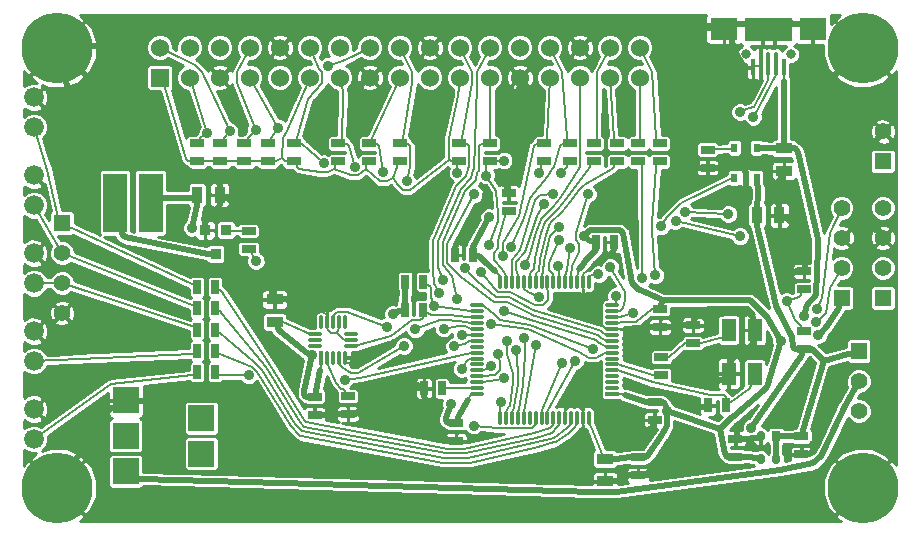
<source format=gtl>
G04 (created by PCBNEW-RS274X (2012-01-19 BZR 3256)-stable) date 16/02/2013 19:01:43*
G01*
G70*
G90*
%MOIN*%
G04 Gerber Fmt 3.4, Leading zero omitted, Abs format*
%FSLAX34Y34*%
G04 APERTURE LIST*
%ADD10C,0.006000*%
%ADD11R,0.090600X0.074800*%
%ADD12O,0.015700X0.055100*%
%ADD13O,0.015700X0.078700*%
%ADD14C,0.031500*%
%ADD15R,0.039400X0.039400*%
%ADD16R,0.020000X0.030000*%
%ADD17R,0.036000X0.036000*%
%ADD18R,0.055100X0.055100*%
%ADD19C,0.055100*%
%ADD20R,0.055000X0.055000*%
%ADD21C,0.055000*%
%ADD22R,0.027600X0.035400*%
%ADD23O,0.027600X0.035400*%
%ADD24R,0.025000X0.045000*%
%ADD25R,0.045000X0.025000*%
%ADD26R,0.011800X0.047200*%
%ADD27O,0.011800X0.047200*%
%ADD28O,0.047200X0.011800*%
%ADD29R,0.078700X0.196900*%
%ADD30R,0.047200X0.011800*%
%ADD31C,0.236200*%
%ADD32R,0.047200X0.074800*%
%ADD33R,0.086600X0.086600*%
%ADD34C,0.060000*%
%ADD35R,0.060000X0.060000*%
%ADD36R,0.055000X0.035000*%
%ADD37R,0.035000X0.055000*%
%ADD38C,0.066000*%
%ADD39C,0.035400*%
%ADD40C,0.019700*%
%ADD41C,0.007900*%
%ADD42C,0.010000*%
G04 APERTURE END LIST*
G54D10*
G54D11*
X65571Y-29743D03*
X62619Y-29743D03*
G54D12*
X64607Y-31023D03*
G54D13*
X64351Y-30907D03*
X64095Y-30907D03*
X63839Y-30907D03*
G54D12*
X63583Y-31023D03*
G54D14*
X63347Y-30589D03*
X64843Y-30589D03*
G54D15*
X64292Y-29566D03*
X64686Y-29960D03*
X63504Y-29960D03*
X64292Y-29960D03*
X64686Y-29566D03*
X63898Y-29566D03*
X63898Y-29960D03*
X63504Y-29566D03*
G54D16*
X62961Y-34702D03*
X63711Y-34702D03*
X62961Y-33702D03*
X63336Y-34702D03*
X63711Y-33702D03*
G54D17*
X45319Y-36450D03*
X46019Y-36450D03*
X45669Y-37250D03*
G54D18*
X66535Y-38705D03*
G54D19*
X66535Y-37705D03*
X66535Y-36705D03*
X66535Y-35705D03*
G54D18*
X67913Y-38705D03*
G54D19*
X67913Y-37705D03*
X67913Y-36705D03*
X67913Y-35705D03*
G54D20*
X67913Y-34161D03*
G54D21*
X67913Y-33161D03*
G54D22*
X64350Y-43327D03*
G54D23*
X63838Y-43327D03*
X63838Y-44075D03*
X64350Y-44075D03*
G54D24*
X45054Y-38346D03*
X45654Y-38346D03*
G54D25*
X47410Y-33558D03*
X47410Y-34158D03*
X60472Y-34158D03*
X60472Y-33558D03*
X59763Y-34158D03*
X59763Y-33558D03*
X45039Y-33558D03*
X45039Y-34158D03*
X45827Y-33558D03*
X45827Y-34158D03*
X58268Y-34158D03*
X58268Y-33558D03*
X48268Y-33558D03*
X48268Y-34158D03*
G54D24*
X45054Y-39055D03*
X45654Y-39055D03*
X45054Y-39764D03*
X45654Y-39764D03*
X45054Y-40472D03*
X45654Y-40472D03*
G54D25*
X60524Y-41283D03*
X60524Y-40683D03*
X59055Y-34158D03*
X59055Y-33558D03*
X56614Y-33558D03*
X56614Y-34158D03*
X65277Y-38427D03*
X65277Y-37827D03*
X62066Y-33764D03*
X62066Y-34364D03*
X65274Y-40408D03*
X65274Y-39808D03*
X46772Y-37072D03*
X46772Y-36472D03*
G54D24*
X52573Y-39110D03*
X51973Y-39110D03*
X52590Y-38171D03*
X51990Y-38171D03*
G54D25*
X57480Y-33558D03*
X57480Y-34158D03*
X46626Y-33558D03*
X46626Y-34158D03*
X54803Y-33558D03*
X54803Y-34158D03*
X53780Y-33558D03*
X53780Y-34158D03*
X51811Y-33558D03*
X51811Y-34158D03*
X50787Y-33558D03*
X50787Y-34158D03*
X49764Y-33558D03*
X49764Y-34158D03*
G54D26*
X49189Y-40703D03*
G54D27*
X49386Y-40703D03*
X49583Y-40703D03*
X49780Y-40703D03*
X49977Y-40703D03*
G54D28*
X50174Y-40309D03*
X50174Y-40112D03*
X50174Y-39915D03*
G54D27*
X49977Y-39521D03*
X49780Y-39521D03*
X49583Y-39521D03*
X49386Y-39521D03*
X49189Y-39521D03*
G54D28*
X48992Y-39915D03*
X48992Y-40112D03*
X48992Y-40309D03*
G54D29*
X42322Y-35532D03*
X43504Y-35532D03*
G54D30*
X58894Y-41910D03*
G54D28*
X58894Y-41714D03*
X58894Y-41517D03*
X58894Y-41320D03*
X58894Y-41123D03*
X58894Y-40926D03*
X58894Y-40729D03*
X58894Y-40532D03*
X58895Y-40337D03*
X58895Y-40140D03*
X58895Y-39943D03*
X58896Y-39746D03*
X58895Y-39548D03*
X58895Y-39351D03*
X58895Y-39154D03*
X58895Y-38958D03*
G54D27*
X58107Y-38171D03*
X57910Y-38171D03*
X57713Y-38171D03*
X57517Y-38171D03*
X57320Y-38171D03*
X57123Y-38171D03*
X56927Y-38171D03*
X56730Y-38171D03*
G54D28*
X54366Y-38958D03*
X54366Y-39155D03*
X54366Y-39352D03*
X54366Y-39549D03*
G54D27*
X56533Y-38170D03*
X56336Y-38170D03*
X56139Y-38170D03*
X55942Y-38170D03*
X55745Y-38170D03*
X55548Y-38170D03*
X55351Y-38170D03*
X55155Y-38170D03*
G54D28*
X54367Y-39745D03*
X54367Y-39942D03*
X54367Y-40139D03*
X54367Y-40336D03*
X54367Y-40532D03*
X54367Y-40729D03*
X54367Y-40926D03*
X54367Y-41123D03*
X54367Y-41320D03*
X54367Y-41517D03*
X54367Y-41714D03*
X54367Y-41910D03*
G54D27*
X55155Y-42698D03*
X55351Y-42698D03*
X55548Y-42698D03*
X55745Y-42698D03*
X55942Y-42698D03*
X56139Y-42698D03*
X56336Y-42698D03*
X56533Y-42698D03*
X56729Y-42698D03*
X56926Y-42698D03*
X57123Y-42698D03*
X57320Y-42698D03*
X57517Y-42698D03*
X57714Y-42698D03*
X57911Y-42698D03*
X58107Y-42698D03*
G54D31*
X67244Y-30394D03*
X40394Y-30394D03*
X40394Y-45039D03*
X67244Y-45039D03*
G54D32*
X63640Y-41237D03*
X63640Y-39781D03*
X62774Y-39781D03*
X62774Y-41237D03*
G54D33*
X42677Y-44488D03*
X42677Y-43307D03*
X42677Y-42126D03*
X45196Y-42716D03*
X45196Y-43898D03*
G54D34*
X57811Y-30366D03*
X59811Y-31366D03*
X59811Y-30366D03*
X58811Y-30366D03*
X58811Y-31366D03*
X50811Y-30366D03*
X52811Y-30366D03*
X51811Y-31366D03*
X56811Y-31366D03*
X53811Y-31366D03*
X52811Y-31366D03*
X57811Y-31366D03*
X56811Y-30366D03*
X54811Y-31366D03*
X49811Y-31366D03*
X51811Y-30366D03*
X53811Y-30366D03*
X55811Y-30366D03*
X55811Y-31366D03*
X54811Y-30366D03*
X48811Y-30366D03*
X49811Y-30366D03*
X50811Y-31366D03*
X48811Y-31366D03*
X47811Y-31366D03*
X47811Y-30366D03*
G54D35*
X43811Y-31366D03*
G54D34*
X43811Y-30366D03*
X44811Y-31366D03*
X44811Y-30366D03*
X45811Y-31366D03*
X45811Y-30366D03*
X46811Y-31366D03*
X46811Y-30366D03*
G54D36*
X64618Y-33728D03*
X64618Y-34478D03*
G54D37*
X63715Y-35954D03*
X64465Y-35954D03*
X45058Y-35276D03*
X45808Y-35276D03*
G54D36*
X47638Y-39509D03*
X47638Y-38759D03*
X58653Y-44077D03*
X58653Y-44827D03*
G54D24*
X58348Y-36846D03*
X58948Y-36846D03*
X62691Y-42291D03*
X62091Y-42291D03*
G54D25*
X61575Y-40221D03*
X61575Y-39621D03*
G54D24*
X54237Y-37279D03*
X53637Y-37279D03*
G54D25*
X53685Y-42887D03*
X53685Y-43487D03*
X59743Y-44025D03*
X59743Y-44625D03*
G54D24*
X53212Y-41722D03*
X52612Y-41722D03*
G54D25*
X55433Y-35814D03*
X55433Y-35214D03*
X62992Y-44001D03*
X62992Y-43401D03*
X60484Y-39085D03*
X60484Y-39685D03*
X60303Y-42180D03*
X60303Y-42780D03*
X48968Y-42003D03*
X48968Y-42603D03*
X50079Y-41983D03*
X50079Y-42583D03*
X65197Y-43322D03*
X65197Y-43922D03*
G54D24*
X45054Y-41181D03*
X45654Y-41181D03*
G54D20*
X67108Y-40486D03*
G54D21*
X67108Y-41486D03*
X67108Y-42486D03*
G54D18*
X40551Y-36217D03*
G54D19*
X40551Y-37217D03*
X40551Y-38217D03*
X40551Y-39217D03*
G54D38*
X39606Y-33020D03*
X39606Y-32020D03*
X39606Y-35618D03*
X39606Y-34618D03*
X39606Y-38217D03*
X39606Y-37217D03*
X39606Y-40815D03*
X39606Y-39815D03*
X39606Y-43413D03*
X39606Y-42413D03*
G54D39*
X57965Y-36661D03*
X64516Y-40161D03*
X54791Y-36020D03*
X53520Y-42232D03*
X60717Y-42480D03*
X48870Y-40626D03*
X51579Y-39244D03*
X65756Y-39945D03*
X53874Y-41075D03*
X65276Y-39315D03*
X63528Y-43039D03*
X44882Y-36374D03*
X58079Y-35248D03*
X57126Y-36783D03*
X54291Y-35260D03*
X57118Y-36350D03*
X53256Y-38114D03*
X53622Y-40319D03*
X56339Y-40291D03*
X55988Y-37622D03*
X51378Y-39669D03*
X52327Y-39752D03*
X49421Y-30965D03*
X54783Y-36929D03*
X55370Y-40150D03*
X57169Y-34539D03*
X56453Y-34539D03*
X53728Y-34539D03*
X55287Y-34134D03*
X54689Y-34630D03*
X56453Y-38665D03*
X60520Y-36327D03*
X46134Y-33154D03*
X58827Y-37685D03*
X47760Y-33039D03*
X57476Y-37047D03*
X49280Y-34220D03*
X54858Y-39567D03*
X53972Y-37728D03*
X51256Y-34528D03*
X53130Y-38551D03*
X53276Y-39732D03*
X55689Y-40445D03*
X55240Y-37327D03*
X51949Y-40307D03*
X52957Y-38984D03*
X45398Y-33201D03*
X58425Y-37921D03*
X57079Y-37654D03*
X47004Y-33102D03*
X55268Y-39138D03*
X50303Y-34331D03*
X54504Y-37850D03*
X52039Y-34819D03*
X53724Y-38744D03*
X53870Y-39953D03*
X55531Y-37004D03*
X55965Y-40051D03*
X61000Y-36150D03*
X63150Y-36654D03*
X56618Y-35567D03*
X61303Y-35839D03*
X62764Y-35913D03*
X56902Y-35236D03*
X57232Y-40890D03*
X59894Y-38059D03*
X60327Y-37957D03*
X57665Y-40807D03*
X58236Y-40406D03*
X55173Y-42173D03*
X65693Y-39512D03*
X65728Y-39079D03*
X55299Y-41378D03*
X59016Y-38642D03*
X59571Y-39213D03*
X64713Y-38819D03*
X54862Y-40976D03*
X63587Y-32673D03*
X63154Y-32512D03*
X55067Y-40567D03*
X54268Y-42965D03*
X47012Y-37480D03*
X61732Y-41181D03*
X61417Y-29528D03*
X58819Y-29528D03*
X55984Y-29528D03*
X53228Y-29528D03*
X52913Y-33071D03*
X56220Y-32283D03*
X60945Y-34646D03*
X59528Y-34646D03*
X58740Y-35118D03*
X52205Y-37402D03*
X51339Y-38504D03*
X51969Y-41417D03*
X57717Y-44409D03*
X49051Y-32205D03*
X65748Y-31811D03*
X61496Y-32283D03*
X64724Y-42362D03*
X65984Y-42362D03*
X68031Y-43465D03*
X65118Y-45512D03*
X62913Y-45512D03*
X60866Y-45748D03*
X58031Y-45748D03*
X55906Y-45748D03*
X53465Y-45669D03*
X51417Y-45748D03*
X62205Y-44094D03*
X61024Y-44331D03*
X53307Y-41102D03*
X66535Y-34252D03*
X63067Y-43020D03*
X44252Y-45669D03*
X59014Y-42970D03*
X61339Y-38268D03*
X68110Y-40000D03*
X64488Y-37402D03*
X63307Y-37323D03*
X61732Y-37165D03*
X65610Y-43622D03*
X50213Y-31780D03*
X54728Y-35272D03*
X50157Y-29528D03*
X47323Y-29528D03*
X44252Y-29528D03*
X42756Y-30236D03*
X43543Y-32598D03*
X42362Y-33228D03*
X40866Y-34331D03*
X57402Y-38976D03*
X47795Y-32283D03*
X50295Y-40913D03*
X50748Y-42000D03*
X63331Y-39134D03*
X64555Y-38217D03*
X65390Y-36886D03*
X40977Y-32596D03*
X64197Y-35209D03*
X44724Y-32677D03*
X55287Y-34831D03*
X61146Y-43114D03*
X57925Y-43193D03*
X52827Y-42272D03*
X63307Y-34173D03*
X53461Y-31854D03*
X49449Y-42626D03*
X62280Y-41642D03*
X60165Y-43161D03*
X63409Y-35205D03*
X61709Y-42350D03*
X53307Y-44567D03*
X51339Y-44409D03*
X52913Y-40315D03*
X51024Y-37008D03*
X50236Y-38189D03*
X48504Y-37638D03*
X49685Y-35669D03*
X47323Y-35118D03*
X46457Y-38425D03*
X47874Y-40630D03*
X46457Y-42441D03*
X49213Y-44173D03*
X46614Y-44094D03*
X52693Y-31925D03*
X46220Y-45591D03*
X42126Y-45669D03*
X44016Y-44173D03*
X43858Y-42205D03*
X43307Y-41024D03*
X40945Y-41339D03*
X44016Y-39921D03*
X42441Y-39764D03*
X41811Y-38189D03*
X42441Y-37559D03*
X44409Y-37480D03*
X44409Y-35827D03*
X44409Y-34882D03*
X58110Y-41969D03*
X49618Y-31933D03*
X46220Y-32283D03*
X55748Y-44567D03*
X48976Y-45591D03*
X46768Y-41295D03*
X49976Y-41433D03*
G54D40*
X51848Y-39158D02*
X51946Y-39158D01*
G54D41*
X58221Y-43071D02*
X58107Y-42875D01*
G54D40*
X51774Y-39158D02*
X51848Y-39158D01*
G54D41*
X58555Y-43941D02*
X58555Y-43902D01*
G54D40*
X48841Y-42003D02*
X48968Y-42003D01*
X60636Y-38783D02*
X60579Y-38783D01*
X63184Y-38779D02*
X60636Y-38783D01*
X63478Y-38779D02*
X63184Y-38779D01*
X63950Y-39230D02*
X63478Y-38779D01*
X64054Y-39334D02*
X63950Y-39230D01*
X64516Y-40161D02*
X64054Y-39334D01*
X51946Y-39158D02*
X51973Y-39110D01*
G54D41*
X58107Y-42875D02*
X58107Y-42698D01*
G54D40*
X54791Y-36020D02*
X54237Y-37003D01*
G54D41*
X58555Y-43902D02*
X58221Y-43071D01*
G54D40*
X60579Y-38783D02*
X60532Y-38960D01*
G54D41*
X58653Y-44077D02*
X58555Y-43941D01*
G54D40*
X48691Y-42003D02*
X48743Y-42003D01*
X48618Y-41930D02*
X48691Y-42003D01*
X48618Y-41826D02*
X48618Y-41930D01*
X48870Y-40626D02*
X48618Y-41826D01*
X47735Y-39585D02*
X47638Y-39509D01*
X47735Y-39684D02*
X47735Y-39585D01*
G54D41*
X57733Y-37921D02*
X57781Y-37746D01*
G54D40*
X48717Y-40546D02*
X47839Y-39861D01*
G54D41*
X57713Y-38171D02*
X57713Y-37994D01*
G54D40*
X60717Y-42480D02*
X62476Y-43071D01*
G54D41*
X55155Y-38170D02*
X55155Y-37993D01*
X60259Y-39085D02*
X60298Y-39085D01*
X60210Y-39092D02*
X60259Y-39085D01*
X59693Y-39508D02*
X60210Y-39092D01*
X59221Y-39523D02*
X59693Y-39508D01*
X59072Y-39548D02*
X59221Y-39523D01*
X58895Y-39548D02*
X59072Y-39548D01*
G54D40*
X47735Y-39757D02*
X47735Y-39684D01*
G54D41*
X57713Y-37994D02*
X57733Y-37921D01*
G54D40*
X47839Y-39861D02*
X47735Y-39757D01*
G54D41*
X55155Y-37993D02*
X54984Y-37827D01*
G54D40*
X48870Y-40626D02*
X48717Y-40546D01*
G54D41*
X54190Y-41910D02*
X54075Y-42126D01*
X54367Y-41910D02*
X54190Y-41910D01*
X48815Y-39915D02*
X48992Y-39915D01*
X47913Y-39509D02*
X48815Y-39915D01*
X47873Y-39509D02*
X47913Y-39509D01*
X47638Y-39509D02*
X47873Y-39509D01*
G54D40*
X54237Y-37054D02*
X54237Y-37153D01*
X60532Y-39059D02*
X60484Y-39085D01*
X60532Y-38960D02*
X60532Y-39059D01*
X58321Y-36799D02*
X58348Y-36846D01*
X58223Y-36799D02*
X58321Y-36799D01*
X58150Y-36799D02*
X58223Y-36799D01*
X57965Y-36661D02*
X58150Y-36799D01*
X64054Y-41685D02*
X64516Y-40161D01*
X63950Y-41789D02*
X64054Y-41685D01*
X62920Y-42665D02*
X63950Y-41789D01*
X62889Y-42694D02*
X62920Y-42665D01*
X62476Y-43071D02*
X62889Y-42694D01*
X53520Y-42232D02*
X53335Y-42710D01*
X58046Y-36548D02*
X57965Y-36661D01*
X58149Y-36444D02*
X58046Y-36548D01*
X58296Y-36444D02*
X58149Y-36444D01*
X59146Y-36444D02*
X58296Y-36444D01*
X59250Y-36548D02*
X59146Y-36444D01*
X59539Y-38206D02*
X59250Y-36548D01*
X59747Y-38414D02*
X59539Y-38206D01*
X60579Y-38783D02*
X59747Y-38414D01*
X57878Y-37642D02*
X57781Y-37746D01*
X60717Y-42480D02*
X60705Y-42978D01*
X60430Y-42180D02*
X60303Y-42180D01*
X60528Y-42180D02*
X60430Y-42180D01*
X60580Y-42180D02*
X60528Y-42180D01*
X60653Y-42253D02*
X60580Y-42180D01*
X59870Y-44025D02*
X59743Y-44025D01*
X59968Y-44025D02*
X59870Y-44025D01*
X60020Y-44025D02*
X59968Y-44025D01*
X60093Y-43952D02*
X60020Y-44025D01*
X60520Y-43308D02*
X60093Y-43952D01*
X60705Y-42978D02*
X60520Y-43308D01*
G54D41*
X59154Y-41910D02*
X59311Y-41957D01*
X59091Y-41910D02*
X59130Y-41910D01*
X60298Y-39085D02*
X60484Y-39085D01*
G54D40*
X60717Y-42480D02*
X60653Y-42253D01*
X53558Y-42887D02*
X53685Y-42887D01*
X53460Y-42887D02*
X53558Y-42887D01*
X53408Y-42887D02*
X53460Y-42887D01*
X53335Y-42814D02*
X53408Y-42887D01*
X53335Y-42710D02*
X53335Y-42814D01*
X66047Y-39659D02*
X65840Y-39866D01*
X66437Y-38981D02*
X66437Y-39054D01*
X66535Y-38705D02*
X66437Y-38882D01*
X65840Y-39866D02*
X65756Y-39945D01*
X66437Y-39054D02*
X66047Y-39659D01*
X66437Y-38882D02*
X66437Y-38981D01*
X63119Y-44001D02*
X62992Y-44001D01*
X63217Y-44001D02*
X63119Y-44001D01*
X63269Y-44001D02*
X63217Y-44001D01*
X63839Y-44036D02*
X63269Y-44001D01*
X63839Y-44075D02*
X63839Y-44036D01*
X51990Y-38297D02*
X51990Y-38171D01*
X51990Y-38448D02*
X51990Y-38396D01*
X51973Y-38885D02*
X51973Y-38834D01*
G54D41*
X58894Y-41910D02*
X59091Y-41910D01*
G54D40*
X51990Y-38396D02*
X51990Y-38297D01*
X53733Y-42689D02*
X54075Y-42126D01*
X51973Y-38834D02*
X51990Y-38448D01*
X51973Y-38984D02*
X51973Y-38885D01*
X60078Y-42180D02*
X60026Y-42180D01*
X60176Y-42180D02*
X60078Y-42180D01*
X60303Y-42180D02*
X60176Y-42180D01*
X49016Y-41805D02*
X49157Y-41118D01*
X49016Y-41878D02*
X49016Y-41805D01*
X62642Y-43928D02*
X62476Y-43071D01*
X62715Y-44001D02*
X62642Y-43928D01*
X62767Y-44001D02*
X62715Y-44001D01*
X62866Y-44001D02*
X62767Y-44001D01*
X62992Y-44001D02*
X62866Y-44001D01*
X60026Y-42180D02*
X59311Y-41957D01*
X51579Y-39244D02*
X51774Y-39158D01*
X54237Y-37153D02*
X54237Y-37279D01*
X48743Y-42003D02*
X48841Y-42003D01*
X54237Y-37003D02*
X54237Y-37054D01*
X59743Y-44025D02*
X59616Y-44025D01*
X49016Y-41977D02*
X49016Y-41878D01*
X48968Y-42003D02*
X49016Y-41977D01*
G54D41*
X49189Y-40964D02*
X49157Y-41118D01*
X49189Y-40939D02*
X49189Y-40964D01*
X49189Y-40900D02*
X49189Y-40939D01*
X49189Y-40703D02*
X49189Y-40900D01*
G54D40*
X54362Y-37327D02*
X54436Y-37327D01*
X54264Y-37327D02*
X54362Y-37327D01*
X54237Y-37279D02*
X54264Y-37327D01*
X51973Y-39110D02*
X51973Y-38984D01*
X58027Y-37453D02*
X57878Y-37642D01*
X58348Y-37123D02*
X58027Y-37453D01*
X58348Y-37071D02*
X58348Y-37123D01*
X58348Y-36973D02*
X58348Y-37071D01*
X58348Y-36846D02*
X58348Y-36973D01*
X54651Y-37496D02*
X54984Y-37827D01*
X54436Y-37327D02*
X54651Y-37496D01*
G54D41*
X59130Y-41910D02*
X59154Y-41910D01*
G54D40*
X53733Y-42762D02*
X53733Y-42689D01*
X53733Y-42860D02*
X53733Y-42762D01*
X53685Y-42887D02*
X53733Y-42860D01*
X58830Y-44077D02*
X58653Y-44077D01*
X58928Y-44077D02*
X58830Y-44077D01*
X59001Y-44077D02*
X58928Y-44077D01*
X59466Y-44025D02*
X59001Y-44077D01*
X59518Y-44025D02*
X59466Y-44025D01*
X59616Y-44025D02*
X59518Y-44025D01*
X64606Y-31476D02*
X64606Y-33553D01*
X64893Y-33728D02*
X64795Y-33728D01*
X64442Y-33728D02*
X64343Y-33728D01*
X64618Y-33728D02*
X64442Y-33728D01*
X65744Y-37033D02*
X65744Y-36739D01*
X63873Y-33702D02*
X63811Y-33702D01*
X63811Y-33702D02*
X63713Y-33702D01*
X64343Y-33728D02*
X64271Y-33728D01*
X63713Y-33702D02*
X63711Y-33702D01*
X64966Y-33728D02*
X64893Y-33728D01*
X64271Y-33728D02*
X63873Y-33702D01*
X65744Y-36739D02*
X65068Y-33831D01*
X65068Y-33831D02*
X64966Y-33728D01*
X65679Y-38626D02*
X65744Y-37033D01*
X65374Y-38932D02*
X65679Y-38626D01*
X65276Y-39315D02*
X65374Y-38932D01*
X64795Y-33728D02*
X64618Y-33728D01*
X64606Y-33553D02*
X64606Y-33652D01*
X64606Y-33652D02*
X64618Y-33728D01*
G54D41*
X54117Y-40749D02*
X54013Y-40853D01*
X54367Y-40729D02*
X54190Y-40729D01*
X54190Y-40729D02*
X54117Y-40749D01*
X54013Y-40853D02*
X53874Y-41075D01*
X64607Y-31023D02*
X64607Y-31220D01*
X64607Y-31220D02*
X64606Y-31476D01*
G54D40*
X63715Y-36131D02*
X63715Y-36229D01*
X64201Y-38363D02*
X64358Y-38966D01*
X44981Y-35374D02*
X45058Y-35276D01*
X65070Y-43322D02*
X64972Y-43322D01*
X64972Y-43322D02*
X64920Y-43322D01*
X64358Y-38966D02*
X64870Y-40015D01*
X65148Y-40408D02*
X65274Y-40408D01*
X45058Y-35623D02*
X44882Y-36374D01*
X44883Y-35374D02*
X44981Y-35374D01*
X64924Y-40334D02*
X64997Y-40408D01*
X63715Y-36229D02*
X63715Y-36302D01*
X63715Y-35954D02*
X63715Y-36131D01*
X65244Y-43197D02*
X65244Y-43295D01*
X64870Y-40015D02*
X64924Y-40334D01*
X66760Y-40584D02*
X65933Y-40803D01*
X43897Y-35374D02*
X44883Y-35374D01*
X64997Y-40408D02*
X65049Y-40408D01*
X43799Y-35374D02*
X43897Y-35374D01*
X43504Y-35532D02*
X43799Y-35374D01*
X65227Y-40606D02*
X65227Y-40533D01*
X45058Y-35453D02*
X45058Y-35551D01*
X65227Y-40434D02*
X65274Y-40408D01*
X65197Y-43322D02*
X65070Y-43322D01*
X65933Y-40803D02*
X65244Y-43124D01*
X66833Y-40584D02*
X66760Y-40584D01*
X67108Y-40486D02*
X66932Y-40584D01*
X45058Y-35276D02*
X45058Y-35453D01*
X63528Y-43039D02*
X65227Y-40606D01*
X45058Y-35551D02*
X45058Y-35623D01*
X65244Y-43124D02*
X65244Y-43197D01*
X65227Y-40533D02*
X65227Y-40434D01*
X63715Y-36302D02*
X64201Y-38363D01*
X66932Y-40584D02*
X66833Y-40584D01*
X65244Y-43295D02*
X65197Y-43322D01*
X65049Y-40408D02*
X65148Y-40408D01*
X63715Y-35778D02*
X63715Y-35954D01*
X63715Y-35679D02*
X63715Y-35778D01*
X64350Y-43327D02*
X64350Y-43405D01*
X63764Y-35352D02*
X63715Y-35607D01*
X63715Y-35607D02*
X63715Y-35679D01*
X65551Y-40408D02*
X65624Y-40481D01*
X64920Y-43322D02*
X64562Y-43327D01*
X63764Y-35058D02*
X63764Y-35352D01*
X63711Y-34893D02*
X63764Y-35058D01*
X64350Y-44036D02*
X64350Y-44075D01*
X64350Y-43405D02*
X64350Y-43504D01*
X65274Y-40408D02*
X65401Y-40408D01*
X64488Y-43327D02*
X64390Y-43327D01*
X64390Y-43327D02*
X64350Y-43327D01*
X63711Y-34754D02*
X63711Y-34852D01*
X64562Y-43327D02*
X64488Y-43327D01*
X65624Y-40481D02*
X65933Y-40803D01*
X65401Y-40408D02*
X65499Y-40408D01*
X65499Y-40408D02*
X65551Y-40408D01*
X64350Y-43504D02*
X64350Y-44036D01*
X63711Y-34702D02*
X63711Y-34754D01*
X63711Y-34852D02*
X63711Y-34893D01*
G54D41*
X57772Y-36925D02*
X57669Y-36784D01*
X57772Y-37170D02*
X57772Y-36925D01*
X57564Y-37656D02*
X57772Y-37170D01*
X57517Y-37994D02*
X57564Y-37656D01*
X57517Y-38171D02*
X57517Y-37994D01*
X57669Y-36539D02*
X58079Y-35248D01*
X57669Y-36784D02*
X57669Y-36539D01*
X56927Y-37994D02*
X56927Y-38171D01*
X56907Y-37921D02*
X56927Y-37994D01*
X56783Y-37776D02*
X56907Y-37921D01*
X56783Y-37531D02*
X56783Y-37776D01*
X57126Y-36783D02*
X56783Y-37531D01*
X58718Y-40140D02*
X58645Y-40120D01*
X56182Y-39259D02*
X55390Y-38842D01*
X58895Y-40140D02*
X58718Y-40140D01*
X54951Y-38840D02*
X53850Y-38024D01*
X58424Y-39952D02*
X56224Y-39276D01*
X53394Y-37554D02*
X53394Y-37455D01*
X55390Y-38842D02*
X54951Y-38840D01*
X53850Y-38024D02*
X53677Y-37851D01*
X53394Y-37455D02*
X53394Y-36902D01*
X53394Y-36902D02*
X54291Y-35260D01*
X58514Y-40041D02*
X58424Y-39952D01*
X53677Y-37851D02*
X53394Y-37554D01*
X58645Y-40120D02*
X58514Y-40041D01*
X56224Y-39276D02*
X56182Y-39259D01*
X56831Y-36661D02*
X57118Y-36350D01*
X56581Y-37892D02*
X56599Y-37850D01*
X56533Y-38170D02*
X56533Y-37993D01*
X56626Y-37466D02*
X56831Y-36661D01*
X56599Y-37850D02*
X56626Y-37466D01*
X56553Y-37921D02*
X56581Y-37892D01*
X56533Y-37993D02*
X56553Y-37921D01*
X53078Y-37325D02*
X53078Y-37684D01*
X54236Y-34442D02*
X54181Y-34727D01*
X53838Y-35072D02*
X53107Y-36743D01*
X54811Y-30366D02*
X54393Y-31193D01*
X53107Y-36743D02*
X53078Y-36812D01*
X53992Y-40248D02*
X53622Y-40319D01*
X54181Y-34727D02*
X53838Y-35072D01*
X54367Y-40139D02*
X54190Y-40139D01*
X54281Y-34397D02*
X54236Y-34442D01*
X54387Y-31587D02*
X54302Y-33569D01*
X54117Y-40159D02*
X53992Y-40248D01*
X53078Y-36812D02*
X53078Y-37325D01*
X53078Y-37684D02*
X53256Y-38114D01*
X54393Y-31193D02*
X54387Y-31587D01*
X54190Y-40139D02*
X54117Y-40159D01*
X54302Y-33569D02*
X54281Y-34397D01*
X56507Y-36122D02*
X56357Y-36524D01*
X56914Y-35689D02*
X56525Y-36080D01*
X55942Y-42521D02*
X56339Y-40291D01*
X56142Y-37232D02*
X55988Y-37622D01*
X56357Y-36524D02*
X56142Y-37232D01*
X57824Y-33384D02*
X57824Y-34234D01*
X56525Y-36080D02*
X56507Y-36122D01*
X55942Y-42698D02*
X55942Y-42521D01*
X57824Y-34332D02*
X57197Y-35359D01*
X57824Y-34234D02*
X57824Y-34332D01*
X57197Y-35359D02*
X56914Y-35689D01*
X57811Y-31366D02*
X57824Y-33384D01*
X54116Y-39529D02*
X54189Y-39549D01*
X54058Y-39500D02*
X54116Y-39529D01*
X53398Y-39437D02*
X54058Y-39500D01*
X53153Y-39437D02*
X53398Y-39437D01*
X52327Y-39752D02*
X53153Y-39437D01*
X50050Y-39167D02*
X51378Y-39669D01*
X49853Y-39167D02*
X50050Y-39167D01*
X49707Y-39167D02*
X49853Y-39167D01*
X49603Y-39271D02*
X49707Y-39167D01*
X49583Y-39344D02*
X49603Y-39271D01*
X49583Y-39521D02*
X49583Y-39344D01*
X54189Y-39549D02*
X54366Y-39549D01*
X55595Y-41500D02*
X55469Y-42296D01*
X54989Y-34151D02*
X54803Y-34158D01*
X49984Y-30784D02*
X50811Y-30366D01*
X54689Y-34630D02*
X55024Y-35149D01*
X55287Y-34134D02*
X55077Y-34151D01*
X55028Y-34151D02*
X54989Y-34151D01*
X56507Y-34283D02*
X56507Y-34244D01*
X56507Y-34244D02*
X56614Y-34158D01*
X55469Y-42296D02*
X55449Y-42317D01*
X55449Y-42317D02*
X55371Y-42448D01*
X55371Y-42448D02*
X55351Y-42521D01*
X56507Y-34332D02*
X56507Y-34283D01*
X55351Y-42521D02*
X55351Y-42698D01*
X55077Y-34151D02*
X55028Y-34151D01*
X56453Y-34539D02*
X56507Y-34332D01*
X55087Y-35897D02*
X55087Y-36142D01*
X55087Y-36142D02*
X54783Y-36929D01*
X54689Y-34630D02*
X54696Y-34332D01*
X54696Y-34332D02*
X54696Y-34283D01*
X54696Y-34283D02*
X54696Y-34244D01*
X54696Y-34244D02*
X54803Y-34158D01*
X55024Y-35149D02*
X55087Y-35897D01*
X48811Y-31366D02*
X48055Y-33162D01*
X43993Y-31666D02*
X43993Y-31715D01*
X43993Y-31715D02*
X44696Y-34082D01*
X44696Y-34082D02*
X44765Y-34151D01*
X44765Y-34151D02*
X44814Y-34151D01*
X44814Y-34151D02*
X44853Y-34151D01*
X44853Y-34151D02*
X45039Y-34158D01*
X49421Y-30965D02*
X49984Y-30784D01*
X55595Y-41256D02*
X55595Y-41500D01*
X49622Y-34402D02*
X50181Y-34626D01*
X50181Y-34626D02*
X50426Y-34626D01*
X48082Y-34151D02*
X48268Y-34158D01*
X48043Y-34151D02*
X48082Y-34151D01*
X47994Y-34151D02*
X48043Y-34151D01*
X47878Y-34035D02*
X47994Y-34151D01*
X50426Y-34626D02*
X50669Y-34406D01*
X49622Y-34402D02*
X49657Y-34332D01*
X51378Y-34823D02*
X51579Y-34705D01*
X51134Y-34823D02*
X51378Y-34823D01*
X50669Y-34406D02*
X51134Y-34823D01*
X49657Y-34244D02*
X49764Y-34158D01*
X49657Y-34332D02*
X49657Y-34283D01*
X49657Y-34283D02*
X49657Y-34244D01*
X50669Y-34406D02*
X50681Y-34332D01*
X51579Y-34705D02*
X51704Y-34332D01*
X50681Y-34283D02*
X50681Y-34244D01*
X50681Y-34244D02*
X50787Y-34158D01*
X51579Y-34705D02*
X51744Y-34941D01*
X51744Y-34941D02*
X51917Y-35114D01*
X51917Y-35114D02*
X52162Y-35114D01*
X52162Y-35114D02*
X53437Y-34106D01*
X55394Y-40567D02*
X55595Y-41256D01*
X50681Y-34332D02*
X50681Y-34283D01*
X51704Y-34283D02*
X51704Y-34244D01*
X51704Y-34244D02*
X51811Y-34158D01*
X53437Y-34106D02*
X53555Y-34151D01*
X53555Y-34151D02*
X53594Y-34151D01*
X53594Y-34151D02*
X53780Y-34158D01*
X55370Y-40150D02*
X55394Y-40567D01*
X51704Y-34332D02*
X51704Y-34283D01*
X45264Y-34158D02*
X45602Y-34158D01*
X47684Y-34151D02*
X47878Y-34035D01*
X47635Y-34151D02*
X47684Y-34151D01*
X47595Y-34151D02*
X47635Y-34151D01*
X47410Y-34158D02*
X47595Y-34151D01*
X45641Y-34158D02*
X45827Y-34158D01*
X45602Y-34158D02*
X45641Y-34158D01*
X43811Y-31366D02*
X43993Y-31627D01*
X48055Y-33162D02*
X47925Y-33384D01*
X43993Y-31627D02*
X43993Y-31666D01*
X45225Y-34158D02*
X45264Y-34158D01*
X53728Y-34283D02*
X53728Y-34539D01*
X57480Y-34158D02*
X57373Y-34244D01*
X47224Y-34158D02*
X47410Y-34158D01*
X47185Y-34158D02*
X47224Y-34158D01*
X46851Y-34158D02*
X47185Y-34158D01*
X46812Y-34158D02*
X46851Y-34158D01*
X46626Y-34158D02*
X46812Y-34158D01*
X47925Y-33384D02*
X47878Y-34035D01*
X57373Y-34244D02*
X57373Y-34283D01*
X53780Y-34158D02*
X53728Y-34244D01*
X53437Y-34082D02*
X53437Y-34106D01*
X53437Y-33984D02*
X53437Y-34082D01*
X53437Y-33384D02*
X53437Y-33984D01*
X53756Y-31977D02*
X53437Y-33384D01*
X53811Y-31366D02*
X53756Y-31977D01*
X53728Y-34244D02*
X53728Y-34283D01*
X57373Y-34283D02*
X57373Y-34332D01*
X46012Y-34158D02*
X46052Y-34158D01*
X45827Y-34158D02*
X46012Y-34158D01*
X46052Y-34158D02*
X46401Y-34158D01*
X46401Y-34158D02*
X46440Y-34158D01*
X46440Y-34158D02*
X46626Y-34158D01*
X45039Y-34158D02*
X45225Y-34158D01*
X49402Y-34516D02*
X49622Y-34402D01*
X49157Y-34516D02*
X49402Y-34516D01*
X48375Y-34332D02*
X48444Y-34401D01*
X48444Y-34401D02*
X49157Y-34516D01*
X48375Y-34283D02*
X48375Y-34332D01*
X48375Y-34244D02*
X48375Y-34283D01*
X57373Y-34332D02*
X57169Y-34539D01*
X48268Y-34158D02*
X48375Y-34244D01*
X40551Y-38217D02*
X44880Y-39657D01*
X44929Y-39657D02*
X44968Y-39657D01*
X40551Y-38217D02*
X39606Y-38217D01*
X44880Y-39657D02*
X44929Y-39657D01*
X44968Y-39657D02*
X45054Y-39764D01*
G54D40*
X43110Y-44744D02*
X43012Y-44744D01*
X43184Y-44744D02*
X43110Y-44744D01*
X65965Y-43769D02*
X65849Y-43974D01*
X58305Y-45179D02*
X43184Y-44744D01*
X58855Y-45179D02*
X58305Y-45179D01*
X66656Y-42298D02*
X65965Y-43769D01*
X67108Y-41486D02*
X66656Y-42298D01*
X64481Y-44429D02*
X59002Y-45179D01*
X65599Y-44224D02*
X64481Y-44429D01*
X43012Y-44744D02*
X42677Y-44488D01*
X59002Y-45179D02*
X58855Y-45179D01*
X65849Y-43974D02*
X65599Y-44224D01*
G54D41*
X61181Y-35543D02*
X62812Y-34734D01*
X55962Y-38420D02*
X56066Y-38524D01*
X55942Y-38347D02*
X55962Y-38420D01*
X62861Y-34734D02*
X62901Y-34734D01*
X62812Y-34734D02*
X62861Y-34734D01*
X60705Y-36027D02*
X61008Y-35716D01*
X56066Y-38524D02*
X56453Y-38665D01*
X60520Y-36327D02*
X60705Y-36027D01*
X55942Y-38170D02*
X55942Y-38347D01*
X62901Y-34734D02*
X62961Y-34702D01*
X61008Y-35716D02*
X61181Y-35543D01*
X44968Y-38948D02*
X45054Y-39055D01*
X44929Y-38948D02*
X44968Y-38948D01*
X44880Y-38948D02*
X44929Y-38948D01*
X40551Y-37217D02*
X44880Y-38948D01*
X40551Y-37217D02*
X39606Y-35618D01*
X59145Y-39135D02*
X59072Y-39154D01*
X59072Y-39154D02*
X58895Y-39154D01*
X43811Y-30366D02*
X44638Y-30784D01*
X44638Y-30784D02*
X44984Y-30948D01*
X44984Y-30948D02*
X45229Y-31193D01*
X45229Y-31193D02*
X46134Y-33154D01*
X45934Y-33384D02*
X45934Y-33433D01*
X46134Y-33154D02*
X45934Y-33384D01*
X59249Y-39031D02*
X59145Y-39135D01*
X45934Y-33433D02*
X45934Y-33473D01*
X45934Y-33473D02*
X45827Y-33558D01*
X58827Y-37685D02*
X59311Y-38519D01*
X59311Y-38519D02*
X59311Y-38764D01*
X59311Y-38764D02*
X59249Y-39031D01*
X47410Y-33558D02*
X47517Y-33472D01*
X57374Y-37776D02*
X57320Y-37994D01*
X47760Y-33039D02*
X46811Y-31366D01*
X57476Y-37047D02*
X57374Y-37776D01*
X47517Y-33384D02*
X47760Y-33039D01*
X47517Y-33472D02*
X47517Y-33433D01*
X47517Y-33433D02*
X47517Y-33384D01*
X57320Y-37994D02*
X57320Y-38171D01*
X48268Y-33558D02*
X48375Y-33472D01*
X58717Y-40532D02*
X58894Y-40532D01*
X48375Y-33433D02*
X48375Y-33384D01*
X58644Y-40552D02*
X58717Y-40532D01*
X58114Y-40701D02*
X58359Y-40701D01*
X58359Y-40701D02*
X58644Y-40552D01*
X57788Y-40512D02*
X58114Y-40701D01*
X54858Y-39567D02*
X56087Y-39756D01*
X56087Y-39756D02*
X57788Y-40512D01*
X48756Y-32082D02*
X49229Y-31539D01*
X48375Y-33472D02*
X48375Y-33433D01*
X48542Y-33565D02*
X49280Y-34220D01*
X48375Y-33384D02*
X48756Y-32082D01*
X48493Y-33565D02*
X48542Y-33565D01*
X49229Y-31193D02*
X49126Y-31087D01*
X49229Y-31539D02*
X49229Y-31193D01*
X49126Y-31087D02*
X48811Y-30366D01*
X48268Y-33558D02*
X48454Y-33565D01*
X48454Y-33565D02*
X48493Y-33565D01*
X55455Y-38685D02*
X56265Y-39119D01*
X54208Y-37973D02*
X54382Y-38146D01*
X50787Y-33558D02*
X50894Y-33473D01*
X50973Y-33565D02*
X51012Y-33565D01*
X58465Y-39795D02*
X58507Y-39812D01*
X55016Y-38682D02*
X55455Y-38685D01*
X53972Y-37728D02*
X54208Y-37973D01*
X51061Y-33565D02*
X51131Y-33634D01*
X51131Y-33634D02*
X51256Y-34528D01*
X58579Y-39883D02*
X58646Y-39923D01*
X58646Y-39923D02*
X58718Y-39943D01*
X58507Y-39812D02*
X58579Y-39883D01*
X56265Y-39119D02*
X58465Y-39795D01*
X50787Y-33558D02*
X50973Y-33565D01*
X50894Y-33433D02*
X50894Y-33384D01*
X54382Y-38146D02*
X55016Y-38682D01*
X50894Y-33384D02*
X51811Y-31366D01*
X50894Y-33473D02*
X50894Y-33433D01*
X51012Y-33565D02*
X51061Y-33565D01*
X58718Y-39943D02*
X58895Y-39943D01*
X54229Y-31193D02*
X53811Y-30366D01*
X54123Y-33634D02*
X54123Y-33984D01*
X54229Y-31539D02*
X54229Y-31193D01*
X54054Y-33565D02*
X54123Y-33634D01*
X53780Y-33558D02*
X53966Y-33565D01*
X53887Y-33384D02*
X54229Y-31539D01*
X54005Y-33565D02*
X54054Y-33565D01*
X53966Y-33565D02*
X54005Y-33565D01*
X53887Y-33433D02*
X53887Y-33384D01*
X54190Y-39745D02*
X54367Y-39745D01*
X53780Y-33558D02*
X53887Y-33472D01*
X53887Y-33472D02*
X53887Y-33433D01*
X54116Y-39726D02*
X54190Y-39745D01*
X53276Y-39732D02*
X53748Y-39657D01*
X53748Y-39657D02*
X53992Y-39657D01*
X53992Y-39657D02*
X54116Y-39726D01*
X54123Y-33984D02*
X54123Y-34116D01*
X52921Y-37280D02*
X52921Y-37729D01*
X52991Y-38281D02*
X53130Y-38551D01*
X52921Y-37729D02*
X52960Y-38237D01*
X52960Y-38237D02*
X52991Y-38281D01*
X52921Y-36780D02*
X52921Y-37280D01*
X54096Y-34360D02*
X54078Y-34402D01*
X54123Y-34332D02*
X54096Y-34360D01*
X54123Y-34116D02*
X54123Y-34332D01*
X54078Y-34402D02*
X54024Y-34662D01*
X54024Y-34662D02*
X53698Y-34989D01*
X53698Y-34989D02*
X52973Y-36653D01*
X52973Y-36653D02*
X52921Y-36780D01*
X56271Y-33634D02*
X55776Y-35988D01*
X55548Y-42521D02*
X55548Y-42698D01*
X55752Y-41190D02*
X55752Y-41566D01*
X55236Y-37126D02*
X55240Y-37327D01*
X55607Y-42382D02*
X55568Y-42448D01*
X56389Y-33565D02*
X56340Y-33565D01*
X55626Y-42361D02*
X55607Y-42382D01*
X56614Y-33558D02*
X56721Y-33473D01*
X55568Y-42448D02*
X55548Y-42521D01*
X56614Y-33558D02*
X56429Y-33565D01*
X55236Y-36882D02*
X55236Y-37126D01*
X56340Y-33565D02*
X56271Y-33634D01*
X56721Y-33433D02*
X56721Y-33384D01*
X56721Y-33384D02*
X56811Y-31366D01*
X56429Y-33565D02*
X56389Y-33565D01*
X55689Y-40445D02*
X55752Y-41190D01*
X55776Y-35988D02*
X55236Y-36882D01*
X55752Y-41566D02*
X55626Y-42361D01*
X56721Y-33473D02*
X56721Y-33433D01*
X49904Y-41058D02*
X50099Y-41138D01*
X49780Y-40703D02*
X49780Y-40880D01*
X50099Y-41138D02*
X50173Y-41209D01*
X50418Y-41209D02*
X51949Y-40307D01*
X54189Y-39155D02*
X54366Y-39155D01*
X49800Y-40954D02*
X49904Y-41058D01*
X49780Y-40880D02*
X49800Y-40954D01*
X50173Y-41209D02*
X50418Y-41209D01*
X52590Y-38171D02*
X52676Y-38277D01*
X52957Y-38984D02*
X54189Y-39155D01*
X52676Y-38277D02*
X52715Y-38277D01*
X52834Y-38347D02*
X52834Y-38674D01*
X52715Y-38277D02*
X52764Y-38277D01*
X52834Y-38674D02*
X52957Y-38984D01*
X52764Y-38277D02*
X52834Y-38347D01*
X45039Y-33558D02*
X45146Y-33472D01*
X45146Y-33384D02*
X45215Y-33315D01*
X45146Y-33433D02*
X45146Y-33384D01*
X58107Y-37994D02*
X58107Y-38171D01*
X45215Y-33315D02*
X45398Y-33201D01*
X58425Y-37921D02*
X58107Y-37994D01*
X45398Y-33201D02*
X44811Y-31366D01*
X45146Y-33472D02*
X45146Y-33433D01*
X47004Y-33102D02*
X46393Y-31539D01*
X46733Y-33472D02*
X46733Y-33433D01*
X46733Y-33384D02*
X47004Y-33102D01*
X57123Y-37994D02*
X57123Y-38171D01*
X46733Y-33433D02*
X46733Y-33384D01*
X46393Y-31193D02*
X46811Y-30366D01*
X46626Y-33558D02*
X46733Y-33472D01*
X46393Y-31539D02*
X46393Y-31193D01*
X57079Y-37654D02*
X57123Y-37994D01*
X58425Y-40175D02*
X58515Y-40239D01*
X58645Y-40317D02*
X58718Y-40337D01*
X49871Y-33472D02*
X49871Y-33433D01*
X49914Y-32055D02*
X49914Y-31811D01*
X49989Y-33565D02*
X50038Y-33565D01*
X49871Y-33384D02*
X49914Y-32055D01*
X56193Y-39434D02*
X58359Y-40110D01*
X58579Y-40278D02*
X58645Y-40317D01*
X50038Y-33565D02*
X50107Y-33634D01*
X49764Y-33558D02*
X49871Y-33472D01*
X49950Y-33565D02*
X49989Y-33565D01*
X58718Y-40337D02*
X58895Y-40337D01*
X58515Y-40239D02*
X58579Y-40278D01*
X49871Y-33433D02*
X49871Y-33384D01*
X49764Y-33558D02*
X49950Y-33565D01*
X49914Y-31811D02*
X49811Y-31366D01*
X55268Y-39138D02*
X56193Y-39434D01*
X58359Y-40110D02*
X58425Y-40175D01*
X50107Y-33634D02*
X50303Y-34331D01*
X52154Y-34332D02*
X52039Y-34819D01*
X56748Y-38788D02*
X56748Y-38543D01*
X51918Y-33472D02*
X51918Y-33433D01*
X51811Y-33558D02*
X51918Y-33472D01*
X56748Y-38543D02*
X56730Y-38348D01*
X51918Y-33433D02*
X51918Y-33384D01*
X52154Y-34234D02*
X52154Y-34332D01*
X56575Y-38961D02*
X56748Y-38788D01*
X51811Y-33558D02*
X51997Y-33565D01*
X54978Y-38420D02*
X55082Y-38524D01*
X55082Y-38524D02*
X55496Y-38527D01*
X55538Y-38544D02*
X56330Y-38961D01*
X54504Y-37850D02*
X54978Y-38420D01*
X56330Y-38961D02*
X56575Y-38961D01*
X52036Y-33565D02*
X52085Y-33565D01*
X51918Y-33384D02*
X52229Y-31539D01*
X51997Y-33565D02*
X52036Y-33565D01*
X52229Y-31193D02*
X51811Y-30366D01*
X52229Y-31539D02*
X52229Y-31193D01*
X56730Y-38348D02*
X56730Y-38171D01*
X52085Y-33565D02*
X52154Y-33634D01*
X55496Y-38527D02*
X55538Y-38544D01*
X52154Y-33984D02*
X52154Y-34234D01*
X52154Y-33634D02*
X52154Y-33984D01*
X54439Y-34463D02*
X54460Y-33634D01*
X54394Y-34508D02*
X54439Y-34463D01*
X54811Y-33433D02*
X54811Y-31366D01*
X53996Y-35137D02*
X54322Y-34810D01*
X54322Y-34810D02*
X54339Y-34768D01*
X54617Y-33565D02*
X54803Y-33558D01*
X53236Y-37619D02*
X53236Y-37390D01*
X53241Y-36832D02*
X53996Y-35137D01*
X53236Y-36843D02*
X53241Y-36832D01*
X53551Y-37992D02*
X53236Y-37619D01*
X53724Y-38744D02*
X53551Y-37992D01*
X54529Y-33565D02*
X54578Y-33565D01*
X54367Y-39942D02*
X54190Y-39942D01*
X54190Y-39942D02*
X53870Y-39953D01*
X54578Y-33565D02*
X54617Y-33565D01*
X54339Y-34768D02*
X54394Y-34508D01*
X53236Y-37390D02*
X53236Y-36843D01*
X54803Y-33558D02*
X54811Y-33472D01*
X54811Y-33472D02*
X54811Y-33433D01*
X54460Y-33634D02*
X54529Y-33565D01*
X57229Y-31193D02*
X56811Y-30366D01*
X55765Y-42448D02*
X55745Y-42521D01*
X57374Y-33384D02*
X57229Y-31193D01*
X57374Y-33473D02*
X57374Y-33433D01*
X57480Y-33558D02*
X57374Y-33473D01*
X55965Y-40051D02*
X55984Y-40322D01*
X55934Y-36054D02*
X55531Y-37004D01*
X57137Y-33634D02*
X56957Y-34332D01*
X55984Y-40322D02*
X55984Y-40567D01*
X55984Y-40567D02*
X55910Y-41606D01*
X55910Y-41606D02*
X55784Y-42402D01*
X55767Y-42444D02*
X55765Y-42448D01*
X55745Y-42521D02*
X55745Y-42698D01*
X57255Y-33565D02*
X57206Y-33565D01*
X57374Y-33433D02*
X57374Y-33384D01*
X56957Y-34332D02*
X56874Y-34417D01*
X57206Y-33565D02*
X57137Y-33634D01*
X57295Y-33565D02*
X57255Y-33565D01*
X57480Y-33558D02*
X57295Y-33565D01*
X55784Y-42402D02*
X55767Y-42444D01*
X56165Y-35379D02*
X55934Y-36054D01*
X56874Y-34417D02*
X56748Y-34662D01*
X56748Y-34662D02*
X56165Y-35379D01*
X52566Y-39296D02*
X52573Y-39110D01*
X52497Y-39454D02*
X52566Y-39384D01*
X52566Y-39335D02*
X52566Y-39296D01*
X52566Y-39384D02*
X52566Y-39335D01*
X50351Y-40309D02*
X50424Y-40290D01*
X51500Y-39965D02*
X52204Y-39456D01*
X52204Y-39456D02*
X52497Y-39454D01*
X50424Y-40290D02*
X51500Y-39965D01*
X52573Y-39110D02*
X52658Y-39217D01*
X50174Y-40309D02*
X50351Y-40309D01*
X53079Y-39280D02*
X53088Y-39279D01*
X52834Y-39280D02*
X53079Y-39280D01*
X52747Y-39217D02*
X52834Y-39280D01*
X52698Y-39217D02*
X52747Y-39217D01*
X53463Y-39279D02*
X54098Y-39342D01*
X53088Y-39279D02*
X53463Y-39279D01*
X54189Y-39352D02*
X54366Y-39352D01*
X54098Y-39342D02*
X54189Y-39352D01*
X52658Y-39217D02*
X52698Y-39217D01*
X56350Y-36091D02*
X56391Y-35991D01*
X56200Y-36492D02*
X56350Y-36091D01*
X55693Y-37500D02*
X55985Y-37192D01*
X55745Y-37993D02*
X55693Y-37744D01*
X55745Y-38170D02*
X55745Y-37993D01*
X61000Y-36150D02*
X63150Y-36654D01*
X56391Y-35991D02*
X56618Y-35567D01*
X55693Y-37744D02*
X55693Y-37500D01*
X55985Y-37192D02*
X56200Y-36492D01*
X56323Y-35445D02*
X56496Y-35271D01*
X55827Y-37126D02*
X56323Y-35445D01*
X55548Y-37993D02*
X55535Y-37810D01*
X55548Y-38170D02*
X55548Y-37993D01*
X56496Y-35271D02*
X56902Y-35236D01*
X61303Y-35839D02*
X62764Y-35913D01*
X55535Y-37435D02*
X55827Y-37126D01*
X55535Y-37810D02*
X55535Y-37435D01*
X56441Y-37810D02*
X56395Y-37855D01*
X56468Y-37425D02*
X56441Y-37810D01*
X56673Y-36596D02*
X56468Y-37425D01*
X59055Y-34158D02*
X58948Y-34244D01*
X58948Y-34244D02*
X58948Y-34283D01*
X58948Y-34283D02*
X58948Y-34332D01*
X57956Y-34953D02*
X57783Y-35126D01*
X57783Y-35126D02*
X57495Y-35507D01*
X57495Y-35507D02*
X57211Y-35837D01*
X57211Y-35837D02*
X56823Y-36228D01*
X56823Y-36228D02*
X56673Y-36596D01*
X56395Y-37855D02*
X56356Y-37920D01*
X56356Y-37920D02*
X56336Y-37993D01*
X56336Y-37993D02*
X56336Y-38170D01*
X58879Y-34401D02*
X57956Y-34953D01*
X58948Y-34332D02*
X58879Y-34401D01*
X57071Y-35755D02*
X56665Y-36163D01*
X56284Y-37744D02*
X56238Y-37790D01*
X58161Y-34332D02*
X57355Y-35424D01*
X56159Y-37920D02*
X56139Y-37993D01*
X56198Y-37854D02*
X56159Y-37920D01*
X58161Y-34244D02*
X58161Y-34283D01*
X56665Y-36163D02*
X56515Y-36555D01*
X58268Y-34158D02*
X58161Y-34244D01*
X56310Y-37394D02*
X56284Y-37744D01*
X56238Y-37790D02*
X56198Y-37854D01*
X58161Y-34283D02*
X58161Y-34332D01*
X57355Y-35424D02*
X57071Y-35755D01*
X56139Y-37993D02*
X56139Y-38170D01*
X56515Y-36555D02*
X56310Y-37394D01*
X57232Y-40890D02*
X56552Y-42448D01*
X56552Y-42448D02*
X56533Y-42521D01*
X59870Y-34244D02*
X59870Y-34283D01*
X59870Y-34283D02*
X59870Y-34332D01*
X59870Y-34332D02*
X59894Y-38059D01*
X59763Y-34158D02*
X59870Y-34244D01*
X56533Y-42521D02*
X56533Y-42698D01*
X60365Y-34244D02*
X60365Y-34283D01*
X60224Y-36204D02*
X60224Y-36449D01*
X60365Y-34283D02*
X60365Y-34332D01*
X60365Y-34332D02*
X60224Y-36204D01*
X57665Y-40807D02*
X56749Y-42448D01*
X56729Y-42521D02*
X56729Y-42698D01*
X60472Y-34158D02*
X60365Y-34244D01*
X56749Y-42448D02*
X56729Y-42521D01*
X60224Y-36449D02*
X60327Y-37957D01*
X54366Y-38958D02*
X54543Y-38958D01*
X56152Y-39598D02*
X58236Y-40406D01*
X55145Y-39433D02*
X56152Y-39598D01*
X54616Y-38978D02*
X54981Y-39271D01*
X54543Y-38958D02*
X54616Y-38978D01*
X54981Y-39271D02*
X55145Y-39433D01*
X40394Y-35893D02*
X40394Y-35941D01*
X40054Y-34432D02*
X40394Y-35893D01*
X40394Y-35981D02*
X40551Y-36217D01*
X40551Y-36217D02*
X40787Y-36374D01*
X40394Y-35941D02*
X40394Y-35981D01*
X39606Y-33020D02*
X40054Y-34432D01*
X44880Y-38239D02*
X44929Y-38239D01*
X40826Y-36374D02*
X40876Y-36374D01*
X40787Y-36374D02*
X40826Y-36374D01*
X44929Y-38239D02*
X44968Y-38239D01*
X40876Y-36374D02*
X44880Y-38239D01*
X44968Y-38239D02*
X45054Y-38346D01*
X55155Y-42698D02*
X55155Y-42521D01*
X55155Y-42521D02*
X55173Y-42173D01*
X66141Y-38380D02*
X66535Y-37705D01*
X66024Y-39201D02*
X66141Y-38380D01*
X65851Y-39374D02*
X66024Y-39201D01*
X65693Y-39512D02*
X65851Y-39374D01*
X55299Y-41378D02*
X55050Y-41430D01*
X55050Y-41430D02*
X54544Y-41517D01*
X66141Y-36542D02*
X65896Y-38716D01*
X65896Y-38716D02*
X65728Y-39079D01*
X66535Y-35705D02*
X66141Y-36542D01*
X54544Y-41517D02*
X54367Y-41517D01*
X59016Y-38958D02*
X59016Y-38642D01*
X58895Y-38958D02*
X59016Y-38958D01*
X64713Y-38819D02*
X65101Y-38671D01*
X65101Y-38671D02*
X65170Y-38601D01*
X65170Y-38601D02*
X65170Y-38552D01*
X65170Y-38552D02*
X65170Y-38513D01*
X65170Y-38513D02*
X65277Y-38427D01*
X58895Y-39351D02*
X59072Y-39351D01*
X59072Y-39351D02*
X59145Y-39331D01*
X59145Y-39331D02*
X59571Y-39213D01*
X65274Y-39808D02*
X65167Y-39722D01*
X65167Y-39722D02*
X65167Y-39683D01*
X65167Y-39683D02*
X65167Y-39634D01*
X65167Y-39634D02*
X64980Y-39437D01*
X64980Y-39437D02*
X64713Y-38819D01*
X64351Y-30907D02*
X64346Y-31283D01*
X64346Y-31283D02*
X64228Y-31514D01*
X63763Y-32426D02*
X63587Y-32673D01*
X54367Y-41123D02*
X54544Y-41123D01*
X54544Y-41123D02*
X54617Y-41103D01*
X54617Y-41103D02*
X54862Y-40976D01*
X64228Y-31514D02*
X63763Y-32426D01*
X55067Y-40567D02*
X55158Y-40854D01*
X64095Y-30907D02*
X64095Y-31222D01*
X64087Y-31443D02*
X63623Y-32354D01*
X63464Y-32378D02*
X63154Y-32512D01*
X63623Y-32354D02*
X63464Y-32378D01*
X54544Y-41320D02*
X54367Y-41320D01*
X54985Y-41272D02*
X54544Y-41320D01*
X55158Y-41099D02*
X54985Y-41272D01*
X55158Y-40854D02*
X55158Y-41099D01*
X64095Y-31222D02*
X64087Y-31443D01*
X54268Y-42965D02*
X55082Y-43052D01*
X46879Y-37158D02*
X46879Y-37197D01*
X56212Y-43052D02*
X56316Y-42948D01*
X46879Y-37246D02*
X47012Y-37480D01*
X46772Y-37072D02*
X46879Y-37158D01*
X46879Y-37197D02*
X46879Y-37246D01*
X56336Y-42875D02*
X56336Y-42698D01*
X56066Y-43052D02*
X56212Y-43052D01*
X55082Y-43052D02*
X56066Y-43052D01*
X56316Y-42948D02*
X56336Y-42875D01*
G54D40*
X42538Y-36418D02*
X42322Y-35532D01*
X42538Y-36516D02*
X42538Y-36418D01*
X42538Y-36590D02*
X42538Y-36516D01*
X42642Y-36694D02*
X42538Y-36590D01*
X45416Y-37247D02*
X42642Y-36694D01*
X45489Y-37247D02*
X45416Y-37247D01*
X45587Y-37247D02*
X45489Y-37247D01*
X45669Y-37250D02*
X45587Y-37247D01*
X63674Y-43394D02*
X63839Y-43366D01*
X52612Y-41722D02*
X52612Y-41849D01*
X63269Y-43401D02*
X63674Y-43394D01*
X63217Y-43401D02*
X63269Y-43401D01*
X52612Y-41849D02*
X52612Y-41947D01*
X62992Y-43401D02*
X63119Y-43401D01*
X55433Y-35214D02*
X55385Y-35188D01*
X60259Y-39685D02*
X60207Y-39685D01*
X60357Y-39685D02*
X60259Y-39685D01*
X63839Y-43366D02*
X63839Y-43327D01*
X61622Y-39595D02*
X61622Y-39496D01*
X60761Y-39685D02*
X61298Y-39621D01*
X52612Y-41947D02*
X52612Y-41999D01*
X61350Y-39621D02*
X61448Y-39621D01*
X61448Y-39621D02*
X61575Y-39621D01*
X55385Y-35188D02*
X55385Y-35089D01*
X55385Y-35089D02*
X55385Y-35016D01*
X55385Y-35016D02*
X55287Y-34831D01*
G54D41*
X58034Y-37817D02*
X58303Y-37567D01*
G54D40*
X42677Y-42126D02*
X43858Y-42205D01*
X65118Y-29586D02*
X64883Y-29586D01*
X52612Y-41999D02*
X52827Y-42272D01*
X53637Y-37279D02*
X53637Y-37153D01*
X53637Y-37153D02*
X53637Y-37054D01*
X53637Y-37054D02*
X53637Y-37003D01*
X53637Y-37003D02*
X54646Y-35407D01*
X54646Y-35407D02*
X54728Y-35272D01*
X61575Y-39621D02*
X61622Y-39595D01*
X60709Y-39685D02*
X60761Y-39685D01*
X59780Y-39725D02*
X59311Y-39740D01*
X61298Y-39621D02*
X61350Y-39621D01*
X65216Y-29586D02*
X65118Y-29586D01*
G54D41*
X58896Y-39746D02*
X59072Y-39746D01*
X59072Y-39746D02*
X59311Y-39740D01*
X49386Y-39521D02*
X49386Y-39698D01*
X49386Y-39698D02*
X49406Y-39772D01*
X49406Y-39772D02*
X49510Y-39876D01*
X49510Y-39876D02*
X49713Y-39878D01*
X49386Y-39521D02*
X49386Y-39344D01*
X49386Y-39344D02*
X49366Y-39271D01*
X49366Y-39271D02*
X49262Y-39167D01*
X49262Y-39167D02*
X49116Y-39167D01*
X49116Y-39167D02*
X49012Y-39185D01*
X50174Y-40112D02*
X49997Y-40112D01*
G54D40*
X45808Y-35099D02*
X45808Y-35001D01*
G54D41*
X49924Y-40093D02*
X49820Y-39989D01*
G54D40*
X63119Y-43401D02*
X63217Y-43401D01*
X65197Y-43922D02*
X65323Y-43922D01*
X65323Y-43922D02*
X65422Y-43922D01*
X65422Y-43922D02*
X65474Y-43922D01*
X65474Y-43922D02*
X65547Y-43849D01*
X65547Y-43849D02*
X65610Y-43622D01*
X50079Y-42583D02*
X50205Y-42583D01*
X50205Y-42583D02*
X50304Y-42583D01*
X50304Y-42583D02*
X50356Y-42583D01*
X50356Y-42583D02*
X50429Y-42510D01*
X50429Y-42510D02*
X50748Y-42000D01*
X48968Y-42603D02*
X49094Y-42603D01*
X49094Y-42603D02*
X49193Y-42603D01*
X49193Y-42603D02*
X49245Y-42603D01*
X64465Y-35607D02*
X64197Y-35209D01*
X60484Y-39685D02*
X60357Y-39685D01*
X44252Y-29528D02*
X47323Y-29528D01*
X64883Y-29586D02*
X64817Y-29513D01*
X64817Y-29513D02*
X64686Y-29566D01*
X63336Y-34852D02*
X63336Y-34893D01*
X63336Y-34893D02*
X63358Y-35040D01*
X63358Y-35040D02*
X63409Y-35205D01*
G54D41*
X63583Y-31023D02*
X63583Y-30965D01*
X63583Y-30965D02*
X63839Y-30965D01*
X63839Y-30965D02*
X63839Y-30907D01*
G54D40*
X62619Y-29743D02*
X62974Y-29586D01*
X62974Y-29586D02*
X63072Y-29586D01*
X63072Y-29586D02*
X63307Y-29586D01*
X63307Y-29586D02*
X63405Y-29586D01*
X63405Y-29586D02*
X63504Y-29566D01*
X65571Y-29743D02*
X65216Y-29586D01*
X42913Y-29528D02*
X44252Y-29528D01*
X60207Y-39685D02*
X59780Y-39725D01*
X60484Y-39685D02*
X60611Y-39685D01*
X63336Y-34754D02*
X63336Y-34852D01*
X63307Y-34173D02*
X63278Y-34452D01*
X63278Y-34452D02*
X63336Y-34511D01*
X63336Y-34511D02*
X63336Y-34552D01*
X63336Y-34552D02*
X63336Y-34650D01*
X63336Y-34650D02*
X63336Y-34702D01*
X40394Y-30394D02*
X40977Y-32596D01*
X40977Y-32596D02*
X42362Y-33228D01*
X43094Y-32920D02*
X40394Y-30394D01*
X43094Y-32920D02*
X43543Y-32598D01*
X40866Y-34331D02*
X40977Y-32596D01*
X42756Y-30236D02*
X40394Y-30394D01*
X42756Y-30236D02*
X42913Y-29528D01*
X65277Y-37827D02*
X65150Y-37827D01*
X61622Y-39423D02*
X61726Y-39319D01*
X61726Y-39319D02*
X62465Y-39230D01*
X62465Y-39230D02*
X63331Y-39134D01*
X58948Y-36846D02*
X58948Y-36973D01*
X58948Y-36973D02*
X58948Y-37071D01*
X58948Y-37071D02*
X58948Y-37123D01*
X58948Y-37123D02*
X58875Y-37196D01*
X58875Y-37196D02*
X58303Y-37567D01*
X62066Y-34364D02*
X62192Y-34364D01*
X62192Y-34364D02*
X62291Y-34364D01*
X62291Y-34364D02*
X62343Y-34364D01*
X62343Y-34364D02*
X63307Y-34173D01*
X62066Y-34364D02*
X61939Y-34364D01*
G54D41*
X49997Y-40112D02*
X49924Y-40093D01*
G54D40*
X61841Y-34364D02*
X61789Y-34364D01*
X61622Y-39496D02*
X61622Y-39423D01*
X65150Y-37827D02*
X65052Y-37827D01*
X65052Y-37827D02*
X65000Y-37827D01*
X65000Y-37827D02*
X64555Y-38217D01*
X67913Y-36705D02*
X67460Y-35893D01*
X67460Y-35893D02*
X67460Y-35517D01*
X67460Y-35517D02*
X67461Y-34229D01*
X45319Y-36450D02*
X45322Y-36368D01*
X45322Y-36368D02*
X45322Y-36270D01*
X45322Y-36270D02*
X45322Y-36197D01*
X45322Y-36197D02*
X45808Y-35623D01*
X45808Y-35623D02*
X45808Y-35551D01*
X45808Y-35551D02*
X45808Y-35453D01*
X45808Y-35453D02*
X45808Y-35276D01*
X49245Y-42603D02*
X49449Y-42626D01*
X52827Y-42272D02*
X53007Y-42950D01*
X65390Y-36886D02*
X65324Y-37629D01*
X65324Y-37629D02*
X65324Y-37702D01*
X65324Y-37702D02*
X65324Y-37801D01*
X65324Y-37801D02*
X65277Y-37827D01*
X65390Y-36886D02*
X64817Y-36156D01*
X64817Y-36156D02*
X64713Y-36052D01*
X64713Y-36052D02*
X64640Y-36052D01*
X64640Y-36052D02*
X64541Y-36052D01*
X64541Y-36052D02*
X64465Y-35954D01*
X64197Y-35209D02*
X64520Y-34727D01*
X64520Y-34727D02*
X64520Y-34653D01*
X64520Y-34653D02*
X64520Y-34555D01*
X64520Y-34555D02*
X64618Y-34478D01*
X55287Y-34831D02*
X55642Y-34281D01*
X63040Y-43202D02*
X63040Y-43276D01*
X63040Y-43374D02*
X62992Y-43401D01*
X53007Y-42950D02*
X53335Y-43414D01*
X53335Y-43414D02*
X53408Y-43487D01*
X53408Y-43487D02*
X53460Y-43487D01*
X53460Y-43487D02*
X53558Y-43487D01*
X53558Y-43487D02*
X53685Y-43487D01*
X63331Y-39134D02*
X63478Y-39230D01*
X63478Y-39230D02*
X63581Y-39334D01*
X63581Y-39334D02*
X63581Y-39407D01*
X63581Y-39407D02*
X63581Y-39506D01*
X63067Y-43020D02*
X63040Y-43202D01*
X50748Y-42000D02*
X52603Y-42272D01*
X52603Y-42272D02*
X52827Y-42272D01*
G54D41*
X50295Y-40913D02*
X49977Y-40880D01*
X49977Y-40880D02*
X49977Y-40703D01*
G54D40*
X63581Y-39506D02*
X63640Y-39781D01*
X63091Y-30695D02*
X62895Y-30190D01*
G54D41*
X63323Y-31035D02*
X63583Y-31035D01*
G54D40*
X62895Y-30019D02*
X62619Y-29743D01*
X62895Y-30117D02*
X62895Y-30019D01*
X62895Y-30190D02*
X62895Y-30117D01*
X60165Y-43161D02*
X60255Y-42978D01*
X63323Y-31035D02*
X63091Y-30695D01*
G54D41*
X63583Y-31035D02*
X63583Y-31023D01*
G54D40*
X53461Y-31854D02*
X52693Y-31925D01*
X50213Y-31780D02*
X50811Y-31366D01*
X49051Y-32205D02*
X49618Y-31933D01*
G54D41*
X49780Y-39698D02*
X49780Y-39521D01*
G54D40*
X60255Y-42905D02*
X60255Y-42807D01*
G54D41*
X49713Y-39878D02*
X49760Y-39772D01*
G54D40*
X60255Y-42978D02*
X60255Y-42905D01*
G54D41*
X49760Y-39772D02*
X49780Y-39698D01*
G54D40*
X49952Y-42583D02*
X50079Y-42583D01*
X49854Y-42583D02*
X49952Y-42583D01*
X49802Y-42583D02*
X49854Y-42583D01*
X60255Y-42807D02*
X60303Y-42780D01*
X61709Y-42350D02*
X61892Y-42339D01*
X55642Y-34281D02*
X55811Y-31366D01*
X49449Y-42626D02*
X49802Y-42583D01*
X62064Y-42339D02*
X62091Y-42291D01*
G54D41*
X57925Y-43193D02*
X57911Y-42875D01*
X57911Y-42875D02*
X57911Y-42698D01*
G54D40*
X61146Y-43114D02*
X60093Y-44552D01*
X60093Y-44552D02*
X60020Y-44625D01*
X60020Y-44625D02*
X59968Y-44625D01*
X59968Y-44625D02*
X59870Y-44625D01*
X59870Y-44625D02*
X59743Y-44625D01*
X61892Y-42339D02*
X61966Y-42339D01*
X62833Y-40962D02*
X62774Y-41237D01*
X42343Y-42382D02*
X42244Y-42382D01*
X42244Y-42382D02*
X42171Y-42382D01*
X42171Y-42382D02*
X42067Y-42486D01*
X62637Y-41434D02*
X62538Y-41434D01*
X62538Y-41434D02*
X62465Y-41434D01*
X62465Y-41434D02*
X62361Y-41538D01*
X62361Y-41538D02*
X62280Y-41642D01*
X63640Y-39781D02*
X63581Y-40057D01*
X63581Y-40057D02*
X63581Y-40155D01*
X63581Y-40155D02*
X63581Y-40229D01*
X63581Y-40229D02*
X63478Y-40333D01*
X63478Y-40333D02*
X62937Y-40686D01*
X62937Y-40686D02*
X62833Y-40790D01*
X45808Y-35001D02*
X45808Y-34929D01*
X45808Y-34929D02*
X45705Y-34826D01*
X62833Y-40863D02*
X62833Y-40962D01*
G54D41*
X57911Y-42698D02*
X57911Y-42521D01*
X57911Y-42521D02*
X57891Y-42448D01*
X57891Y-42448D02*
X57787Y-42344D01*
X57787Y-42344D02*
X57590Y-42344D01*
X57590Y-42344D02*
X57444Y-42344D01*
X57444Y-42344D02*
X57340Y-42448D01*
X57340Y-42448D02*
X57320Y-42521D01*
X57320Y-42521D02*
X57320Y-42698D01*
X57910Y-38171D02*
X57910Y-38348D01*
X57910Y-38348D02*
X57930Y-38421D01*
X57930Y-38421D02*
X57929Y-38609D01*
X57910Y-38171D02*
X57910Y-37994D01*
X57910Y-37994D02*
X57930Y-37921D01*
G54D40*
X42677Y-42126D02*
X42343Y-42382D01*
X62833Y-40790D02*
X62833Y-40863D01*
X45705Y-34826D02*
X44741Y-34460D01*
X58653Y-44827D02*
X58830Y-44827D01*
X58830Y-44827D02*
X58928Y-44827D01*
X58928Y-44827D02*
X59001Y-44827D01*
X59001Y-44827D02*
X59466Y-44625D01*
X59466Y-44625D02*
X59518Y-44625D01*
X59518Y-44625D02*
X59616Y-44625D01*
X59616Y-44625D02*
X59743Y-44625D01*
X47638Y-38759D02*
X47814Y-38759D01*
X47814Y-38759D02*
X47913Y-38759D01*
X47913Y-38759D02*
X47985Y-38759D01*
X47985Y-38759D02*
X49012Y-39185D01*
X45808Y-35276D02*
X45808Y-35099D01*
X42067Y-42486D02*
X40394Y-45039D01*
X62774Y-41237D02*
X62637Y-41434D01*
G54D41*
X49820Y-39989D02*
X49713Y-39878D01*
G54D40*
X60611Y-39685D02*
X60709Y-39685D01*
X44741Y-34460D02*
X43094Y-32920D01*
X45808Y-35276D02*
X45885Y-35374D01*
X45885Y-35374D02*
X45983Y-35374D01*
X45983Y-35374D02*
X46056Y-35374D01*
X46056Y-35374D02*
X47070Y-36170D01*
X47070Y-36170D02*
X47174Y-36274D01*
X47174Y-36274D02*
X47366Y-37333D01*
X47366Y-37333D02*
X47470Y-38035D01*
X64465Y-35954D02*
X64465Y-35778D01*
X64465Y-35778D02*
X64465Y-35679D01*
X64465Y-35679D02*
X64465Y-35607D01*
X63336Y-34702D02*
X63336Y-34754D01*
X61939Y-34364D02*
X61841Y-34364D01*
G54D41*
X57930Y-37921D02*
X58034Y-37817D01*
G54D40*
X43858Y-42205D02*
X44016Y-44173D01*
X61966Y-42339D02*
X62064Y-42339D01*
X63040Y-43276D02*
X63040Y-43374D01*
X61663Y-33566D02*
X62310Y-32581D01*
X61663Y-33816D02*
X61663Y-33566D01*
X52612Y-41722D02*
X51969Y-41417D01*
X51969Y-41417D02*
X53307Y-41102D01*
X59014Y-42970D02*
X58110Y-41969D01*
X57402Y-38976D02*
X57929Y-38609D01*
X57929Y-38609D02*
X58418Y-39450D01*
G54D41*
X58418Y-39450D02*
X58645Y-39725D01*
X58645Y-39725D02*
X58719Y-39746D01*
X58719Y-39746D02*
X58896Y-39746D01*
G54D40*
X61716Y-34291D02*
X61663Y-33963D01*
X61663Y-33963D02*
X61663Y-33816D01*
X47470Y-38035D02*
X48504Y-37638D01*
X61339Y-38268D02*
X61732Y-37165D01*
X61732Y-37165D02*
X63307Y-37323D01*
X64488Y-37402D02*
X64555Y-38217D01*
X66535Y-34252D02*
X67461Y-34229D01*
X67461Y-34229D02*
X67461Y-33813D01*
X67461Y-33813D02*
X67913Y-33161D01*
X65748Y-31811D02*
X67244Y-30394D01*
X61496Y-32283D02*
X62310Y-32581D01*
X62310Y-32581D02*
X63323Y-31035D01*
X60945Y-34646D02*
X61789Y-34364D01*
X61789Y-34364D02*
X61716Y-34291D01*
X62619Y-29743D02*
X61417Y-29528D01*
X61417Y-29528D02*
X58819Y-29528D01*
X58819Y-29528D02*
X55984Y-29528D01*
X55984Y-29528D02*
X53228Y-29528D01*
X53228Y-29528D02*
X50157Y-29528D01*
X56220Y-32283D02*
X55811Y-31366D01*
X52913Y-33071D02*
X52693Y-31925D01*
X49685Y-35669D02*
X51024Y-37008D01*
X51024Y-37008D02*
X52205Y-37402D01*
X46457Y-38425D02*
X47470Y-38035D01*
X47470Y-38035D02*
X47540Y-38510D01*
X47540Y-38510D02*
X47540Y-38584D01*
X47540Y-38682D02*
X47638Y-38759D01*
X47540Y-38584D02*
X47540Y-38682D01*
G54D41*
X49386Y-40880D02*
X49386Y-40703D01*
X49406Y-40954D02*
X49386Y-40880D01*
X49681Y-41555D02*
X49406Y-40954D01*
X49854Y-41729D02*
X49681Y-41555D01*
X49903Y-41740D02*
X49854Y-41729D01*
X49972Y-41809D02*
X49903Y-41740D01*
X49972Y-41858D02*
X49972Y-41809D01*
X49972Y-41898D02*
X49972Y-41858D01*
X50079Y-41983D02*
X49972Y-41898D01*
X48166Y-42988D02*
X48483Y-43305D01*
X47063Y-41173D02*
X48166Y-42988D01*
X48483Y-43305D02*
X48518Y-43320D01*
X48518Y-43320D02*
X53236Y-44203D01*
X46890Y-41000D02*
X47063Y-41173D01*
X45779Y-40579D02*
X45828Y-40579D01*
X45740Y-40579D02*
X45779Y-40579D01*
X45828Y-40579D02*
X46890Y-41000D01*
X53236Y-44203D02*
X53686Y-44203D01*
X45654Y-40472D02*
X45740Y-40579D01*
X57022Y-43502D02*
X57459Y-43210D01*
X54134Y-44203D02*
X56406Y-43683D01*
X56406Y-43683D02*
X56965Y-43525D01*
X56965Y-43525D02*
X57022Y-43502D01*
X57694Y-42948D02*
X57714Y-42875D01*
X57459Y-43210D02*
X57655Y-43014D01*
X57714Y-42875D02*
X57714Y-42698D01*
X57655Y-43014D02*
X57694Y-42948D01*
X53686Y-44203D02*
X54134Y-44203D01*
X44968Y-40579D02*
X45054Y-40472D01*
X44929Y-40579D02*
X44968Y-40579D01*
X44880Y-40579D02*
X44929Y-40579D01*
X39606Y-40815D02*
X44880Y-40579D01*
X47361Y-41025D02*
X48467Y-42843D01*
X45897Y-39231D02*
X47361Y-41025D01*
X48467Y-42843D02*
X48629Y-43004D01*
X56868Y-43210D02*
X57064Y-43014D01*
X45828Y-39162D02*
X45897Y-39231D01*
X45740Y-39162D02*
X45779Y-39162D01*
X45654Y-39055D02*
X45740Y-39162D01*
X45779Y-39162D02*
X45828Y-39162D01*
X48629Y-43004D02*
X53346Y-43888D01*
X54024Y-43888D02*
X56343Y-43368D01*
X53346Y-43888D02*
X53796Y-43888D01*
X53796Y-43888D02*
X54024Y-43888D01*
X56343Y-43368D02*
X56868Y-43210D01*
X57103Y-42948D02*
X57123Y-42875D01*
X57123Y-42875D02*
X57123Y-42698D01*
X57064Y-43014D02*
X57103Y-42948D01*
X58948Y-33384D02*
X58811Y-31366D01*
X58948Y-33433D02*
X58948Y-33384D01*
X58948Y-33473D02*
X58948Y-33433D01*
X59055Y-33558D02*
X58948Y-33473D01*
X58268Y-33558D02*
X58375Y-33473D01*
X58375Y-33473D02*
X58375Y-33433D01*
X58393Y-31193D02*
X58811Y-30366D01*
X58375Y-33384D02*
X58393Y-31193D01*
X58375Y-33433D02*
X58375Y-33384D01*
X53861Y-43730D02*
X53959Y-43730D01*
X53411Y-43730D02*
X53861Y-43730D01*
X48694Y-42847D02*
X53411Y-43730D01*
X45654Y-38346D02*
X45740Y-38453D01*
X45740Y-38453D02*
X45779Y-38453D01*
X45779Y-38453D02*
X45828Y-38453D01*
X45828Y-38453D02*
X45897Y-38522D01*
X45897Y-38522D02*
X47495Y-40935D01*
X53959Y-43730D02*
X56278Y-43210D01*
X56278Y-43210D02*
X56802Y-43052D01*
X56802Y-43052D02*
X56906Y-42948D01*
X56906Y-42948D02*
X56926Y-42875D01*
X56926Y-42875D02*
X56926Y-42698D01*
X48625Y-42777D02*
X48694Y-42847D01*
X47495Y-40935D02*
X48625Y-42777D01*
X62251Y-33758D02*
X62066Y-33764D01*
X62861Y-33734D02*
X62812Y-33734D01*
X62901Y-33734D02*
X62861Y-33734D01*
X62961Y-33702D02*
X62901Y-33734D01*
X62812Y-33734D02*
X62340Y-33758D01*
X62340Y-33758D02*
X62291Y-33758D01*
X62291Y-33758D02*
X62251Y-33758D01*
X46586Y-36465D02*
X46772Y-36472D01*
X46547Y-36465D02*
X46586Y-36465D01*
X46199Y-36465D02*
X46547Y-36465D01*
X46160Y-36465D02*
X46199Y-36465D01*
X46019Y-36450D02*
X46160Y-36465D01*
X54190Y-41714D02*
X54367Y-41714D01*
X53337Y-41714D02*
X54190Y-41714D01*
X53298Y-41714D02*
X53337Y-41714D01*
X53212Y-41722D02*
X53298Y-41714D01*
X62578Y-40037D02*
X62774Y-39781D01*
X62538Y-40037D02*
X62578Y-40037D01*
X62489Y-40037D02*
X62538Y-40037D01*
X61800Y-40214D02*
X61849Y-40214D01*
X61849Y-40214D02*
X62489Y-40037D01*
X61760Y-40214D02*
X61800Y-40214D01*
X61575Y-40221D02*
X61760Y-40214D01*
X60709Y-40676D02*
X60749Y-40676D01*
X60798Y-40676D02*
X61301Y-40228D01*
X60749Y-40676D02*
X60798Y-40676D01*
X61350Y-40228D02*
X61389Y-40228D01*
X61301Y-40228D02*
X61350Y-40228D01*
X61389Y-40228D02*
X61575Y-40221D01*
X60524Y-40683D02*
X60709Y-40676D01*
X62776Y-42185D02*
X62816Y-42185D01*
X62691Y-42291D02*
X62776Y-42185D01*
X62684Y-42106D02*
X62691Y-42291D01*
X58894Y-41123D02*
X59071Y-41123D01*
X59071Y-41123D02*
X59144Y-41143D01*
X59144Y-41143D02*
X60250Y-41526D01*
X60250Y-41526D02*
X62157Y-41937D01*
X62157Y-41937D02*
X62615Y-41948D01*
X62615Y-41948D02*
X62684Y-42017D01*
X62816Y-42185D02*
X62865Y-42185D01*
X62865Y-42185D02*
X63453Y-41730D01*
X63453Y-41730D02*
X63522Y-41660D01*
X63522Y-41660D02*
X63522Y-41611D01*
X63522Y-41611D02*
X63522Y-41572D01*
X63522Y-41572D02*
X63640Y-41237D01*
X62684Y-42066D02*
X62684Y-42106D01*
X62684Y-42017D02*
X62684Y-42066D01*
X60338Y-41276D02*
X60524Y-41283D01*
X60299Y-41276D02*
X60338Y-41276D01*
X60250Y-41276D02*
X60299Y-41276D01*
X59144Y-40946D02*
X60250Y-41276D01*
X59071Y-40926D02*
X59144Y-40946D01*
X58894Y-40926D02*
X59071Y-40926D01*
X55326Y-35988D02*
X55079Y-36816D01*
X54945Y-37204D02*
X54945Y-37449D01*
X55351Y-37993D02*
X55351Y-38170D01*
X55433Y-35814D02*
X55326Y-35900D01*
X55326Y-35939D02*
X55326Y-35988D01*
X54945Y-37449D02*
X55201Y-37737D01*
X55201Y-37737D02*
X55332Y-37920D01*
X55326Y-35900D02*
X55326Y-35939D01*
X55079Y-37051D02*
X54945Y-37204D01*
X55332Y-37920D02*
X55351Y-37993D01*
X55079Y-36816D02*
X55079Y-37051D01*
X56933Y-43368D02*
X57393Y-43052D01*
X56375Y-43525D02*
X56933Y-43368D01*
X54090Y-44046D02*
X56375Y-43525D01*
X45654Y-39764D02*
X45740Y-39871D01*
X45740Y-39871D02*
X45779Y-39871D01*
X45779Y-39871D02*
X45828Y-39871D01*
X47221Y-41108D02*
X48309Y-42908D01*
X48309Y-42908D02*
X48563Y-43162D01*
X48563Y-43162D02*
X53280Y-44046D01*
X53280Y-44046D02*
X53730Y-44046D01*
X53730Y-44046D02*
X54090Y-44046D01*
X57393Y-43052D02*
X57497Y-42948D01*
X57497Y-42948D02*
X57517Y-42875D01*
X57517Y-42875D02*
X57517Y-42698D01*
X46955Y-40842D02*
X47221Y-41108D01*
X45828Y-39871D02*
X46955Y-40842D01*
X59811Y-33472D02*
X59811Y-33433D01*
X59763Y-33558D02*
X59811Y-33472D01*
X59811Y-33433D02*
X59811Y-31366D01*
X42195Y-41575D02*
X39606Y-43413D01*
X44880Y-41288D02*
X42195Y-41575D01*
X44929Y-41288D02*
X44880Y-41288D01*
X44968Y-41288D02*
X44929Y-41288D01*
X45054Y-41181D02*
X44968Y-41288D01*
X45828Y-41288D02*
X46768Y-41295D01*
X45779Y-41288D02*
X45828Y-41288D01*
X54367Y-40532D02*
X54190Y-40532D01*
X54190Y-40532D02*
X50483Y-41367D01*
X45740Y-41288D02*
X45779Y-41288D01*
X45654Y-41181D02*
X45740Y-41288D01*
X50483Y-41367D02*
X49976Y-41433D01*
X60229Y-31193D02*
X59811Y-30366D01*
X60365Y-33384D02*
X60229Y-31193D01*
X60365Y-33433D02*
X60365Y-33384D01*
X60365Y-33472D02*
X60365Y-33433D01*
X60472Y-33558D02*
X60365Y-33472D01*
G54D10*
G36*
X40183Y-35823D02*
X40149Y-35858D01*
X40127Y-35913D01*
X40127Y-35972D01*
X40127Y-36127D01*
X39996Y-35906D01*
X40013Y-35890D01*
X40086Y-35714D01*
X40086Y-35523D01*
X40013Y-35347D01*
X39921Y-35254D01*
X39878Y-35211D01*
X39702Y-35138D01*
X39511Y-35138D01*
X39335Y-35211D01*
X39278Y-35267D01*
X39278Y-35006D01*
X39290Y-35018D01*
X39310Y-34996D01*
X39322Y-35025D01*
X39500Y-35103D01*
X39694Y-35107D01*
X39875Y-35037D01*
X39890Y-35025D01*
X39921Y-34946D01*
X39641Y-34666D01*
X39606Y-34631D01*
X39593Y-34618D01*
X39606Y-34605D01*
X39619Y-34618D01*
X39654Y-34653D01*
X39934Y-34933D01*
X39973Y-34917D01*
X40183Y-35823D01*
X40183Y-35823D01*
G37*
G54D42*
X40183Y-35823D02*
X40149Y-35858D01*
X40127Y-35913D01*
X40127Y-35972D01*
X40127Y-36127D01*
X39996Y-35906D01*
X40013Y-35890D01*
X40086Y-35714D01*
X40086Y-35523D01*
X40013Y-35347D01*
X39921Y-35254D01*
X39878Y-35211D01*
X39702Y-35138D01*
X39511Y-35138D01*
X39335Y-35211D01*
X39278Y-35267D01*
X39278Y-35006D01*
X39290Y-35018D01*
X39310Y-34996D01*
X39322Y-35025D01*
X39500Y-35103D01*
X39694Y-35107D01*
X39875Y-35037D01*
X39890Y-35025D01*
X39921Y-34946D01*
X39641Y-34666D01*
X39606Y-34631D01*
X39593Y-34618D01*
X39606Y-34605D01*
X39619Y-34618D01*
X39654Y-34653D01*
X39934Y-34933D01*
X39973Y-34917D01*
X40183Y-35823D01*
G54D10*
G36*
X44850Y-40118D02*
X44844Y-40121D01*
X44802Y-40163D01*
X44780Y-40218D01*
X44780Y-40277D01*
X44780Y-40391D01*
X40986Y-40562D01*
X40986Y-39139D01*
X40923Y-38978D01*
X40914Y-38965D01*
X40840Y-38941D01*
X40827Y-38954D01*
X40827Y-38928D01*
X40803Y-38854D01*
X40645Y-38785D01*
X40473Y-38782D01*
X40312Y-38845D01*
X40299Y-38854D01*
X40275Y-38928D01*
X40551Y-39204D01*
X40827Y-38928D01*
X40827Y-38954D01*
X40564Y-39217D01*
X40840Y-39493D01*
X40914Y-39469D01*
X40983Y-39311D01*
X40986Y-39139D01*
X40986Y-40562D01*
X40827Y-40569D01*
X40827Y-39506D01*
X40551Y-39230D01*
X40538Y-39243D01*
X40538Y-39217D01*
X40262Y-38941D01*
X40188Y-38965D01*
X40119Y-39123D01*
X40116Y-39295D01*
X40179Y-39456D01*
X40188Y-39469D01*
X40262Y-39493D01*
X40538Y-39217D01*
X40538Y-39243D01*
X40275Y-39506D01*
X40299Y-39580D01*
X40457Y-39649D01*
X40629Y-39652D01*
X40790Y-39589D01*
X40803Y-39580D01*
X40827Y-39506D01*
X40827Y-40569D01*
X40095Y-40602D01*
X40095Y-39727D01*
X40025Y-39546D01*
X40013Y-39531D01*
X39934Y-39500D01*
X39921Y-39513D01*
X39619Y-39815D01*
X39934Y-40130D01*
X40013Y-40099D01*
X40091Y-39921D01*
X40095Y-39727D01*
X40095Y-40602D01*
X40038Y-40605D01*
X40013Y-40544D01*
X39921Y-40451D01*
X39878Y-40408D01*
X39702Y-40335D01*
X39511Y-40335D01*
X39335Y-40408D01*
X39278Y-40464D01*
X39278Y-40203D01*
X39290Y-40215D01*
X39310Y-40193D01*
X39322Y-40222D01*
X39500Y-40300D01*
X39694Y-40304D01*
X39875Y-40234D01*
X39890Y-40222D01*
X39921Y-40143D01*
X39641Y-39863D01*
X39606Y-39828D01*
X39593Y-39815D01*
X39606Y-39802D01*
X39641Y-39767D01*
X39921Y-39487D01*
X39890Y-39408D01*
X39712Y-39330D01*
X39518Y-39326D01*
X39337Y-39396D01*
X39322Y-39408D01*
X39310Y-39436D01*
X39290Y-39415D01*
X39278Y-39427D01*
X39278Y-38567D01*
X39334Y-38624D01*
X39510Y-38697D01*
X39701Y-38697D01*
X39877Y-38624D01*
X40013Y-38489D01*
X40047Y-38406D01*
X40169Y-38406D01*
X40190Y-38457D01*
X40310Y-38577D01*
X40466Y-38642D01*
X40635Y-38642D01*
X40791Y-38578D01*
X40852Y-38516D01*
X44780Y-39822D01*
X44780Y-40019D01*
X44803Y-40074D01*
X44845Y-40116D01*
X44850Y-40118D01*
X44850Y-40118D01*
G37*
G54D42*
X44850Y-40118D02*
X44844Y-40121D01*
X44802Y-40163D01*
X44780Y-40218D01*
X44780Y-40277D01*
X44780Y-40391D01*
X40986Y-40562D01*
X40986Y-39139D01*
X40923Y-38978D01*
X40914Y-38965D01*
X40840Y-38941D01*
X40827Y-38954D01*
X40827Y-38928D01*
X40803Y-38854D01*
X40645Y-38785D01*
X40473Y-38782D01*
X40312Y-38845D01*
X40299Y-38854D01*
X40275Y-38928D01*
X40551Y-39204D01*
X40827Y-38928D01*
X40827Y-38954D01*
X40564Y-39217D01*
X40840Y-39493D01*
X40914Y-39469D01*
X40983Y-39311D01*
X40986Y-39139D01*
X40986Y-40562D01*
X40827Y-40569D01*
X40827Y-39506D01*
X40551Y-39230D01*
X40538Y-39243D01*
X40538Y-39217D01*
X40262Y-38941D01*
X40188Y-38965D01*
X40119Y-39123D01*
X40116Y-39295D01*
X40179Y-39456D01*
X40188Y-39469D01*
X40262Y-39493D01*
X40538Y-39217D01*
X40538Y-39243D01*
X40275Y-39506D01*
X40299Y-39580D01*
X40457Y-39649D01*
X40629Y-39652D01*
X40790Y-39589D01*
X40803Y-39580D01*
X40827Y-39506D01*
X40827Y-40569D01*
X40095Y-40602D01*
X40095Y-39727D01*
X40025Y-39546D01*
X40013Y-39531D01*
X39934Y-39500D01*
X39921Y-39513D01*
X39619Y-39815D01*
X39934Y-40130D01*
X40013Y-40099D01*
X40091Y-39921D01*
X40095Y-39727D01*
X40095Y-40602D01*
X40038Y-40605D01*
X40013Y-40544D01*
X39921Y-40451D01*
X39878Y-40408D01*
X39702Y-40335D01*
X39511Y-40335D01*
X39335Y-40408D01*
X39278Y-40464D01*
X39278Y-40203D01*
X39290Y-40215D01*
X39310Y-40193D01*
X39322Y-40222D01*
X39500Y-40300D01*
X39694Y-40304D01*
X39875Y-40234D01*
X39890Y-40222D01*
X39921Y-40143D01*
X39641Y-39863D01*
X39606Y-39828D01*
X39593Y-39815D01*
X39606Y-39802D01*
X39641Y-39767D01*
X39921Y-39487D01*
X39890Y-39408D01*
X39712Y-39330D01*
X39518Y-39326D01*
X39337Y-39396D01*
X39322Y-39408D01*
X39310Y-39436D01*
X39290Y-39415D01*
X39278Y-39427D01*
X39278Y-38567D01*
X39334Y-38624D01*
X39510Y-38697D01*
X39701Y-38697D01*
X39877Y-38624D01*
X40013Y-38489D01*
X40047Y-38406D01*
X40169Y-38406D01*
X40190Y-38457D01*
X40310Y-38577D01*
X40466Y-38642D01*
X40635Y-38642D01*
X40791Y-38578D01*
X40852Y-38516D01*
X44780Y-39822D01*
X44780Y-40019D01*
X44803Y-40074D01*
X44845Y-40116D01*
X44850Y-40118D01*
G54D10*
G36*
X44851Y-38700D02*
X44844Y-38704D01*
X44824Y-38723D01*
X40976Y-37183D01*
X40976Y-37133D01*
X40912Y-36977D01*
X40792Y-36857D01*
X40636Y-36792D01*
X40520Y-36792D01*
X40430Y-36641D01*
X40856Y-36641D01*
X40911Y-36618D01*
X40924Y-36604D01*
X44780Y-38403D01*
X44780Y-38601D01*
X44803Y-38656D01*
X44845Y-38698D01*
X44851Y-38700D01*
X44851Y-38700D01*
G37*
G54D42*
X44851Y-38700D02*
X44844Y-38704D01*
X44824Y-38723D01*
X40976Y-37183D01*
X40976Y-37133D01*
X40912Y-36977D01*
X40792Y-36857D01*
X40636Y-36792D01*
X40520Y-36792D01*
X40430Y-36641D01*
X40856Y-36641D01*
X40911Y-36618D01*
X40924Y-36604D01*
X44780Y-38403D01*
X44780Y-38601D01*
X44803Y-38656D01*
X44845Y-38698D01*
X44851Y-38700D01*
G54D10*
G36*
X44851Y-39409D02*
X44844Y-39413D01*
X44818Y-39438D01*
X40976Y-38159D01*
X40976Y-38133D01*
X40912Y-37977D01*
X40792Y-37857D01*
X40636Y-37792D01*
X40467Y-37792D01*
X40311Y-37856D01*
X40191Y-37976D01*
X40169Y-38028D01*
X40095Y-38028D01*
X40095Y-37129D01*
X40025Y-36948D01*
X40013Y-36933D01*
X39934Y-36902D01*
X39921Y-36915D01*
X39619Y-37217D01*
X39934Y-37532D01*
X40013Y-37501D01*
X40091Y-37323D01*
X40095Y-37129D01*
X40095Y-38028D01*
X40047Y-38028D01*
X40013Y-37946D01*
X39921Y-37853D01*
X39878Y-37810D01*
X39702Y-37737D01*
X39511Y-37737D01*
X39335Y-37810D01*
X39278Y-37866D01*
X39278Y-37605D01*
X39290Y-37617D01*
X39310Y-37595D01*
X39322Y-37624D01*
X39500Y-37702D01*
X39694Y-37706D01*
X39875Y-37636D01*
X39890Y-37624D01*
X39921Y-37545D01*
X39641Y-37265D01*
X39606Y-37230D01*
X39593Y-37217D01*
X39606Y-37204D01*
X39641Y-37169D01*
X39921Y-36889D01*
X39890Y-36810D01*
X39712Y-36732D01*
X39518Y-36728D01*
X39337Y-36798D01*
X39322Y-36810D01*
X39310Y-36838D01*
X39290Y-36817D01*
X39278Y-36829D01*
X39278Y-35968D01*
X39334Y-36025D01*
X39510Y-36098D01*
X39670Y-36098D01*
X40190Y-36977D01*
X40126Y-37132D01*
X40126Y-37301D01*
X40190Y-37457D01*
X40310Y-37577D01*
X40466Y-37642D01*
X40635Y-37642D01*
X40791Y-37578D01*
X40835Y-37533D01*
X44780Y-39112D01*
X44780Y-39310D01*
X44803Y-39365D01*
X44845Y-39407D01*
X44851Y-39409D01*
X44851Y-39409D01*
G37*
G54D42*
X44851Y-39409D02*
X44844Y-39413D01*
X44818Y-39438D01*
X40976Y-38159D01*
X40976Y-38133D01*
X40912Y-37977D01*
X40792Y-37857D01*
X40636Y-37792D01*
X40467Y-37792D01*
X40311Y-37856D01*
X40191Y-37976D01*
X40169Y-38028D01*
X40095Y-38028D01*
X40095Y-37129D01*
X40025Y-36948D01*
X40013Y-36933D01*
X39934Y-36902D01*
X39921Y-36915D01*
X39619Y-37217D01*
X39934Y-37532D01*
X40013Y-37501D01*
X40091Y-37323D01*
X40095Y-37129D01*
X40095Y-38028D01*
X40047Y-38028D01*
X40013Y-37946D01*
X39921Y-37853D01*
X39878Y-37810D01*
X39702Y-37737D01*
X39511Y-37737D01*
X39335Y-37810D01*
X39278Y-37866D01*
X39278Y-37605D01*
X39290Y-37617D01*
X39310Y-37595D01*
X39322Y-37624D01*
X39500Y-37702D01*
X39694Y-37706D01*
X39875Y-37636D01*
X39890Y-37624D01*
X39921Y-37545D01*
X39641Y-37265D01*
X39606Y-37230D01*
X39593Y-37217D01*
X39606Y-37204D01*
X39641Y-37169D01*
X39921Y-36889D01*
X39890Y-36810D01*
X39712Y-36732D01*
X39518Y-36728D01*
X39337Y-36798D01*
X39322Y-36810D01*
X39310Y-36838D01*
X39290Y-36817D01*
X39278Y-36829D01*
X39278Y-35968D01*
X39334Y-36025D01*
X39510Y-36098D01*
X39670Y-36098D01*
X40190Y-36977D01*
X40126Y-37132D01*
X40126Y-37301D01*
X40190Y-37457D01*
X40310Y-37577D01*
X40466Y-37642D01*
X40635Y-37642D01*
X40791Y-37578D01*
X40835Y-37533D01*
X44780Y-39112D01*
X44780Y-39310D01*
X44803Y-39365D01*
X44845Y-39407D01*
X44851Y-39409D01*
G54D10*
G36*
X44851Y-40826D02*
X44844Y-40830D01*
X44802Y-40872D01*
X44780Y-40927D01*
X44780Y-40986D01*
X44780Y-41108D01*
X42175Y-41387D01*
X42170Y-41388D01*
X42151Y-41389D01*
X42115Y-41405D01*
X42105Y-41409D01*
X42100Y-41412D01*
X42085Y-41420D01*
X40095Y-42833D01*
X40095Y-42325D01*
X40025Y-42144D01*
X40013Y-42129D01*
X39934Y-42098D01*
X39921Y-42111D01*
X39619Y-42413D01*
X39934Y-42728D01*
X40013Y-42697D01*
X40091Y-42519D01*
X40095Y-42325D01*
X40095Y-42833D01*
X39921Y-42957D01*
X39862Y-42999D01*
X39702Y-42933D01*
X39511Y-42933D01*
X39335Y-43006D01*
X39278Y-43062D01*
X39278Y-42801D01*
X39290Y-42813D01*
X39310Y-42791D01*
X39322Y-42820D01*
X39500Y-42898D01*
X39694Y-42902D01*
X39875Y-42832D01*
X39890Y-42820D01*
X39921Y-42741D01*
X39641Y-42461D01*
X39606Y-42426D01*
X39593Y-42413D01*
X39606Y-42400D01*
X39641Y-42365D01*
X39921Y-42085D01*
X39890Y-42006D01*
X39712Y-41928D01*
X39518Y-41924D01*
X39337Y-41994D01*
X39322Y-42006D01*
X39310Y-42034D01*
X39290Y-42013D01*
X39278Y-42025D01*
X39278Y-41165D01*
X39334Y-41222D01*
X39510Y-41295D01*
X39701Y-41295D01*
X39877Y-41222D01*
X40013Y-41087D01*
X40055Y-40983D01*
X44797Y-40768D01*
X44803Y-40782D01*
X44845Y-40824D01*
X44851Y-40826D01*
X44851Y-40826D01*
G37*
G54D42*
X44851Y-40826D02*
X44844Y-40830D01*
X44802Y-40872D01*
X44780Y-40927D01*
X44780Y-40986D01*
X44780Y-41108D01*
X42175Y-41387D01*
X42170Y-41388D01*
X42151Y-41389D01*
X42115Y-41405D01*
X42105Y-41409D01*
X42100Y-41412D01*
X42085Y-41420D01*
X40095Y-42833D01*
X40095Y-42325D01*
X40025Y-42144D01*
X40013Y-42129D01*
X39934Y-42098D01*
X39921Y-42111D01*
X39619Y-42413D01*
X39934Y-42728D01*
X40013Y-42697D01*
X40091Y-42519D01*
X40095Y-42325D01*
X40095Y-42833D01*
X39921Y-42957D01*
X39862Y-42999D01*
X39702Y-42933D01*
X39511Y-42933D01*
X39335Y-43006D01*
X39278Y-43062D01*
X39278Y-42801D01*
X39290Y-42813D01*
X39310Y-42791D01*
X39322Y-42820D01*
X39500Y-42898D01*
X39694Y-42902D01*
X39875Y-42832D01*
X39890Y-42820D01*
X39921Y-42741D01*
X39641Y-42461D01*
X39606Y-42426D01*
X39593Y-42413D01*
X39606Y-42400D01*
X39641Y-42365D01*
X39921Y-42085D01*
X39890Y-42006D01*
X39712Y-41928D01*
X39518Y-41924D01*
X39337Y-41994D01*
X39322Y-42006D01*
X39310Y-42034D01*
X39290Y-42013D01*
X39278Y-42025D01*
X39278Y-41165D01*
X39334Y-41222D01*
X39510Y-41295D01*
X39701Y-41295D01*
X39877Y-41222D01*
X40013Y-41087D01*
X40055Y-40983D01*
X44797Y-40768D01*
X44803Y-40782D01*
X44845Y-40824D01*
X44851Y-40826D01*
G54D10*
G36*
X49980Y-33884D02*
X49959Y-33884D01*
X49509Y-33884D01*
X49454Y-33907D01*
X49431Y-33929D01*
X49345Y-33893D01*
X49215Y-33893D01*
X49202Y-33898D01*
X48677Y-33433D01*
X48676Y-33431D01*
X48671Y-33428D01*
X48667Y-33424D01*
X48648Y-33413D01*
X48642Y-33408D01*
X48642Y-33403D01*
X48619Y-33348D01*
X48590Y-33319D01*
X48925Y-32174D01*
X49363Y-31673D01*
X49372Y-31664D01*
X49393Y-31627D01*
X49404Y-31611D01*
X49404Y-31607D01*
X49409Y-31600D01*
X49411Y-31576D01*
X49430Y-31620D01*
X49556Y-31746D01*
X49720Y-31814D01*
X49725Y-31835D01*
X49725Y-32055D01*
X49725Y-32058D01*
X49685Y-33284D01*
X49509Y-33284D01*
X49454Y-33307D01*
X49412Y-33349D01*
X49390Y-33404D01*
X49390Y-33463D01*
X49390Y-33713D01*
X49413Y-33768D01*
X49455Y-33810D01*
X49510Y-33832D01*
X49569Y-33832D01*
X49966Y-33832D01*
X49980Y-33884D01*
X49980Y-33884D01*
G37*
G54D42*
X49980Y-33884D02*
X49959Y-33884D01*
X49509Y-33884D01*
X49454Y-33907D01*
X49431Y-33929D01*
X49345Y-33893D01*
X49215Y-33893D01*
X49202Y-33898D01*
X48677Y-33433D01*
X48676Y-33431D01*
X48671Y-33428D01*
X48667Y-33424D01*
X48648Y-33413D01*
X48642Y-33408D01*
X48642Y-33403D01*
X48619Y-33348D01*
X48590Y-33319D01*
X48925Y-32174D01*
X49363Y-31673D01*
X49372Y-31664D01*
X49393Y-31627D01*
X49404Y-31611D01*
X49404Y-31607D01*
X49409Y-31600D01*
X49411Y-31576D01*
X49430Y-31620D01*
X49556Y-31746D01*
X49720Y-31814D01*
X49725Y-31835D01*
X49725Y-32055D01*
X49725Y-32058D01*
X49685Y-33284D01*
X49509Y-33284D01*
X49454Y-33307D01*
X49412Y-33349D01*
X49390Y-33404D01*
X49390Y-33463D01*
X49390Y-33713D01*
X49413Y-33768D01*
X49455Y-33810D01*
X49510Y-33832D01*
X49569Y-33832D01*
X49966Y-33832D01*
X49980Y-33884D01*
G54D10*
G36*
X53543Y-39997D02*
X53437Y-40042D01*
X53345Y-40134D01*
X53295Y-40254D01*
X53295Y-40384D01*
X53345Y-40504D01*
X53364Y-40523D01*
X51078Y-41039D01*
X51814Y-40605D01*
X51884Y-40634D01*
X52014Y-40634D01*
X52134Y-40584D01*
X52226Y-40492D01*
X52276Y-40372D01*
X52276Y-40242D01*
X52226Y-40122D01*
X52134Y-40030D01*
X52014Y-39980D01*
X51884Y-39980D01*
X51764Y-40030D01*
X51672Y-40122D01*
X51622Y-40242D01*
X51622Y-40280D01*
X50366Y-41020D01*
X50248Y-41020D01*
X50231Y-41003D01*
X50230Y-41002D01*
X50197Y-40981D01*
X50192Y-40977D01*
X50204Y-40959D01*
X50204Y-40712D01*
X50036Y-40712D01*
X49986Y-40712D01*
X49985Y-40712D01*
X49985Y-40694D01*
X49986Y-40694D01*
X50036Y-40694D01*
X50204Y-40694D01*
X50204Y-40514D01*
X50399Y-40514D01*
X50474Y-40483D01*
X50489Y-40467D01*
X51544Y-40149D01*
X51555Y-40146D01*
X51589Y-40127D01*
X51611Y-40118D01*
X51617Y-40113D01*
X51620Y-40112D01*
X51621Y-40110D01*
X52006Y-39831D01*
X52050Y-39937D01*
X52142Y-40029D01*
X52262Y-40079D01*
X52392Y-40079D01*
X52512Y-40029D01*
X52604Y-39937D01*
X52647Y-39831D01*
X52949Y-39716D01*
X52949Y-39797D01*
X52999Y-39917D01*
X53091Y-40009D01*
X53211Y-40059D01*
X53341Y-40059D01*
X53461Y-40009D01*
X53543Y-39927D01*
X53543Y-39997D01*
X53543Y-39997D01*
G37*
G54D42*
X53543Y-39997D02*
X53437Y-40042D01*
X53345Y-40134D01*
X53295Y-40254D01*
X53295Y-40384D01*
X53345Y-40504D01*
X53364Y-40523D01*
X51078Y-41039D01*
X51814Y-40605D01*
X51884Y-40634D01*
X52014Y-40634D01*
X52134Y-40584D01*
X52226Y-40492D01*
X52276Y-40372D01*
X52276Y-40242D01*
X52226Y-40122D01*
X52134Y-40030D01*
X52014Y-39980D01*
X51884Y-39980D01*
X51764Y-40030D01*
X51672Y-40122D01*
X51622Y-40242D01*
X51622Y-40280D01*
X50366Y-41020D01*
X50248Y-41020D01*
X50231Y-41003D01*
X50230Y-41002D01*
X50197Y-40981D01*
X50192Y-40977D01*
X50204Y-40959D01*
X50204Y-40712D01*
X50036Y-40712D01*
X49986Y-40712D01*
X49985Y-40712D01*
X49985Y-40694D01*
X49986Y-40694D01*
X50036Y-40694D01*
X50204Y-40694D01*
X50204Y-40514D01*
X50399Y-40514D01*
X50474Y-40483D01*
X50489Y-40467D01*
X51544Y-40149D01*
X51555Y-40146D01*
X51589Y-40127D01*
X51611Y-40118D01*
X51617Y-40113D01*
X51620Y-40112D01*
X51621Y-40110D01*
X52006Y-39831D01*
X52050Y-39937D01*
X52142Y-40029D01*
X52262Y-40079D01*
X52392Y-40079D01*
X52512Y-40029D01*
X52604Y-39937D01*
X52647Y-39831D01*
X52949Y-39716D01*
X52949Y-39797D01*
X52999Y-39917D01*
X53091Y-40009D01*
X53211Y-40059D01*
X53341Y-40059D01*
X53461Y-40009D01*
X53543Y-39927D01*
X53543Y-39997D01*
G54D10*
G36*
X54880Y-35703D02*
X54856Y-35693D01*
X54726Y-35693D01*
X54606Y-35743D01*
X54514Y-35835D01*
X54464Y-35955D01*
X54464Y-36085D01*
X54466Y-36091D01*
X54021Y-36881D01*
X54016Y-36895D01*
X54008Y-36908D01*
X54001Y-36941D01*
X53995Y-36959D01*
X53985Y-36970D01*
X53963Y-37025D01*
X53963Y-37084D01*
X53963Y-37401D01*
X53930Y-37401D01*
X53930Y-37330D01*
X53930Y-37228D01*
X53930Y-37087D01*
X53930Y-37020D01*
X53904Y-36959D01*
X53857Y-36911D01*
X53795Y-36886D01*
X53688Y-36886D01*
X53646Y-36928D01*
X53646Y-37270D01*
X53888Y-37270D01*
X53930Y-37228D01*
X53930Y-37330D01*
X53888Y-37288D01*
X53696Y-37288D01*
X53646Y-37288D01*
X53628Y-37288D01*
X53628Y-37270D01*
X53628Y-37220D01*
X53628Y-36928D01*
X53606Y-36906D01*
X54326Y-35587D01*
X54356Y-35587D01*
X54476Y-35537D01*
X54568Y-35445D01*
X54618Y-35325D01*
X54618Y-35195D01*
X54568Y-35075D01*
X54476Y-34983D01*
X54433Y-34965D01*
X54455Y-34944D01*
X54455Y-34942D01*
X54457Y-34942D01*
X54483Y-34902D01*
X54489Y-34892D01*
X54504Y-34907D01*
X54624Y-34957D01*
X54674Y-34957D01*
X54840Y-35213D01*
X54880Y-35703D01*
X54880Y-35703D01*
G37*
G54D42*
X54880Y-35703D02*
X54856Y-35693D01*
X54726Y-35693D01*
X54606Y-35743D01*
X54514Y-35835D01*
X54464Y-35955D01*
X54464Y-36085D01*
X54466Y-36091D01*
X54021Y-36881D01*
X54016Y-36895D01*
X54008Y-36908D01*
X54001Y-36941D01*
X53995Y-36959D01*
X53985Y-36970D01*
X53963Y-37025D01*
X53963Y-37084D01*
X53963Y-37401D01*
X53930Y-37401D01*
X53930Y-37330D01*
X53930Y-37228D01*
X53930Y-37087D01*
X53930Y-37020D01*
X53904Y-36959D01*
X53857Y-36911D01*
X53795Y-36886D01*
X53688Y-36886D01*
X53646Y-36928D01*
X53646Y-37270D01*
X53888Y-37270D01*
X53930Y-37228D01*
X53930Y-37330D01*
X53888Y-37288D01*
X53696Y-37288D01*
X53646Y-37288D01*
X53628Y-37288D01*
X53628Y-37270D01*
X53628Y-37220D01*
X53628Y-36928D01*
X53606Y-36906D01*
X54326Y-35587D01*
X54356Y-35587D01*
X54476Y-35537D01*
X54568Y-35445D01*
X54618Y-35325D01*
X54618Y-35195D01*
X54568Y-35075D01*
X54476Y-34983D01*
X54433Y-34965D01*
X54455Y-34944D01*
X54455Y-34942D01*
X54457Y-34942D01*
X54483Y-34902D01*
X54489Y-34892D01*
X54504Y-34907D01*
X54624Y-34957D01*
X54674Y-34957D01*
X54840Y-35213D01*
X54880Y-35703D01*
G54D10*
G36*
X58973Y-38315D02*
X58951Y-38315D01*
X58831Y-38365D01*
X58739Y-38457D01*
X58689Y-38577D01*
X58689Y-38707D01*
X58708Y-38753D01*
X58670Y-38753D01*
X58595Y-38784D01*
X58537Y-38842D01*
X58506Y-38917D01*
X58506Y-38999D01*
X58529Y-39056D01*
X58506Y-39113D01*
X58506Y-39195D01*
X58529Y-39252D01*
X58506Y-39310D01*
X58506Y-39392D01*
X58529Y-39449D01*
X58506Y-39507D01*
X58506Y-39589D01*
X58516Y-39613D01*
X56737Y-39066D01*
X56879Y-38923D01*
X56881Y-38922D01*
X56882Y-38922D01*
X56922Y-38861D01*
X56923Y-38860D01*
X56937Y-38788D01*
X56937Y-38560D01*
X56968Y-38560D01*
X57025Y-38536D01*
X57082Y-38560D01*
X57164Y-38560D01*
X57221Y-38536D01*
X57279Y-38560D01*
X57361Y-38560D01*
X57418Y-38536D01*
X57476Y-38560D01*
X57558Y-38560D01*
X57615Y-38536D01*
X57672Y-38560D01*
X57754Y-38560D01*
X57784Y-38547D01*
X57806Y-38564D01*
X57866Y-38570D01*
X57901Y-38532D01*
X57901Y-38437D01*
X57910Y-38415D01*
X57919Y-38437D01*
X57919Y-38532D01*
X57954Y-38570D01*
X58014Y-38564D01*
X58035Y-38547D01*
X58066Y-38560D01*
X58148Y-38560D01*
X58223Y-38529D01*
X58281Y-38471D01*
X58312Y-38396D01*
X58312Y-38314D01*
X58312Y-38228D01*
X58360Y-38248D01*
X58490Y-38248D01*
X58610Y-38198D01*
X58702Y-38106D01*
X58744Y-38004D01*
X58762Y-38012D01*
X58797Y-38012D01*
X58973Y-38315D01*
X58973Y-38315D01*
G37*
G54D42*
X58973Y-38315D02*
X58951Y-38315D01*
X58831Y-38365D01*
X58739Y-38457D01*
X58689Y-38577D01*
X58689Y-38707D01*
X58708Y-38753D01*
X58670Y-38753D01*
X58595Y-38784D01*
X58537Y-38842D01*
X58506Y-38917D01*
X58506Y-38999D01*
X58529Y-39056D01*
X58506Y-39113D01*
X58506Y-39195D01*
X58529Y-39252D01*
X58506Y-39310D01*
X58506Y-39392D01*
X58529Y-39449D01*
X58506Y-39507D01*
X58506Y-39589D01*
X58516Y-39613D01*
X56737Y-39066D01*
X56879Y-38923D01*
X56881Y-38922D01*
X56882Y-38922D01*
X56922Y-38861D01*
X56923Y-38860D01*
X56937Y-38788D01*
X56937Y-38560D01*
X56968Y-38560D01*
X57025Y-38536D01*
X57082Y-38560D01*
X57164Y-38560D01*
X57221Y-38536D01*
X57279Y-38560D01*
X57361Y-38560D01*
X57418Y-38536D01*
X57476Y-38560D01*
X57558Y-38560D01*
X57615Y-38536D01*
X57672Y-38560D01*
X57754Y-38560D01*
X57784Y-38547D01*
X57806Y-38564D01*
X57866Y-38570D01*
X57901Y-38532D01*
X57901Y-38437D01*
X57910Y-38415D01*
X57919Y-38437D01*
X57919Y-38532D01*
X57954Y-38570D01*
X58014Y-38564D01*
X58035Y-38547D01*
X58066Y-38560D01*
X58148Y-38560D01*
X58223Y-38529D01*
X58281Y-38471D01*
X58312Y-38396D01*
X58312Y-38314D01*
X58312Y-38228D01*
X58360Y-38248D01*
X58490Y-38248D01*
X58610Y-38198D01*
X58702Y-38106D01*
X58744Y-38004D01*
X58762Y-38012D01*
X58797Y-38012D01*
X58973Y-38315D01*
G54D10*
G36*
X59261Y-38057D02*
X59124Y-37820D01*
X59154Y-37750D01*
X59154Y-37620D01*
X59104Y-37500D01*
X59012Y-37408D01*
X58939Y-37377D01*
X58939Y-37197D01*
X58939Y-36855D01*
X58697Y-36855D01*
X58655Y-36897D01*
X58655Y-37038D01*
X58655Y-37105D01*
X58681Y-37166D01*
X58728Y-37214D01*
X58790Y-37239D01*
X58897Y-37239D01*
X58939Y-37197D01*
X58939Y-37377D01*
X58892Y-37358D01*
X58762Y-37358D01*
X58642Y-37408D01*
X58550Y-37500D01*
X58507Y-37601D01*
X58490Y-37594D01*
X58360Y-37594D01*
X58240Y-37644D01*
X58148Y-37736D01*
X58128Y-37782D01*
X58083Y-37782D01*
X58205Y-37626D01*
X58210Y-37619D01*
X58523Y-37298D01*
X58525Y-37296D01*
X58545Y-37264D01*
X58577Y-37218D01*
X58577Y-37215D01*
X58578Y-37215D01*
X58581Y-37196D01*
X58586Y-37168D01*
X58587Y-37168D01*
X58600Y-37155D01*
X58622Y-37100D01*
X58622Y-37041D01*
X58622Y-36692D01*
X58655Y-36692D01*
X58655Y-36795D01*
X58697Y-36837D01*
X58889Y-36837D01*
X58939Y-36837D01*
X58957Y-36837D01*
X58957Y-36855D01*
X58957Y-36905D01*
X58957Y-37197D01*
X58999Y-37239D01*
X59106Y-37239D01*
X59118Y-37234D01*
X59261Y-38057D01*
X59261Y-38057D01*
G37*
G54D42*
X59261Y-38057D02*
X59124Y-37820D01*
X59154Y-37750D01*
X59154Y-37620D01*
X59104Y-37500D01*
X59012Y-37408D01*
X58939Y-37377D01*
X58939Y-37197D01*
X58939Y-36855D01*
X58697Y-36855D01*
X58655Y-36897D01*
X58655Y-37038D01*
X58655Y-37105D01*
X58681Y-37166D01*
X58728Y-37214D01*
X58790Y-37239D01*
X58897Y-37239D01*
X58939Y-37197D01*
X58939Y-37377D01*
X58892Y-37358D01*
X58762Y-37358D01*
X58642Y-37408D01*
X58550Y-37500D01*
X58507Y-37601D01*
X58490Y-37594D01*
X58360Y-37594D01*
X58240Y-37644D01*
X58148Y-37736D01*
X58128Y-37782D01*
X58083Y-37782D01*
X58205Y-37626D01*
X58210Y-37619D01*
X58523Y-37298D01*
X58525Y-37296D01*
X58545Y-37264D01*
X58577Y-37218D01*
X58577Y-37215D01*
X58578Y-37215D01*
X58581Y-37196D01*
X58586Y-37168D01*
X58587Y-37168D01*
X58600Y-37155D01*
X58622Y-37100D01*
X58622Y-37041D01*
X58622Y-36692D01*
X58655Y-36692D01*
X58655Y-36795D01*
X58697Y-36837D01*
X58889Y-36837D01*
X58939Y-36837D01*
X58957Y-36837D01*
X58957Y-36855D01*
X58957Y-36905D01*
X58957Y-37197D01*
X58999Y-37239D01*
X59106Y-37239D01*
X59118Y-37234D01*
X59261Y-38057D01*
G54D10*
G36*
X59704Y-37712D02*
X59494Y-36505D01*
X59483Y-36479D01*
X59479Y-36453D01*
X59466Y-36434D01*
X59459Y-36415D01*
X59440Y-36395D01*
X59425Y-36373D01*
X59321Y-36269D01*
X59241Y-36215D01*
X59146Y-36196D01*
X58296Y-36196D01*
X58149Y-36196D01*
X58054Y-36215D01*
X58014Y-36242D01*
X57972Y-36270D01*
X57943Y-36299D01*
X58178Y-35560D01*
X58264Y-35525D01*
X58356Y-35433D01*
X58406Y-35313D01*
X58406Y-35183D01*
X58356Y-35063D01*
X58275Y-34982D01*
X58952Y-34576D01*
X58975Y-34563D01*
X58986Y-34552D01*
X59013Y-34535D01*
X59079Y-34467D01*
X59081Y-34466D01*
X59082Y-34466D01*
X59103Y-34432D01*
X59104Y-34432D01*
X59310Y-34432D01*
X59365Y-34409D01*
X59407Y-34367D01*
X59409Y-34361D01*
X59412Y-34368D01*
X59454Y-34410D01*
X59509Y-34432D01*
X59568Y-34432D01*
X59681Y-34432D01*
X59704Y-37712D01*
X59704Y-37712D01*
G37*
G54D42*
X59704Y-37712D02*
X59494Y-36505D01*
X59483Y-36479D01*
X59479Y-36453D01*
X59466Y-36434D01*
X59459Y-36415D01*
X59440Y-36395D01*
X59425Y-36373D01*
X59321Y-36269D01*
X59241Y-36215D01*
X59146Y-36196D01*
X58296Y-36196D01*
X58149Y-36196D01*
X58054Y-36215D01*
X58014Y-36242D01*
X57972Y-36270D01*
X57943Y-36299D01*
X58178Y-35560D01*
X58264Y-35525D01*
X58356Y-35433D01*
X58406Y-35313D01*
X58406Y-35183D01*
X58356Y-35063D01*
X58275Y-34982D01*
X58952Y-34576D01*
X58975Y-34563D01*
X58986Y-34552D01*
X59013Y-34535D01*
X59079Y-34467D01*
X59081Y-34466D01*
X59082Y-34466D01*
X59103Y-34432D01*
X59104Y-34432D01*
X59310Y-34432D01*
X59365Y-34409D01*
X59407Y-34367D01*
X59409Y-34361D01*
X59412Y-34368D01*
X59454Y-34410D01*
X59509Y-34432D01*
X59568Y-34432D01*
X59681Y-34432D01*
X59704Y-37712D01*
G54D10*
G36*
X60390Y-42487D02*
X60354Y-42487D01*
X60312Y-42529D01*
X60312Y-42721D01*
X60312Y-42771D01*
X60312Y-42789D01*
X60312Y-42839D01*
X60312Y-43031D01*
X60354Y-43073D01*
X60367Y-43073D01*
X60314Y-43168D01*
X60312Y-43171D01*
X60294Y-43198D01*
X60294Y-43031D01*
X60294Y-42789D01*
X60294Y-42771D01*
X60294Y-42529D01*
X60252Y-42487D01*
X60111Y-42487D01*
X60044Y-42487D01*
X59983Y-42513D01*
X59935Y-42560D01*
X59910Y-42622D01*
X59910Y-42729D01*
X59952Y-42771D01*
X60294Y-42771D01*
X60294Y-42789D01*
X59952Y-42789D01*
X59910Y-42831D01*
X59910Y-42938D01*
X59935Y-43000D01*
X59983Y-43047D01*
X60044Y-43073D01*
X60111Y-43073D01*
X60252Y-43073D01*
X60294Y-43031D01*
X60294Y-43198D01*
X59928Y-43751D01*
X59488Y-43751D01*
X59433Y-43774D01*
X59427Y-43779D01*
X59055Y-43821D01*
X59054Y-43817D01*
X59012Y-43775D01*
X58957Y-43753D01*
X58898Y-43753D01*
X58698Y-43753D01*
X58396Y-43001D01*
X58389Y-42990D01*
X58384Y-42975D01*
X58312Y-42851D01*
X58312Y-42841D01*
X58312Y-42473D01*
X58281Y-42398D01*
X58223Y-42340D01*
X58148Y-42309D01*
X58066Y-42309D01*
X58036Y-42321D01*
X58015Y-42305D01*
X57955Y-42299D01*
X57920Y-42337D01*
X57920Y-42429D01*
X57910Y-42452D01*
X57902Y-42431D01*
X57902Y-42337D01*
X57867Y-42299D01*
X57807Y-42305D01*
X57785Y-42321D01*
X57755Y-42309D01*
X57673Y-42309D01*
X57615Y-42332D01*
X57558Y-42309D01*
X57476Y-42309D01*
X57445Y-42321D01*
X57424Y-42305D01*
X57364Y-42299D01*
X57329Y-42337D01*
X57329Y-42431D01*
X57320Y-42453D01*
X57311Y-42431D01*
X57311Y-42337D01*
X57276Y-42299D01*
X57216Y-42305D01*
X57194Y-42321D01*
X57164Y-42309D01*
X57082Y-42309D01*
X57031Y-42329D01*
X57700Y-41134D01*
X57730Y-41134D01*
X57850Y-41084D01*
X57942Y-40992D01*
X57992Y-40872D01*
X57992Y-40848D01*
X58019Y-40864D01*
X58029Y-40867D01*
X58042Y-40876D01*
X58068Y-40881D01*
X58088Y-40888D01*
X58100Y-40887D01*
X58114Y-40890D01*
X58359Y-40890D01*
X58368Y-40888D01*
X58376Y-40889D01*
X58398Y-40882D01*
X58431Y-40876D01*
X58439Y-40870D01*
X58447Y-40868D01*
X58528Y-40825D01*
X58528Y-40827D01*
X58505Y-40885D01*
X58505Y-40967D01*
X58528Y-41024D01*
X58505Y-41082D01*
X58505Y-41164D01*
X58528Y-41221D01*
X58505Y-41279D01*
X58505Y-41361D01*
X58528Y-41418D01*
X58505Y-41476D01*
X58505Y-41558D01*
X58528Y-41615D01*
X58505Y-41673D01*
X58505Y-41755D01*
X58520Y-41792D01*
X58509Y-41822D01*
X58509Y-41881D01*
X58509Y-41999D01*
X58532Y-42054D01*
X58574Y-42096D01*
X58629Y-42118D01*
X58688Y-42118D01*
X59128Y-42118D01*
X59152Y-42147D01*
X59237Y-42194D01*
X59931Y-42409D01*
X59951Y-42416D01*
X59981Y-42419D01*
X59994Y-42432D01*
X60049Y-42454D01*
X60108Y-42454D01*
X60390Y-42454D01*
X60390Y-42487D01*
X60390Y-42487D01*
G37*
G54D42*
X60390Y-42487D02*
X60354Y-42487D01*
X60312Y-42529D01*
X60312Y-42721D01*
X60312Y-42771D01*
X60312Y-42789D01*
X60312Y-42839D01*
X60312Y-43031D01*
X60354Y-43073D01*
X60367Y-43073D01*
X60314Y-43168D01*
X60312Y-43171D01*
X60294Y-43198D01*
X60294Y-43031D01*
X60294Y-42789D01*
X60294Y-42771D01*
X60294Y-42529D01*
X60252Y-42487D01*
X60111Y-42487D01*
X60044Y-42487D01*
X59983Y-42513D01*
X59935Y-42560D01*
X59910Y-42622D01*
X59910Y-42729D01*
X59952Y-42771D01*
X60294Y-42771D01*
X60294Y-42789D01*
X59952Y-42789D01*
X59910Y-42831D01*
X59910Y-42938D01*
X59935Y-43000D01*
X59983Y-43047D01*
X60044Y-43073D01*
X60111Y-43073D01*
X60252Y-43073D01*
X60294Y-43031D01*
X60294Y-43198D01*
X59928Y-43751D01*
X59488Y-43751D01*
X59433Y-43774D01*
X59427Y-43779D01*
X59055Y-43821D01*
X59054Y-43817D01*
X59012Y-43775D01*
X58957Y-43753D01*
X58898Y-43753D01*
X58698Y-43753D01*
X58396Y-43001D01*
X58389Y-42990D01*
X58384Y-42975D01*
X58312Y-42851D01*
X58312Y-42841D01*
X58312Y-42473D01*
X58281Y-42398D01*
X58223Y-42340D01*
X58148Y-42309D01*
X58066Y-42309D01*
X58036Y-42321D01*
X58015Y-42305D01*
X57955Y-42299D01*
X57920Y-42337D01*
X57920Y-42429D01*
X57910Y-42452D01*
X57902Y-42431D01*
X57902Y-42337D01*
X57867Y-42299D01*
X57807Y-42305D01*
X57785Y-42321D01*
X57755Y-42309D01*
X57673Y-42309D01*
X57615Y-42332D01*
X57558Y-42309D01*
X57476Y-42309D01*
X57445Y-42321D01*
X57424Y-42305D01*
X57364Y-42299D01*
X57329Y-42337D01*
X57329Y-42431D01*
X57320Y-42453D01*
X57311Y-42431D01*
X57311Y-42337D01*
X57276Y-42299D01*
X57216Y-42305D01*
X57194Y-42321D01*
X57164Y-42309D01*
X57082Y-42309D01*
X57031Y-42329D01*
X57700Y-41134D01*
X57730Y-41134D01*
X57850Y-41084D01*
X57942Y-40992D01*
X57992Y-40872D01*
X57992Y-40848D01*
X58019Y-40864D01*
X58029Y-40867D01*
X58042Y-40876D01*
X58068Y-40881D01*
X58088Y-40888D01*
X58100Y-40887D01*
X58114Y-40890D01*
X58359Y-40890D01*
X58368Y-40888D01*
X58376Y-40889D01*
X58398Y-40882D01*
X58431Y-40876D01*
X58439Y-40870D01*
X58447Y-40868D01*
X58528Y-40825D01*
X58528Y-40827D01*
X58505Y-40885D01*
X58505Y-40967D01*
X58528Y-41024D01*
X58505Y-41082D01*
X58505Y-41164D01*
X58528Y-41221D01*
X58505Y-41279D01*
X58505Y-41361D01*
X58528Y-41418D01*
X58505Y-41476D01*
X58505Y-41558D01*
X58528Y-41615D01*
X58505Y-41673D01*
X58505Y-41755D01*
X58520Y-41792D01*
X58509Y-41822D01*
X58509Y-41881D01*
X58509Y-41999D01*
X58532Y-42054D01*
X58574Y-42096D01*
X58629Y-42118D01*
X58688Y-42118D01*
X59128Y-42118D01*
X59152Y-42147D01*
X59237Y-42194D01*
X59931Y-42409D01*
X59951Y-42416D01*
X59981Y-42419D01*
X59994Y-42432D01*
X60049Y-42454D01*
X60108Y-42454D01*
X60390Y-42454D01*
X60390Y-42487D01*
G54D10*
G36*
X62553Y-42665D02*
X62415Y-42790D01*
X62384Y-42779D01*
X62102Y-42684D01*
X62142Y-42684D01*
X62150Y-42684D01*
X62249Y-42684D01*
X62311Y-42659D01*
X62358Y-42611D01*
X62384Y-42550D01*
X62384Y-42483D01*
X62384Y-42342D01*
X62342Y-42300D01*
X62150Y-42300D01*
X62100Y-42300D01*
X62082Y-42300D01*
X62032Y-42300D01*
X61840Y-42300D01*
X61798Y-42342D01*
X61798Y-42483D01*
X61798Y-42550D01*
X61814Y-42587D01*
X61002Y-42314D01*
X60994Y-42295D01*
X60902Y-42203D01*
X60896Y-42200D01*
X60892Y-42186D01*
X60884Y-42171D01*
X60882Y-42158D01*
X60863Y-42130D01*
X60848Y-42100D01*
X60837Y-42090D01*
X60828Y-42077D01*
X60755Y-42005D01*
X60675Y-41951D01*
X60625Y-41941D01*
X60612Y-41928D01*
X60557Y-41906D01*
X60498Y-41906D01*
X60048Y-41906D01*
X60019Y-41918D01*
X59385Y-41720D01*
X59288Y-41710D01*
X59283Y-41711D01*
X59283Y-41673D01*
X59259Y-41615D01*
X59283Y-41558D01*
X59283Y-41476D01*
X59259Y-41418D01*
X59271Y-41387D01*
X60188Y-41704D01*
X60197Y-41705D01*
X60210Y-41711D01*
X61798Y-42054D01*
X61798Y-42099D01*
X61798Y-42240D01*
X61840Y-42282D01*
X62032Y-42282D01*
X62082Y-42282D01*
X62100Y-42282D01*
X62150Y-42282D01*
X62342Y-42282D01*
X62384Y-42240D01*
X62384Y-42131D01*
X62417Y-42132D01*
X62417Y-42546D01*
X62440Y-42601D01*
X62482Y-42643D01*
X62537Y-42665D01*
X62553Y-42665D01*
X62553Y-42665D01*
G37*
G54D42*
X62553Y-42665D02*
X62415Y-42790D01*
X62384Y-42779D01*
X62102Y-42684D01*
X62142Y-42684D01*
X62150Y-42684D01*
X62249Y-42684D01*
X62311Y-42659D01*
X62358Y-42611D01*
X62384Y-42550D01*
X62384Y-42483D01*
X62384Y-42342D01*
X62342Y-42300D01*
X62150Y-42300D01*
X62100Y-42300D01*
X62082Y-42300D01*
X62032Y-42300D01*
X61840Y-42300D01*
X61798Y-42342D01*
X61798Y-42483D01*
X61798Y-42550D01*
X61814Y-42587D01*
X61002Y-42314D01*
X60994Y-42295D01*
X60902Y-42203D01*
X60896Y-42200D01*
X60892Y-42186D01*
X60884Y-42171D01*
X60882Y-42158D01*
X60863Y-42130D01*
X60848Y-42100D01*
X60837Y-42090D01*
X60828Y-42077D01*
X60755Y-42005D01*
X60675Y-41951D01*
X60625Y-41941D01*
X60612Y-41928D01*
X60557Y-41906D01*
X60498Y-41906D01*
X60048Y-41906D01*
X60019Y-41918D01*
X59385Y-41720D01*
X59288Y-41710D01*
X59283Y-41711D01*
X59283Y-41673D01*
X59259Y-41615D01*
X59283Y-41558D01*
X59283Y-41476D01*
X59259Y-41418D01*
X59271Y-41387D01*
X60188Y-41704D01*
X60197Y-41705D01*
X60210Y-41711D01*
X61798Y-42054D01*
X61798Y-42099D01*
X61798Y-42240D01*
X61840Y-42282D01*
X62032Y-42282D01*
X62082Y-42282D01*
X62100Y-42282D01*
X62150Y-42282D01*
X62342Y-42282D01*
X62384Y-42240D01*
X62384Y-42131D01*
X62417Y-42132D01*
X62417Y-42546D01*
X62440Y-42601D01*
X62482Y-42643D01*
X62537Y-42665D01*
X62553Y-42665D01*
G54D10*
G36*
X64102Y-43888D02*
X64093Y-43908D01*
X64078Y-43870D01*
X63999Y-43790D01*
X63895Y-43747D01*
X63782Y-43747D01*
X63704Y-43778D01*
X63385Y-43758D01*
X63385Y-43559D01*
X63385Y-43452D01*
X63343Y-43410D01*
X63001Y-43410D01*
X63001Y-43652D01*
X63043Y-43694D01*
X63184Y-43694D01*
X63251Y-43694D01*
X63312Y-43668D01*
X63360Y-43621D01*
X63385Y-43559D01*
X63385Y-43758D01*
X63306Y-43754D01*
X63301Y-43749D01*
X63246Y-43727D01*
X63187Y-43727D01*
X62856Y-43727D01*
X62849Y-43694D01*
X62941Y-43694D01*
X62983Y-43652D01*
X62983Y-43460D01*
X62983Y-43410D01*
X62983Y-43392D01*
X62983Y-43342D01*
X62983Y-43150D01*
X62941Y-43108D01*
X62802Y-43108D01*
X63056Y-42877D01*
X63057Y-42875D01*
X63058Y-42875D01*
X63079Y-42854D01*
X63081Y-42854D01*
X63089Y-42846D01*
X63755Y-42279D01*
X63450Y-42717D01*
X63343Y-42762D01*
X63251Y-42854D01*
X63201Y-42974D01*
X63201Y-43104D01*
X63202Y-43108D01*
X63184Y-43108D01*
X63043Y-43108D01*
X63001Y-43150D01*
X63001Y-43392D01*
X63343Y-43392D01*
X63385Y-43350D01*
X63385Y-43333D01*
X63463Y-43366D01*
X63532Y-43366D01*
X63532Y-43376D01*
X63532Y-43386D01*
X63534Y-43386D01*
X63559Y-43492D01*
X63628Y-43589D01*
X63729Y-43652D01*
X63781Y-43666D01*
X63829Y-43629D01*
X63829Y-43386D01*
X63829Y-43336D01*
X63829Y-43318D01*
X63847Y-43318D01*
X63847Y-43336D01*
X63847Y-43386D01*
X63847Y-43629D01*
X63895Y-43666D01*
X63947Y-43652D01*
X64048Y-43589D01*
X64071Y-43555D01*
X64086Y-43589D01*
X64102Y-43605D01*
X64102Y-43888D01*
X64102Y-43888D01*
G37*
G54D42*
X64102Y-43888D02*
X64093Y-43908D01*
X64078Y-43870D01*
X63999Y-43790D01*
X63895Y-43747D01*
X63782Y-43747D01*
X63704Y-43778D01*
X63385Y-43758D01*
X63385Y-43559D01*
X63385Y-43452D01*
X63343Y-43410D01*
X63001Y-43410D01*
X63001Y-43652D01*
X63043Y-43694D01*
X63184Y-43694D01*
X63251Y-43694D01*
X63312Y-43668D01*
X63360Y-43621D01*
X63385Y-43559D01*
X63385Y-43758D01*
X63306Y-43754D01*
X63301Y-43749D01*
X63246Y-43727D01*
X63187Y-43727D01*
X62856Y-43727D01*
X62849Y-43694D01*
X62941Y-43694D01*
X62983Y-43652D01*
X62983Y-43460D01*
X62983Y-43410D01*
X62983Y-43392D01*
X62983Y-43342D01*
X62983Y-43150D01*
X62941Y-43108D01*
X62802Y-43108D01*
X63056Y-42877D01*
X63057Y-42875D01*
X63058Y-42875D01*
X63079Y-42854D01*
X63081Y-42854D01*
X63089Y-42846D01*
X63755Y-42279D01*
X63450Y-42717D01*
X63343Y-42762D01*
X63251Y-42854D01*
X63201Y-42974D01*
X63201Y-43104D01*
X63202Y-43108D01*
X63184Y-43108D01*
X63043Y-43108D01*
X63001Y-43150D01*
X63001Y-43392D01*
X63343Y-43392D01*
X63385Y-43350D01*
X63385Y-43333D01*
X63463Y-43366D01*
X63532Y-43366D01*
X63532Y-43376D01*
X63532Y-43386D01*
X63534Y-43386D01*
X63559Y-43492D01*
X63628Y-43589D01*
X63729Y-43652D01*
X63781Y-43666D01*
X63829Y-43629D01*
X63829Y-43386D01*
X63829Y-43336D01*
X63829Y-43318D01*
X63847Y-43318D01*
X63847Y-43336D01*
X63847Y-43386D01*
X63847Y-43629D01*
X63895Y-43666D01*
X63947Y-43652D01*
X64048Y-43589D01*
X64071Y-43555D01*
X64086Y-43589D01*
X64102Y-43605D01*
X64102Y-43888D01*
G54D10*
G36*
X64217Y-40294D02*
X64044Y-40865D01*
X64025Y-40928D01*
X64025Y-40833D01*
X64002Y-40778D01*
X63960Y-40736D01*
X63905Y-40714D01*
X63846Y-40714D01*
X63631Y-40714D01*
X63631Y-40281D01*
X63631Y-39790D01*
X63278Y-39790D01*
X63236Y-39832D01*
X63236Y-40188D01*
X63261Y-40250D01*
X63309Y-40297D01*
X63370Y-40323D01*
X63437Y-40323D01*
X63589Y-40323D01*
X63631Y-40281D01*
X63631Y-40714D01*
X63374Y-40714D01*
X63319Y-40737D01*
X63277Y-40779D01*
X63255Y-40834D01*
X63255Y-40893D01*
X63255Y-41641D01*
X63256Y-41643D01*
X63178Y-41703D01*
X63178Y-41644D01*
X63178Y-41288D01*
X63178Y-41186D01*
X63178Y-40830D01*
X63159Y-40782D01*
X63159Y-40184D01*
X63159Y-40125D01*
X63159Y-39377D01*
X63136Y-39322D01*
X63094Y-39280D01*
X63039Y-39258D01*
X62980Y-39258D01*
X62508Y-39258D01*
X62453Y-39281D01*
X62411Y-39323D01*
X62389Y-39378D01*
X62389Y-39437D01*
X62389Y-39867D01*
X61968Y-39983D01*
X61968Y-39779D01*
X61968Y-39672D01*
X61968Y-39570D01*
X61968Y-39463D01*
X61943Y-39401D01*
X61895Y-39354D01*
X61834Y-39328D01*
X61767Y-39328D01*
X61626Y-39328D01*
X61584Y-39370D01*
X61584Y-39612D01*
X61926Y-39612D01*
X61968Y-39570D01*
X61968Y-39672D01*
X61926Y-39630D01*
X61584Y-39630D01*
X61584Y-39872D01*
X61626Y-39914D01*
X61767Y-39914D01*
X61834Y-39914D01*
X61895Y-39888D01*
X61943Y-39841D01*
X61968Y-39779D01*
X61968Y-39983D01*
X61914Y-39999D01*
X61884Y-39969D01*
X61829Y-39947D01*
X61770Y-39947D01*
X61566Y-39947D01*
X61566Y-39872D01*
X61566Y-39630D01*
X61566Y-39612D01*
X61566Y-39370D01*
X61524Y-39328D01*
X61383Y-39328D01*
X61316Y-39328D01*
X61255Y-39354D01*
X61207Y-39401D01*
X61182Y-39463D01*
X61182Y-39570D01*
X61224Y-39612D01*
X61566Y-39612D01*
X61566Y-39630D01*
X61224Y-39630D01*
X61182Y-39672D01*
X61182Y-39779D01*
X61207Y-39841D01*
X61255Y-39888D01*
X61316Y-39914D01*
X61383Y-39914D01*
X61524Y-39914D01*
X61566Y-39872D01*
X61566Y-39947D01*
X61320Y-39947D01*
X61265Y-39970D01*
X61223Y-40012D01*
X61201Y-40067D01*
X61201Y-40071D01*
X61198Y-40073D01*
X61175Y-40087D01*
X61167Y-40093D01*
X61167Y-40094D01*
X61166Y-40094D01*
X60877Y-40351D01*
X60877Y-39843D01*
X60877Y-39736D01*
X60877Y-39634D01*
X60877Y-39527D01*
X60852Y-39465D01*
X60804Y-39418D01*
X60743Y-39392D01*
X60676Y-39392D01*
X60535Y-39392D01*
X60493Y-39434D01*
X60493Y-39676D01*
X60835Y-39676D01*
X60877Y-39634D01*
X60877Y-39736D01*
X60835Y-39694D01*
X60493Y-39694D01*
X60493Y-39936D01*
X60535Y-39978D01*
X60676Y-39978D01*
X60743Y-39978D01*
X60804Y-39952D01*
X60852Y-39905D01*
X60877Y-39843D01*
X60877Y-40351D01*
X60802Y-40418D01*
X60778Y-40409D01*
X60719Y-40409D01*
X60475Y-40409D01*
X60475Y-39936D01*
X60475Y-39694D01*
X60475Y-39676D01*
X60475Y-39434D01*
X60433Y-39392D01*
X60292Y-39392D01*
X60225Y-39392D01*
X60164Y-39418D01*
X60116Y-39465D01*
X60091Y-39527D01*
X60091Y-39634D01*
X60133Y-39676D01*
X60475Y-39676D01*
X60475Y-39694D01*
X60133Y-39694D01*
X60091Y-39736D01*
X60091Y-39843D01*
X60116Y-39905D01*
X60164Y-39952D01*
X60225Y-39978D01*
X60292Y-39978D01*
X60433Y-39978D01*
X60475Y-39936D01*
X60475Y-40409D01*
X60269Y-40409D01*
X60214Y-40432D01*
X60172Y-40474D01*
X60150Y-40529D01*
X60150Y-40588D01*
X60150Y-40838D01*
X60173Y-40893D01*
X60215Y-40935D01*
X60270Y-40957D01*
X60329Y-40957D01*
X60779Y-40957D01*
X60834Y-40934D01*
X60876Y-40892D01*
X60898Y-40837D01*
X60898Y-40832D01*
X60924Y-40817D01*
X60931Y-40810D01*
X60932Y-40810D01*
X60932Y-40809D01*
X61296Y-40485D01*
X61321Y-40495D01*
X61380Y-40495D01*
X61830Y-40495D01*
X61885Y-40472D01*
X61927Y-40430D01*
X61945Y-40383D01*
X62423Y-40251D01*
X62454Y-40282D01*
X62509Y-40304D01*
X62568Y-40304D01*
X63040Y-40304D01*
X63095Y-40281D01*
X63137Y-40239D01*
X63159Y-40184D01*
X63159Y-40782D01*
X63153Y-40768D01*
X63105Y-40721D01*
X63044Y-40695D01*
X62977Y-40695D01*
X62825Y-40695D01*
X62783Y-40737D01*
X62783Y-41228D01*
X63136Y-41228D01*
X63178Y-41186D01*
X63178Y-41288D01*
X63136Y-41246D01*
X62783Y-41246D01*
X62783Y-41737D01*
X62825Y-41779D01*
X62977Y-41779D01*
X63044Y-41779D01*
X63105Y-41753D01*
X63153Y-41706D01*
X63178Y-41644D01*
X63178Y-41703D01*
X62882Y-41931D01*
X62845Y-41917D01*
X62840Y-41917D01*
X62818Y-41883D01*
X62815Y-41881D01*
X62752Y-41818D01*
X62749Y-41814D01*
X62696Y-41779D01*
X62723Y-41779D01*
X62765Y-41737D01*
X62765Y-41246D01*
X62765Y-41228D01*
X62765Y-40737D01*
X62723Y-40695D01*
X62571Y-40695D01*
X62504Y-40695D01*
X62443Y-40721D01*
X62395Y-40768D01*
X62370Y-40830D01*
X62370Y-41186D01*
X62412Y-41228D01*
X62765Y-41228D01*
X62765Y-41246D01*
X62412Y-41246D01*
X62370Y-41288D01*
X62370Y-41644D01*
X62395Y-41706D01*
X62443Y-41753D01*
X62174Y-41748D01*
X60884Y-41469D01*
X60898Y-41437D01*
X60898Y-41378D01*
X60898Y-41128D01*
X60875Y-41073D01*
X60833Y-41031D01*
X60778Y-41009D01*
X60719Y-41009D01*
X60269Y-41009D01*
X60214Y-41032D01*
X60186Y-41059D01*
X59275Y-40788D01*
X59283Y-40770D01*
X59283Y-40688D01*
X59259Y-40630D01*
X59283Y-40573D01*
X59283Y-40491D01*
X59260Y-40435D01*
X59284Y-40378D01*
X59284Y-40296D01*
X59260Y-40238D01*
X59284Y-40181D01*
X59284Y-40099D01*
X59260Y-40041D01*
X59284Y-39984D01*
X59284Y-39902D01*
X59271Y-39872D01*
X59289Y-39850D01*
X59295Y-39790D01*
X59257Y-39755D01*
X59161Y-39755D01*
X59138Y-39745D01*
X59158Y-39737D01*
X59257Y-39737D01*
X59286Y-39710D01*
X59699Y-39697D01*
X59725Y-39691D01*
X59747Y-39689D01*
X59756Y-39684D01*
X59770Y-39681D01*
X59794Y-39663D01*
X59811Y-39655D01*
X59831Y-39638D01*
X60196Y-39345D01*
X60230Y-39359D01*
X60289Y-39359D01*
X60739Y-39359D01*
X60794Y-39336D01*
X60836Y-39294D01*
X60858Y-39239D01*
X60858Y-39180D01*
X60858Y-39030D01*
X63184Y-39027D01*
X63379Y-39027D01*
X63600Y-39239D01*
X63589Y-39239D01*
X63581Y-39239D01*
X63437Y-39239D01*
X63370Y-39239D01*
X63309Y-39265D01*
X63261Y-39312D01*
X63236Y-39374D01*
X63236Y-39730D01*
X63278Y-39772D01*
X63581Y-39772D01*
X63631Y-39772D01*
X63649Y-39772D01*
X63649Y-39790D01*
X63649Y-39840D01*
X63649Y-40281D01*
X63691Y-40323D01*
X63843Y-40323D01*
X63910Y-40323D01*
X63971Y-40297D01*
X64019Y-40250D01*
X64044Y-40188D01*
X64044Y-39840D01*
X64044Y-39832D01*
X64044Y-39823D01*
X64192Y-40088D01*
X64189Y-40096D01*
X64189Y-40226D01*
X64217Y-40294D01*
X64217Y-40294D01*
G37*
G54D42*
X64217Y-40294D02*
X64044Y-40865D01*
X64025Y-40928D01*
X64025Y-40833D01*
X64002Y-40778D01*
X63960Y-40736D01*
X63905Y-40714D01*
X63846Y-40714D01*
X63631Y-40714D01*
X63631Y-40281D01*
X63631Y-39790D01*
X63278Y-39790D01*
X63236Y-39832D01*
X63236Y-40188D01*
X63261Y-40250D01*
X63309Y-40297D01*
X63370Y-40323D01*
X63437Y-40323D01*
X63589Y-40323D01*
X63631Y-40281D01*
X63631Y-40714D01*
X63374Y-40714D01*
X63319Y-40737D01*
X63277Y-40779D01*
X63255Y-40834D01*
X63255Y-40893D01*
X63255Y-41641D01*
X63256Y-41643D01*
X63178Y-41703D01*
X63178Y-41644D01*
X63178Y-41288D01*
X63178Y-41186D01*
X63178Y-40830D01*
X63159Y-40782D01*
X63159Y-40184D01*
X63159Y-40125D01*
X63159Y-39377D01*
X63136Y-39322D01*
X63094Y-39280D01*
X63039Y-39258D01*
X62980Y-39258D01*
X62508Y-39258D01*
X62453Y-39281D01*
X62411Y-39323D01*
X62389Y-39378D01*
X62389Y-39437D01*
X62389Y-39867D01*
X61968Y-39983D01*
X61968Y-39779D01*
X61968Y-39672D01*
X61968Y-39570D01*
X61968Y-39463D01*
X61943Y-39401D01*
X61895Y-39354D01*
X61834Y-39328D01*
X61767Y-39328D01*
X61626Y-39328D01*
X61584Y-39370D01*
X61584Y-39612D01*
X61926Y-39612D01*
X61968Y-39570D01*
X61968Y-39672D01*
X61926Y-39630D01*
X61584Y-39630D01*
X61584Y-39872D01*
X61626Y-39914D01*
X61767Y-39914D01*
X61834Y-39914D01*
X61895Y-39888D01*
X61943Y-39841D01*
X61968Y-39779D01*
X61968Y-39983D01*
X61914Y-39999D01*
X61884Y-39969D01*
X61829Y-39947D01*
X61770Y-39947D01*
X61566Y-39947D01*
X61566Y-39872D01*
X61566Y-39630D01*
X61566Y-39612D01*
X61566Y-39370D01*
X61524Y-39328D01*
X61383Y-39328D01*
X61316Y-39328D01*
X61255Y-39354D01*
X61207Y-39401D01*
X61182Y-39463D01*
X61182Y-39570D01*
X61224Y-39612D01*
X61566Y-39612D01*
X61566Y-39630D01*
X61224Y-39630D01*
X61182Y-39672D01*
X61182Y-39779D01*
X61207Y-39841D01*
X61255Y-39888D01*
X61316Y-39914D01*
X61383Y-39914D01*
X61524Y-39914D01*
X61566Y-39872D01*
X61566Y-39947D01*
X61320Y-39947D01*
X61265Y-39970D01*
X61223Y-40012D01*
X61201Y-40067D01*
X61201Y-40071D01*
X61198Y-40073D01*
X61175Y-40087D01*
X61167Y-40093D01*
X61167Y-40094D01*
X61166Y-40094D01*
X60877Y-40351D01*
X60877Y-39843D01*
X60877Y-39736D01*
X60877Y-39634D01*
X60877Y-39527D01*
X60852Y-39465D01*
X60804Y-39418D01*
X60743Y-39392D01*
X60676Y-39392D01*
X60535Y-39392D01*
X60493Y-39434D01*
X60493Y-39676D01*
X60835Y-39676D01*
X60877Y-39634D01*
X60877Y-39736D01*
X60835Y-39694D01*
X60493Y-39694D01*
X60493Y-39936D01*
X60535Y-39978D01*
X60676Y-39978D01*
X60743Y-39978D01*
X60804Y-39952D01*
X60852Y-39905D01*
X60877Y-39843D01*
X60877Y-40351D01*
X60802Y-40418D01*
X60778Y-40409D01*
X60719Y-40409D01*
X60475Y-40409D01*
X60475Y-39936D01*
X60475Y-39694D01*
X60475Y-39676D01*
X60475Y-39434D01*
X60433Y-39392D01*
X60292Y-39392D01*
X60225Y-39392D01*
X60164Y-39418D01*
X60116Y-39465D01*
X60091Y-39527D01*
X60091Y-39634D01*
X60133Y-39676D01*
X60475Y-39676D01*
X60475Y-39694D01*
X60133Y-39694D01*
X60091Y-39736D01*
X60091Y-39843D01*
X60116Y-39905D01*
X60164Y-39952D01*
X60225Y-39978D01*
X60292Y-39978D01*
X60433Y-39978D01*
X60475Y-39936D01*
X60475Y-40409D01*
X60269Y-40409D01*
X60214Y-40432D01*
X60172Y-40474D01*
X60150Y-40529D01*
X60150Y-40588D01*
X60150Y-40838D01*
X60173Y-40893D01*
X60215Y-40935D01*
X60270Y-40957D01*
X60329Y-40957D01*
X60779Y-40957D01*
X60834Y-40934D01*
X60876Y-40892D01*
X60898Y-40837D01*
X60898Y-40832D01*
X60924Y-40817D01*
X60931Y-40810D01*
X60932Y-40810D01*
X60932Y-40809D01*
X61296Y-40485D01*
X61321Y-40495D01*
X61380Y-40495D01*
X61830Y-40495D01*
X61885Y-40472D01*
X61927Y-40430D01*
X61945Y-40383D01*
X62423Y-40251D01*
X62454Y-40282D01*
X62509Y-40304D01*
X62568Y-40304D01*
X63040Y-40304D01*
X63095Y-40281D01*
X63137Y-40239D01*
X63159Y-40184D01*
X63159Y-40782D01*
X63153Y-40768D01*
X63105Y-40721D01*
X63044Y-40695D01*
X62977Y-40695D01*
X62825Y-40695D01*
X62783Y-40737D01*
X62783Y-41228D01*
X63136Y-41228D01*
X63178Y-41186D01*
X63178Y-41288D01*
X63136Y-41246D01*
X62783Y-41246D01*
X62783Y-41737D01*
X62825Y-41779D01*
X62977Y-41779D01*
X63044Y-41779D01*
X63105Y-41753D01*
X63153Y-41706D01*
X63178Y-41644D01*
X63178Y-41703D01*
X62882Y-41931D01*
X62845Y-41917D01*
X62840Y-41917D01*
X62818Y-41883D01*
X62815Y-41881D01*
X62752Y-41818D01*
X62749Y-41814D01*
X62696Y-41779D01*
X62723Y-41779D01*
X62765Y-41737D01*
X62765Y-41246D01*
X62765Y-41228D01*
X62765Y-40737D01*
X62723Y-40695D01*
X62571Y-40695D01*
X62504Y-40695D01*
X62443Y-40721D01*
X62395Y-40768D01*
X62370Y-40830D01*
X62370Y-41186D01*
X62412Y-41228D01*
X62765Y-41228D01*
X62765Y-41246D01*
X62412Y-41246D01*
X62370Y-41288D01*
X62370Y-41644D01*
X62395Y-41706D01*
X62443Y-41753D01*
X62174Y-41748D01*
X60884Y-41469D01*
X60898Y-41437D01*
X60898Y-41378D01*
X60898Y-41128D01*
X60875Y-41073D01*
X60833Y-41031D01*
X60778Y-41009D01*
X60719Y-41009D01*
X60269Y-41009D01*
X60214Y-41032D01*
X60186Y-41059D01*
X59275Y-40788D01*
X59283Y-40770D01*
X59283Y-40688D01*
X59259Y-40630D01*
X59283Y-40573D01*
X59283Y-40491D01*
X59260Y-40435D01*
X59284Y-40378D01*
X59284Y-40296D01*
X59260Y-40238D01*
X59284Y-40181D01*
X59284Y-40099D01*
X59260Y-40041D01*
X59284Y-39984D01*
X59284Y-39902D01*
X59271Y-39872D01*
X59289Y-39850D01*
X59295Y-39790D01*
X59257Y-39755D01*
X59161Y-39755D01*
X59138Y-39745D01*
X59158Y-39737D01*
X59257Y-39737D01*
X59286Y-39710D01*
X59699Y-39697D01*
X59725Y-39691D01*
X59747Y-39689D01*
X59756Y-39684D01*
X59770Y-39681D01*
X59794Y-39663D01*
X59811Y-39655D01*
X59831Y-39638D01*
X60196Y-39345D01*
X60230Y-39359D01*
X60289Y-39359D01*
X60739Y-39359D01*
X60794Y-39336D01*
X60836Y-39294D01*
X60858Y-39239D01*
X60858Y-39180D01*
X60858Y-39030D01*
X63184Y-39027D01*
X63379Y-39027D01*
X63600Y-39239D01*
X63589Y-39239D01*
X63581Y-39239D01*
X63437Y-39239D01*
X63370Y-39239D01*
X63309Y-39265D01*
X63261Y-39312D01*
X63236Y-39374D01*
X63236Y-39730D01*
X63278Y-39772D01*
X63581Y-39772D01*
X63631Y-39772D01*
X63649Y-39772D01*
X63649Y-39790D01*
X63649Y-39840D01*
X63649Y-40281D01*
X63691Y-40323D01*
X63843Y-40323D01*
X63910Y-40323D01*
X63971Y-40297D01*
X64019Y-40250D01*
X64044Y-40188D01*
X64044Y-39840D01*
X64044Y-39832D01*
X64044Y-39823D01*
X64192Y-40088D01*
X64189Y-40096D01*
X64189Y-40226D01*
X64217Y-40294D01*
G54D10*
G36*
X65653Y-40869D02*
X65007Y-43048D01*
X64942Y-43048D01*
X64887Y-43071D01*
X64883Y-43074D01*
X64619Y-43078D01*
X64614Y-43065D01*
X64572Y-43023D01*
X64517Y-43001D01*
X64458Y-43001D01*
X64182Y-43001D01*
X64127Y-43024D01*
X64085Y-43066D01*
X64071Y-43098D01*
X64048Y-43065D01*
X63947Y-43002D01*
X63897Y-42988D01*
X63897Y-42982D01*
X63869Y-42982D01*
X65429Y-40748D01*
X65437Y-40728D01*
X65456Y-40701D01*
X65459Y-40682D01*
X65472Y-40682D01*
X65653Y-40869D01*
X65653Y-40869D01*
G37*
G54D42*
X65653Y-40869D02*
X65007Y-43048D01*
X64942Y-43048D01*
X64887Y-43071D01*
X64883Y-43074D01*
X64619Y-43078D01*
X64614Y-43065D01*
X64572Y-43023D01*
X64517Y-43001D01*
X64458Y-43001D01*
X64182Y-43001D01*
X64127Y-43024D01*
X64085Y-43066D01*
X64071Y-43098D01*
X64048Y-43065D01*
X63947Y-43002D01*
X63897Y-42988D01*
X63897Y-42982D01*
X63869Y-42982D01*
X65429Y-40748D01*
X65437Y-40728D01*
X65456Y-40701D01*
X65459Y-40682D01*
X65472Y-40682D01*
X65653Y-40869D01*
G54D10*
G36*
X68360Y-44283D02*
X68348Y-44265D01*
X68348Y-36627D01*
X68348Y-33083D01*
X68285Y-32922D01*
X68276Y-32909D01*
X68202Y-32885D01*
X68189Y-32898D01*
X68189Y-32872D01*
X68165Y-32798D01*
X68161Y-32796D01*
X68161Y-31324D01*
X67244Y-30407D01*
X66327Y-31324D01*
X66459Y-31490D01*
X66938Y-31707D01*
X67464Y-31724D01*
X67956Y-31539D01*
X68029Y-31490D01*
X68161Y-31324D01*
X68161Y-32796D01*
X68007Y-32729D01*
X67835Y-32726D01*
X67674Y-32789D01*
X67661Y-32798D01*
X67637Y-32872D01*
X67913Y-33148D01*
X68189Y-32872D01*
X68189Y-32898D01*
X67926Y-33161D01*
X68202Y-33437D01*
X68276Y-33413D01*
X68345Y-33255D01*
X68348Y-33083D01*
X68348Y-36627D01*
X68338Y-36601D01*
X68338Y-35790D01*
X68338Y-35621D01*
X68337Y-35618D01*
X68337Y-34465D01*
X68337Y-34406D01*
X68337Y-33856D01*
X68314Y-33801D01*
X68272Y-33759D01*
X68217Y-33737D01*
X68189Y-33737D01*
X68189Y-33450D01*
X67913Y-33174D01*
X67900Y-33187D01*
X67900Y-33161D01*
X67624Y-32885D01*
X67550Y-32909D01*
X67481Y-33067D01*
X67478Y-33239D01*
X67541Y-33400D01*
X67550Y-33413D01*
X67624Y-33437D01*
X67900Y-33161D01*
X67900Y-33187D01*
X67637Y-33450D01*
X67661Y-33524D01*
X67819Y-33593D01*
X67991Y-33596D01*
X68152Y-33533D01*
X68165Y-33524D01*
X68189Y-33450D01*
X68189Y-33737D01*
X68158Y-33737D01*
X67608Y-33737D01*
X67553Y-33760D01*
X67511Y-33802D01*
X67489Y-33857D01*
X67489Y-33916D01*
X67489Y-34466D01*
X67512Y-34521D01*
X67554Y-34563D01*
X67609Y-34585D01*
X67668Y-34585D01*
X68218Y-34585D01*
X68273Y-34562D01*
X68315Y-34520D01*
X68337Y-34465D01*
X68337Y-35618D01*
X68274Y-35465D01*
X68154Y-35345D01*
X67998Y-35280D01*
X67829Y-35280D01*
X67673Y-35344D01*
X67553Y-35464D01*
X67488Y-35620D01*
X67488Y-35789D01*
X67552Y-35945D01*
X67672Y-36065D01*
X67828Y-36130D01*
X67997Y-36130D01*
X68153Y-36066D01*
X68273Y-35946D01*
X68338Y-35790D01*
X68338Y-36601D01*
X68285Y-36466D01*
X68276Y-36453D01*
X68202Y-36429D01*
X68189Y-36442D01*
X68189Y-36416D01*
X68165Y-36342D01*
X68007Y-36273D01*
X67835Y-36270D01*
X67674Y-36333D01*
X67661Y-36342D01*
X67637Y-36416D01*
X67913Y-36692D01*
X68189Y-36416D01*
X68189Y-36442D01*
X67926Y-36705D01*
X68202Y-36981D01*
X68276Y-36957D01*
X68345Y-36799D01*
X68348Y-36627D01*
X68348Y-44265D01*
X68340Y-44254D01*
X68338Y-44252D01*
X68338Y-37790D01*
X68338Y-37621D01*
X68274Y-37465D01*
X68189Y-37380D01*
X68189Y-36994D01*
X67913Y-36718D01*
X67900Y-36731D01*
X67900Y-36705D01*
X67624Y-36429D01*
X67550Y-36453D01*
X67481Y-36611D01*
X67478Y-36783D01*
X67541Y-36944D01*
X67550Y-36957D01*
X67624Y-36981D01*
X67900Y-36705D01*
X67900Y-36731D01*
X67637Y-36994D01*
X67661Y-37068D01*
X67819Y-37137D01*
X67991Y-37140D01*
X68152Y-37077D01*
X68165Y-37068D01*
X68189Y-36994D01*
X68189Y-37380D01*
X68154Y-37345D01*
X67998Y-37280D01*
X67829Y-37280D01*
X67673Y-37344D01*
X67553Y-37464D01*
X67488Y-37620D01*
X67488Y-37789D01*
X67552Y-37945D01*
X67672Y-38065D01*
X67828Y-38130D01*
X67997Y-38130D01*
X68153Y-38066D01*
X68273Y-37946D01*
X68338Y-37790D01*
X68338Y-44252D01*
X68337Y-44251D01*
X68337Y-39009D01*
X68337Y-38950D01*
X68337Y-38400D01*
X68314Y-38345D01*
X68272Y-38303D01*
X68217Y-38281D01*
X68158Y-38281D01*
X67608Y-38281D01*
X67553Y-38304D01*
X67511Y-38346D01*
X67489Y-38401D01*
X67489Y-38460D01*
X67489Y-39010D01*
X67512Y-39065D01*
X67554Y-39107D01*
X67609Y-39129D01*
X67668Y-39129D01*
X68218Y-39129D01*
X68273Y-39106D01*
X68315Y-39064D01*
X68337Y-39009D01*
X68337Y-44251D01*
X68174Y-44122D01*
X68161Y-44135D01*
X68161Y-44109D01*
X68029Y-43943D01*
X67550Y-43726D01*
X67024Y-43709D01*
X66532Y-43894D01*
X66459Y-43943D01*
X66327Y-44109D01*
X67244Y-45026D01*
X68161Y-44109D01*
X68161Y-44135D01*
X67292Y-45004D01*
X67257Y-45039D01*
X67244Y-45052D01*
X67231Y-45065D01*
X67231Y-45039D01*
X66314Y-44122D01*
X66148Y-44254D01*
X65931Y-44733D01*
X65914Y-45259D01*
X66099Y-45751D01*
X66148Y-45824D01*
X66314Y-45956D01*
X67231Y-45039D01*
X67231Y-45065D01*
X67209Y-45087D01*
X66327Y-45969D01*
X66459Y-46135D01*
X66503Y-46155D01*
X41724Y-46155D01*
X41724Y-44819D01*
X41539Y-44327D01*
X41490Y-44254D01*
X41324Y-44122D01*
X40407Y-45039D01*
X41324Y-45956D01*
X41490Y-45824D01*
X41707Y-45345D01*
X41724Y-44819D01*
X41724Y-46155D01*
X41149Y-46155D01*
X41179Y-46135D01*
X41311Y-45969D01*
X40429Y-45087D01*
X40394Y-45052D01*
X40381Y-45039D01*
X40346Y-45004D01*
X39464Y-44122D01*
X39298Y-44254D01*
X39278Y-44298D01*
X39278Y-43763D01*
X39334Y-43820D01*
X39510Y-43893D01*
X39684Y-43893D01*
X39682Y-43894D01*
X39609Y-43943D01*
X39477Y-44109D01*
X40394Y-45026D01*
X41311Y-44109D01*
X41179Y-43943D01*
X40700Y-43726D01*
X40174Y-43709D01*
X39877Y-43820D01*
X40013Y-43685D01*
X40086Y-43509D01*
X40086Y-43318D01*
X40081Y-43306D01*
X42076Y-41889D01*
X42076Y-42075D01*
X42118Y-42117D01*
X42618Y-42117D01*
X42668Y-42117D01*
X42686Y-42117D01*
X42736Y-42117D01*
X43236Y-42117D01*
X43278Y-42075D01*
X43278Y-41726D01*
X43278Y-41659D01*
X43274Y-41649D01*
X44801Y-41486D01*
X44803Y-41491D01*
X44845Y-41533D01*
X44900Y-41555D01*
X44959Y-41555D01*
X45209Y-41555D01*
X45264Y-41532D01*
X45306Y-41490D01*
X45328Y-41435D01*
X45328Y-41376D01*
X45328Y-40926D01*
X45305Y-40871D01*
X45263Y-40829D01*
X45256Y-40826D01*
X45264Y-40823D01*
X45306Y-40781D01*
X45328Y-40726D01*
X45328Y-40667D01*
X45328Y-40217D01*
X45305Y-40162D01*
X45263Y-40120D01*
X45257Y-40117D01*
X45264Y-40115D01*
X45306Y-40073D01*
X45328Y-40018D01*
X45328Y-39959D01*
X45328Y-39509D01*
X45305Y-39454D01*
X45263Y-39412D01*
X45256Y-39409D01*
X45264Y-39406D01*
X45306Y-39364D01*
X45328Y-39309D01*
X45328Y-39250D01*
X45328Y-38800D01*
X45305Y-38745D01*
X45263Y-38703D01*
X45256Y-38700D01*
X45264Y-38697D01*
X45306Y-38655D01*
X45328Y-38600D01*
X45328Y-38541D01*
X45328Y-38091D01*
X45305Y-38036D01*
X45263Y-37994D01*
X45208Y-37972D01*
X45149Y-37972D01*
X44899Y-37972D01*
X44844Y-37995D01*
X44830Y-38008D01*
X41947Y-36665D01*
X41959Y-36665D01*
X42305Y-36665D01*
X42309Y-36685D01*
X42363Y-36765D01*
X42467Y-36869D01*
X42486Y-36882D01*
X42504Y-36900D01*
X42527Y-36909D01*
X42547Y-36923D01*
X42569Y-36927D01*
X42593Y-36937D01*
X45351Y-37487D01*
X45363Y-37515D01*
X45405Y-37557D01*
X45460Y-37579D01*
X45519Y-37579D01*
X45879Y-37579D01*
X45934Y-37556D01*
X45976Y-37514D01*
X45998Y-37459D01*
X45998Y-37400D01*
X45998Y-37040D01*
X45975Y-36985D01*
X45933Y-36943D01*
X45878Y-36921D01*
X45819Y-36921D01*
X45667Y-36921D01*
X45667Y-36664D01*
X45667Y-36597D01*
X45667Y-36501D01*
X45667Y-36399D01*
X45667Y-36303D01*
X45667Y-36236D01*
X45641Y-36175D01*
X45594Y-36127D01*
X45532Y-36102D01*
X45370Y-36102D01*
X45328Y-36144D01*
X45328Y-36441D01*
X45625Y-36441D01*
X45667Y-36399D01*
X45667Y-36501D01*
X45625Y-36459D01*
X45328Y-36459D01*
X45328Y-36756D01*
X45370Y-36798D01*
X45532Y-36798D01*
X45594Y-36773D01*
X45641Y-36725D01*
X45667Y-36664D01*
X45667Y-36921D01*
X45459Y-36921D01*
X45404Y-36944D01*
X45363Y-36984D01*
X43762Y-36665D01*
X43927Y-36665D01*
X43982Y-36642D01*
X44024Y-36600D01*
X44046Y-36545D01*
X44046Y-36486D01*
X44046Y-35622D01*
X44751Y-35622D01*
X44757Y-35636D01*
X44792Y-35671D01*
X44691Y-36102D01*
X44605Y-36189D01*
X44555Y-36309D01*
X44555Y-36439D01*
X44605Y-36559D01*
X44697Y-36651D01*
X44817Y-36701D01*
X44947Y-36701D01*
X44980Y-36686D01*
X44997Y-36725D01*
X45044Y-36773D01*
X45106Y-36798D01*
X45268Y-36798D01*
X45310Y-36756D01*
X45310Y-36509D01*
X45310Y-36459D01*
X45310Y-36441D01*
X45310Y-36391D01*
X45310Y-36144D01*
X45268Y-36102D01*
X45200Y-36102D01*
X45298Y-35685D01*
X45318Y-35677D01*
X45360Y-35635D01*
X45382Y-35580D01*
X45382Y-35521D01*
X45382Y-34971D01*
X45359Y-34916D01*
X45317Y-34874D01*
X45262Y-34852D01*
X45203Y-34852D01*
X44853Y-34852D01*
X44798Y-34875D01*
X44756Y-34917D01*
X44734Y-34972D01*
X44734Y-35031D01*
X44734Y-35126D01*
X44046Y-35126D01*
X44046Y-34518D01*
X44023Y-34463D01*
X43981Y-34421D01*
X43926Y-34399D01*
X43867Y-34399D01*
X43081Y-34399D01*
X43026Y-34422D01*
X42984Y-34464D01*
X42962Y-34519D01*
X42962Y-34578D01*
X42962Y-36505D01*
X42864Y-36485D01*
X42864Y-34518D01*
X42841Y-34463D01*
X42799Y-34421D01*
X42744Y-34399D01*
X42685Y-34399D01*
X41899Y-34399D01*
X41844Y-34422D01*
X41802Y-34464D01*
X41780Y-34519D01*
X41780Y-34578D01*
X41780Y-36546D01*
X41801Y-36597D01*
X41724Y-36561D01*
X41724Y-30174D01*
X41539Y-29682D01*
X41490Y-29609D01*
X41324Y-29477D01*
X40407Y-30394D01*
X41324Y-31311D01*
X41490Y-31179D01*
X41707Y-30700D01*
X41724Y-30174D01*
X41724Y-36561D01*
X41311Y-36368D01*
X40975Y-36211D01*
X40975Y-35912D01*
X40952Y-35857D01*
X40910Y-35815D01*
X40855Y-35793D01*
X40796Y-35793D01*
X40564Y-35793D01*
X40238Y-34389D01*
X40234Y-34381D01*
X40234Y-34375D01*
X40095Y-33937D01*
X40095Y-31932D01*
X40025Y-31751D01*
X40013Y-31736D01*
X39934Y-31705D01*
X39619Y-32020D01*
X39934Y-32335D01*
X40013Y-32304D01*
X40091Y-32126D01*
X40095Y-31932D01*
X40095Y-33937D01*
X39919Y-33384D01*
X40013Y-33292D01*
X40086Y-33116D01*
X40086Y-32925D01*
X40013Y-32749D01*
X39921Y-32656D01*
X39878Y-32613D01*
X39702Y-32540D01*
X39511Y-32540D01*
X39335Y-32613D01*
X39278Y-32669D01*
X39278Y-32408D01*
X39290Y-32420D01*
X39310Y-32398D01*
X39322Y-32427D01*
X39500Y-32505D01*
X39694Y-32509D01*
X39875Y-32439D01*
X39890Y-32427D01*
X39921Y-32348D01*
X39641Y-32068D01*
X39606Y-32033D01*
X39593Y-32020D01*
X39606Y-32007D01*
X39641Y-31972D01*
X39921Y-31692D01*
X39892Y-31618D01*
X40088Y-31707D01*
X40614Y-31724D01*
X41106Y-31539D01*
X41179Y-31490D01*
X41311Y-31324D01*
X40394Y-30407D01*
X39477Y-31324D01*
X39609Y-31490D01*
X39708Y-31534D01*
X39518Y-31531D01*
X39337Y-31601D01*
X39322Y-31613D01*
X39310Y-31641D01*
X39290Y-31620D01*
X39278Y-31632D01*
X39278Y-31149D01*
X39298Y-31179D01*
X39464Y-31311D01*
X40346Y-30429D01*
X40381Y-30394D01*
X40394Y-30381D01*
X40429Y-30346D01*
X41311Y-29464D01*
X41179Y-29298D01*
X41134Y-29278D01*
X62022Y-29278D01*
X61998Y-29335D01*
X61998Y-29402D01*
X61998Y-29692D01*
X62040Y-29734D01*
X62560Y-29734D01*
X62610Y-29734D01*
X62628Y-29734D01*
X62628Y-29752D01*
X62628Y-29802D01*
X62628Y-30243D01*
X62670Y-30285D01*
X63105Y-30285D01*
X63167Y-30260D01*
X63169Y-30257D01*
X63212Y-30300D01*
X63227Y-30306D01*
X63173Y-30329D01*
X63087Y-30415D01*
X63040Y-30528D01*
X63040Y-30650D01*
X63087Y-30763D01*
X63173Y-30849D01*
X63286Y-30896D01*
X63337Y-30896D01*
X63337Y-31014D01*
X63524Y-31014D01*
X63574Y-31014D01*
X63592Y-31014D01*
X63592Y-31032D01*
X63592Y-31082D01*
X63592Y-31423D01*
X63630Y-31461D01*
X63694Y-31456D01*
X63695Y-31455D01*
X63792Y-31463D01*
X63830Y-31425D01*
X63830Y-30966D01*
X63830Y-30916D01*
X63830Y-30898D01*
X63830Y-30848D01*
X63830Y-30389D01*
X63792Y-30351D01*
X63668Y-30361D01*
X63610Y-30424D01*
X63607Y-30415D01*
X63521Y-30329D01*
X63511Y-30325D01*
X63555Y-30325D01*
X63563Y-30325D01*
X63668Y-30325D01*
X63734Y-30325D01*
X63847Y-30325D01*
X63889Y-30283D01*
X63889Y-29969D01*
X63889Y-29951D01*
X63889Y-29889D01*
X63889Y-29637D01*
X63889Y-29575D01*
X63827Y-29575D01*
X63575Y-29575D01*
X63513Y-29575D01*
X63513Y-29637D01*
X63513Y-29889D01*
X63513Y-29951D01*
X63575Y-29951D01*
X63827Y-29951D01*
X63889Y-29951D01*
X63889Y-29969D01*
X63827Y-29969D01*
X63575Y-29969D01*
X63563Y-29969D01*
X63513Y-29969D01*
X63495Y-29969D01*
X63495Y-29951D01*
X63495Y-29901D01*
X63495Y-29889D01*
X63495Y-29637D01*
X63495Y-29625D01*
X63495Y-29575D01*
X63495Y-29557D01*
X63513Y-29557D01*
X63563Y-29557D01*
X63575Y-29557D01*
X63827Y-29557D01*
X63839Y-29557D01*
X63889Y-29557D01*
X63907Y-29557D01*
X63957Y-29557D01*
X63969Y-29557D01*
X64221Y-29557D01*
X64233Y-29557D01*
X64283Y-29557D01*
X64301Y-29557D01*
X64351Y-29557D01*
X64363Y-29557D01*
X64615Y-29557D01*
X64627Y-29557D01*
X64677Y-29557D01*
X64695Y-29557D01*
X64695Y-29575D01*
X64695Y-29625D01*
X64695Y-29637D01*
X64695Y-29889D01*
X64695Y-29901D01*
X64695Y-29951D01*
X64695Y-29969D01*
X64677Y-29969D01*
X64677Y-29951D01*
X64677Y-29889D01*
X64677Y-29637D01*
X64677Y-29575D01*
X64615Y-29575D01*
X64363Y-29575D01*
X64301Y-29575D01*
X64301Y-29637D01*
X64301Y-29889D01*
X64301Y-29951D01*
X64363Y-29951D01*
X64615Y-29951D01*
X64677Y-29951D01*
X64677Y-29969D01*
X64627Y-29969D01*
X64615Y-29969D01*
X64363Y-29969D01*
X64301Y-29969D01*
X64301Y-30283D01*
X64343Y-30325D01*
X64456Y-30325D01*
X64522Y-30325D01*
X64627Y-30325D01*
X64635Y-30325D01*
X64677Y-30325D01*
X64669Y-30329D01*
X64583Y-30415D01*
X64553Y-30486D01*
X64541Y-30456D01*
X64478Y-30392D01*
X64396Y-30358D01*
X64307Y-30358D01*
X64283Y-30367D01*
X64283Y-30283D01*
X64283Y-29969D01*
X64283Y-29951D01*
X64283Y-29889D01*
X64283Y-29637D01*
X64283Y-29575D01*
X64221Y-29575D01*
X63969Y-29575D01*
X63907Y-29575D01*
X63907Y-29637D01*
X63907Y-29889D01*
X63907Y-29951D01*
X63969Y-29951D01*
X64221Y-29951D01*
X64283Y-29951D01*
X64283Y-29969D01*
X64221Y-29969D01*
X63969Y-29969D01*
X63907Y-29969D01*
X63907Y-30283D01*
X63949Y-30325D01*
X64062Y-30325D01*
X64128Y-30325D01*
X64241Y-30325D01*
X64283Y-30283D01*
X64283Y-30367D01*
X64225Y-30392D01*
X64223Y-30393D01*
X64222Y-30392D01*
X64140Y-30358D01*
X64051Y-30358D01*
X64019Y-30371D01*
X64010Y-30361D01*
X63889Y-30351D01*
X63886Y-30351D01*
X63848Y-30389D01*
X63848Y-30848D01*
X63848Y-30898D01*
X63848Y-30916D01*
X63848Y-30966D01*
X63848Y-31425D01*
X63872Y-31449D01*
X63574Y-32033D01*
X63574Y-31423D01*
X63574Y-31032D01*
X63337Y-31032D01*
X63337Y-31309D01*
X63390Y-31396D01*
X63472Y-31456D01*
X63536Y-31461D01*
X63574Y-31423D01*
X63574Y-32033D01*
X63499Y-32181D01*
X63436Y-32191D01*
X63412Y-32199D01*
X63388Y-32205D01*
X63328Y-32230D01*
X63219Y-32185D01*
X63089Y-32185D01*
X62969Y-32235D01*
X62877Y-32327D01*
X62827Y-32447D01*
X62827Y-32577D01*
X62877Y-32697D01*
X62969Y-32789D01*
X63089Y-32839D01*
X63219Y-32839D01*
X63289Y-32809D01*
X63310Y-32858D01*
X63402Y-32950D01*
X63522Y-33000D01*
X63652Y-33000D01*
X63772Y-32950D01*
X63864Y-32858D01*
X63914Y-32738D01*
X63914Y-32608D01*
X63896Y-32565D01*
X63917Y-32536D01*
X63923Y-32521D01*
X63931Y-32512D01*
X64358Y-31674D01*
X64358Y-33404D01*
X64313Y-33404D01*
X64258Y-33427D01*
X64216Y-33469D01*
X64213Y-33475D01*
X63927Y-33457D01*
X63895Y-33425D01*
X63840Y-33403D01*
X63781Y-33403D01*
X63581Y-33403D01*
X63526Y-33426D01*
X63484Y-33468D01*
X63462Y-33523D01*
X63462Y-33582D01*
X63462Y-33882D01*
X63485Y-33937D01*
X63527Y-33979D01*
X63582Y-34001D01*
X63641Y-34001D01*
X63841Y-34001D01*
X63896Y-33978D01*
X63920Y-33953D01*
X64210Y-33972D01*
X64217Y-33988D01*
X64259Y-34030D01*
X64314Y-34052D01*
X64373Y-34052D01*
X64864Y-34052D01*
X64883Y-34135D01*
X64860Y-34135D01*
X64669Y-34135D01*
X64627Y-34177D01*
X64627Y-34419D01*
X64627Y-34469D01*
X64627Y-34487D01*
X64627Y-34537D01*
X64627Y-34779D01*
X64669Y-34821D01*
X64860Y-34821D01*
X64927Y-34821D01*
X64988Y-34795D01*
X65028Y-34755D01*
X65496Y-36764D01*
X65496Y-37018D01*
X65495Y-37023D01*
X65474Y-37534D01*
X65469Y-37534D01*
X65328Y-37534D01*
X65286Y-37576D01*
X65286Y-37768D01*
X65286Y-37818D01*
X65286Y-37836D01*
X65286Y-37886D01*
X65286Y-38078D01*
X65328Y-38120D01*
X65450Y-38120D01*
X65449Y-38153D01*
X65268Y-38153D01*
X65268Y-38078D01*
X65268Y-37836D01*
X65268Y-37818D01*
X65268Y-37576D01*
X65226Y-37534D01*
X65085Y-37534D01*
X65018Y-37534D01*
X64957Y-37560D01*
X64909Y-37607D01*
X64884Y-37669D01*
X64884Y-37776D01*
X64926Y-37818D01*
X65268Y-37818D01*
X65268Y-37836D01*
X64926Y-37836D01*
X64884Y-37878D01*
X64884Y-37985D01*
X64909Y-38047D01*
X64957Y-38094D01*
X65018Y-38120D01*
X65085Y-38120D01*
X65226Y-38120D01*
X65268Y-38078D01*
X65268Y-38153D01*
X65022Y-38153D01*
X64967Y-38176D01*
X64925Y-38218D01*
X64903Y-38273D01*
X64903Y-38332D01*
X64903Y-38543D01*
X64900Y-38544D01*
X64898Y-38542D01*
X64808Y-38504D01*
X64808Y-36263D01*
X64808Y-36196D01*
X64808Y-36005D01*
X64808Y-35903D01*
X64808Y-35712D01*
X64808Y-35645D01*
X64782Y-35584D01*
X64735Y-35536D01*
X64673Y-35511D01*
X64609Y-35511D01*
X64609Y-34779D01*
X64609Y-34487D01*
X64609Y-34469D01*
X64609Y-34177D01*
X64567Y-34135D01*
X64376Y-34135D01*
X64309Y-34135D01*
X64248Y-34161D01*
X64200Y-34208D01*
X64175Y-34270D01*
X64175Y-34427D01*
X64217Y-34469D01*
X64609Y-34469D01*
X64609Y-34487D01*
X64217Y-34487D01*
X64175Y-34529D01*
X64175Y-34686D01*
X64200Y-34748D01*
X64248Y-34795D01*
X64309Y-34821D01*
X64376Y-34821D01*
X64567Y-34821D01*
X64609Y-34779D01*
X64609Y-35511D01*
X64516Y-35511D01*
X64474Y-35553D01*
X64474Y-35945D01*
X64766Y-35945D01*
X64808Y-35903D01*
X64808Y-36005D01*
X64766Y-35963D01*
X64474Y-35963D01*
X64474Y-36355D01*
X64516Y-36397D01*
X64673Y-36397D01*
X64735Y-36372D01*
X64782Y-36324D01*
X64808Y-36263D01*
X64808Y-38504D01*
X64778Y-38492D01*
X64648Y-38492D01*
X64528Y-38542D01*
X64508Y-38561D01*
X64456Y-38358D01*
X64456Y-36355D01*
X64456Y-35963D01*
X64456Y-35945D01*
X64456Y-35553D01*
X64414Y-35511D01*
X64257Y-35511D01*
X64195Y-35536D01*
X64148Y-35584D01*
X64122Y-35645D01*
X64122Y-35712D01*
X64122Y-35903D01*
X64164Y-35945D01*
X64456Y-35945D01*
X64456Y-35963D01*
X64164Y-35963D01*
X64122Y-36005D01*
X64122Y-36196D01*
X64122Y-36263D01*
X64148Y-36324D01*
X64195Y-36372D01*
X64257Y-36397D01*
X64414Y-36397D01*
X64456Y-36355D01*
X64456Y-38358D01*
X64443Y-38308D01*
X64443Y-38305D01*
X64441Y-38300D01*
X63980Y-36349D01*
X64017Y-36313D01*
X64039Y-36258D01*
X64039Y-36199D01*
X64039Y-35649D01*
X64016Y-35594D01*
X63977Y-35555D01*
X64008Y-35400D01*
X64007Y-35373D01*
X64012Y-35352D01*
X64012Y-35058D01*
X64004Y-35019D01*
X64000Y-34982D01*
X63993Y-34963D01*
X63960Y-34857D01*
X63960Y-34822D01*
X63960Y-34522D01*
X63937Y-34467D01*
X63895Y-34425D01*
X63840Y-34403D01*
X63781Y-34403D01*
X63581Y-34403D01*
X63541Y-34419D01*
X63531Y-34409D01*
X63469Y-34384D01*
X63387Y-34384D01*
X63345Y-34426D01*
X63345Y-34643D01*
X63345Y-34693D01*
X63345Y-34711D01*
X63345Y-34761D01*
X63345Y-34978D01*
X63387Y-35020D01*
X63469Y-35020D01*
X63488Y-35012D01*
X63516Y-35096D01*
X63516Y-35326D01*
X63473Y-35545D01*
X63455Y-35553D01*
X63413Y-35595D01*
X63391Y-35650D01*
X63391Y-35709D01*
X63391Y-36259D01*
X63414Y-36314D01*
X63456Y-36356D01*
X63475Y-36363D01*
X63960Y-38416D01*
X63961Y-38426D01*
X64118Y-39028D01*
X64128Y-39050D01*
X64131Y-39061D01*
X64125Y-39055D01*
X64123Y-39054D01*
X64121Y-39050D01*
X63653Y-38604D01*
X63649Y-38600D01*
X63609Y-38574D01*
X63573Y-38550D01*
X63570Y-38549D01*
X63568Y-38548D01*
X63538Y-38543D01*
X63478Y-38531D01*
X63184Y-38531D01*
X60636Y-38535D01*
X60633Y-38535D01*
X60631Y-38535D01*
X60110Y-38304D01*
X60169Y-38245D01*
X60262Y-38284D01*
X60392Y-38284D01*
X60512Y-38234D01*
X60604Y-38142D01*
X60654Y-38022D01*
X60654Y-37892D01*
X60604Y-37772D01*
X60512Y-37680D01*
X60496Y-37673D01*
X60426Y-36642D01*
X60455Y-36654D01*
X60585Y-36654D01*
X60705Y-36604D01*
X60797Y-36512D01*
X60829Y-36433D01*
X60935Y-36477D01*
X61065Y-36477D01*
X61185Y-36427D01*
X61217Y-36394D01*
X62847Y-36777D01*
X62873Y-36839D01*
X62965Y-36931D01*
X63085Y-36981D01*
X63215Y-36981D01*
X63335Y-36931D01*
X63427Y-36839D01*
X63477Y-36719D01*
X63477Y-36589D01*
X63427Y-36469D01*
X63335Y-36377D01*
X63215Y-36327D01*
X63085Y-36327D01*
X62965Y-36377D01*
X62932Y-36409D01*
X61525Y-36078D01*
X61562Y-36041D01*
X62482Y-36088D01*
X62487Y-36098D01*
X62579Y-36190D01*
X62699Y-36240D01*
X62829Y-36240D01*
X62949Y-36190D01*
X63041Y-36098D01*
X63091Y-35978D01*
X63091Y-35848D01*
X63041Y-35728D01*
X62949Y-35636D01*
X62829Y-35586D01*
X62699Y-35586D01*
X62579Y-35636D01*
X62504Y-35710D01*
X61584Y-35663D01*
X61580Y-35654D01*
X61514Y-35588D01*
X62765Y-34967D01*
X62777Y-34979D01*
X62832Y-35001D01*
X62891Y-35001D01*
X63091Y-35001D01*
X63130Y-34984D01*
X63141Y-34995D01*
X63203Y-35020D01*
X63285Y-35020D01*
X63327Y-34978D01*
X63327Y-34761D01*
X63327Y-34711D01*
X63327Y-34693D01*
X63327Y-34643D01*
X63327Y-34426D01*
X63285Y-34384D01*
X63210Y-34384D01*
X63210Y-33881D01*
X63210Y-33822D01*
X63210Y-33522D01*
X63187Y-33467D01*
X63145Y-33425D01*
X63090Y-33403D01*
X63031Y-33403D01*
X62831Y-33403D01*
X62776Y-33426D01*
X62734Y-33468D01*
X62712Y-33523D01*
X62712Y-33549D01*
X62610Y-33554D01*
X62610Y-30243D01*
X62610Y-29752D01*
X62040Y-29752D01*
X61998Y-29794D01*
X61998Y-30084D01*
X61998Y-30151D01*
X62024Y-30212D01*
X62071Y-30260D01*
X62133Y-30285D01*
X62568Y-30285D01*
X62610Y-30243D01*
X62610Y-33554D01*
X62421Y-33564D01*
X62417Y-33554D01*
X62375Y-33512D01*
X62320Y-33490D01*
X62261Y-33490D01*
X61811Y-33490D01*
X61756Y-33513D01*
X61714Y-33555D01*
X61692Y-33610D01*
X61692Y-33669D01*
X61692Y-33919D01*
X61715Y-33974D01*
X61757Y-34016D01*
X61812Y-34038D01*
X61871Y-34038D01*
X62321Y-34038D01*
X62376Y-34015D01*
X62418Y-33973D01*
X62430Y-33942D01*
X62731Y-33927D01*
X62735Y-33937D01*
X62777Y-33979D01*
X62832Y-34001D01*
X62891Y-34001D01*
X63091Y-34001D01*
X63146Y-33978D01*
X63188Y-33936D01*
X63210Y-33881D01*
X63210Y-34384D01*
X63203Y-34384D01*
X63141Y-34409D01*
X63130Y-34419D01*
X63090Y-34403D01*
X63031Y-34403D01*
X62831Y-34403D01*
X62776Y-34426D01*
X62734Y-34468D01*
X62712Y-34523D01*
X62712Y-34571D01*
X62459Y-34696D01*
X62459Y-34522D01*
X62459Y-34415D01*
X62459Y-34313D01*
X62459Y-34206D01*
X62434Y-34144D01*
X62386Y-34097D01*
X62325Y-34071D01*
X62258Y-34071D01*
X62117Y-34071D01*
X62075Y-34113D01*
X62075Y-34355D01*
X62417Y-34355D01*
X62459Y-34313D01*
X62459Y-34415D01*
X62417Y-34373D01*
X62075Y-34373D01*
X62075Y-34615D01*
X62117Y-34657D01*
X62258Y-34657D01*
X62325Y-34657D01*
X62386Y-34631D01*
X62434Y-34584D01*
X62459Y-34522D01*
X62459Y-34696D01*
X62057Y-34896D01*
X62057Y-34615D01*
X62057Y-34373D01*
X62057Y-34355D01*
X62057Y-34113D01*
X62015Y-34071D01*
X61874Y-34071D01*
X61807Y-34071D01*
X61746Y-34097D01*
X61698Y-34144D01*
X61673Y-34206D01*
X61673Y-34313D01*
X61715Y-34355D01*
X62057Y-34355D01*
X62057Y-34373D01*
X61715Y-34373D01*
X61673Y-34415D01*
X61673Y-34522D01*
X61698Y-34584D01*
X61746Y-34631D01*
X61807Y-34657D01*
X61874Y-34657D01*
X62015Y-34657D01*
X62057Y-34615D01*
X62057Y-34896D01*
X61097Y-35374D01*
X61069Y-35394D01*
X61047Y-35410D01*
X60874Y-35582D01*
X60871Y-35585D01*
X60570Y-35895D01*
X60557Y-35912D01*
X60544Y-35928D01*
X60499Y-36000D01*
X60455Y-36000D01*
X60427Y-36011D01*
X60546Y-34432D01*
X60727Y-34432D01*
X60782Y-34409D01*
X60824Y-34367D01*
X60846Y-34312D01*
X60846Y-34253D01*
X60846Y-34003D01*
X60823Y-33948D01*
X60781Y-33906D01*
X60726Y-33884D01*
X60667Y-33884D01*
X60217Y-33884D01*
X60162Y-33907D01*
X60120Y-33949D01*
X60117Y-33955D01*
X60114Y-33948D01*
X60072Y-33906D01*
X60017Y-33884D01*
X59958Y-33884D01*
X59508Y-33884D01*
X59453Y-33907D01*
X59411Y-33949D01*
X59408Y-33954D01*
X59406Y-33948D01*
X59364Y-33906D01*
X59309Y-33884D01*
X59250Y-33884D01*
X58800Y-33884D01*
X58745Y-33907D01*
X58703Y-33949D01*
X58681Y-34004D01*
X58681Y-34063D01*
X58681Y-34298D01*
X58636Y-34325D01*
X58642Y-34312D01*
X58642Y-34253D01*
X58642Y-34003D01*
X58619Y-33948D01*
X58577Y-33906D01*
X58522Y-33884D01*
X58463Y-33884D01*
X58013Y-33884D01*
X58013Y-33831D01*
X58014Y-33832D01*
X58073Y-33832D01*
X58523Y-33832D01*
X58578Y-33809D01*
X58620Y-33767D01*
X58642Y-33712D01*
X58642Y-33653D01*
X58642Y-33403D01*
X58619Y-33348D01*
X58577Y-33306D01*
X58564Y-33301D01*
X58578Y-31755D01*
X58649Y-31785D01*
X58753Y-33303D01*
X58745Y-33307D01*
X58703Y-33349D01*
X58681Y-33404D01*
X58681Y-33463D01*
X58681Y-33713D01*
X58704Y-33768D01*
X58746Y-33810D01*
X58801Y-33832D01*
X58860Y-33832D01*
X59310Y-33832D01*
X59365Y-33809D01*
X59407Y-33767D01*
X59409Y-33761D01*
X59412Y-33768D01*
X59454Y-33810D01*
X59509Y-33832D01*
X59568Y-33832D01*
X60018Y-33832D01*
X60073Y-33809D01*
X60115Y-33767D01*
X60117Y-33760D01*
X60121Y-33768D01*
X60163Y-33810D01*
X60218Y-33832D01*
X60277Y-33832D01*
X60727Y-33832D01*
X60782Y-33809D01*
X60824Y-33767D01*
X60846Y-33712D01*
X60846Y-33653D01*
X60846Y-33403D01*
X60823Y-33348D01*
X60781Y-33306D01*
X60726Y-33284D01*
X60667Y-33284D01*
X60549Y-33284D01*
X60418Y-31181D01*
X60417Y-31178D01*
X60399Y-31110D01*
X60397Y-31107D01*
X60164Y-30647D01*
X60191Y-30621D01*
X60260Y-30456D01*
X60260Y-30277D01*
X60192Y-30112D01*
X60066Y-29986D01*
X59901Y-29917D01*
X59722Y-29917D01*
X59557Y-29985D01*
X59431Y-30111D01*
X59362Y-30276D01*
X59362Y-30455D01*
X59430Y-30620D01*
X59556Y-30746D01*
X59721Y-30815D01*
X59825Y-30815D01*
X59877Y-30917D01*
X59722Y-30917D01*
X59557Y-30985D01*
X59431Y-31111D01*
X59362Y-31276D01*
X59362Y-31455D01*
X59430Y-31620D01*
X59556Y-31746D01*
X59622Y-31773D01*
X59622Y-33284D01*
X59508Y-33284D01*
X59453Y-33307D01*
X59411Y-33349D01*
X59408Y-33354D01*
X59406Y-33348D01*
X59364Y-33306D01*
X59309Y-33284D01*
X59250Y-33284D01*
X59131Y-33284D01*
X59027Y-31762D01*
X59065Y-31747D01*
X59191Y-31621D01*
X59260Y-31456D01*
X59260Y-31277D01*
X59192Y-31112D01*
X59066Y-30986D01*
X58901Y-30917D01*
X58744Y-30917D01*
X58795Y-30815D01*
X58900Y-30815D01*
X59065Y-30747D01*
X59191Y-30621D01*
X59260Y-30456D01*
X59260Y-30277D01*
X59192Y-30112D01*
X59066Y-29986D01*
X58901Y-29917D01*
X58722Y-29917D01*
X58557Y-29985D01*
X58431Y-30111D01*
X58362Y-30276D01*
X58362Y-30455D01*
X58430Y-30620D01*
X58457Y-30647D01*
X58272Y-31013D01*
X58272Y-30284D01*
X58206Y-30114D01*
X58194Y-30099D01*
X58118Y-30072D01*
X58105Y-30085D01*
X58105Y-30059D01*
X58078Y-29983D01*
X57911Y-29909D01*
X57729Y-29905D01*
X57559Y-29971D01*
X57544Y-29983D01*
X57517Y-30059D01*
X57811Y-30353D01*
X58105Y-30059D01*
X58105Y-30085D01*
X57824Y-30366D01*
X58118Y-30660D01*
X58194Y-30633D01*
X58268Y-30466D01*
X58272Y-30284D01*
X58272Y-31013D01*
X58224Y-31108D01*
X58221Y-31118D01*
X58220Y-31120D01*
X58218Y-31127D01*
X58210Y-31156D01*
X58192Y-31112D01*
X58105Y-31025D01*
X58105Y-30673D01*
X57811Y-30379D01*
X57798Y-30392D01*
X57798Y-30366D01*
X57504Y-30072D01*
X57428Y-30099D01*
X57354Y-30266D01*
X57350Y-30448D01*
X57416Y-30618D01*
X57428Y-30633D01*
X57504Y-30660D01*
X57798Y-30366D01*
X57798Y-30392D01*
X57517Y-30673D01*
X57544Y-30749D01*
X57711Y-30823D01*
X57893Y-30827D01*
X58063Y-30761D01*
X58078Y-30749D01*
X58105Y-30673D01*
X58105Y-31025D01*
X58066Y-30986D01*
X57901Y-30917D01*
X57722Y-30917D01*
X57557Y-30985D01*
X57431Y-31111D01*
X57411Y-31157D01*
X57399Y-31110D01*
X57397Y-31107D01*
X57164Y-30647D01*
X57191Y-30621D01*
X57260Y-30456D01*
X57260Y-30277D01*
X57192Y-30112D01*
X57066Y-29986D01*
X56901Y-29917D01*
X56722Y-29917D01*
X56557Y-29985D01*
X56431Y-30111D01*
X56362Y-30276D01*
X56362Y-30455D01*
X56430Y-30620D01*
X56556Y-30746D01*
X56721Y-30815D01*
X56825Y-30815D01*
X56877Y-30917D01*
X56722Y-30917D01*
X56557Y-30985D01*
X56431Y-31111D01*
X56362Y-31276D01*
X56362Y-31455D01*
X56430Y-31620D01*
X56556Y-31746D01*
X56605Y-31766D01*
X56536Y-33284D01*
X56359Y-33284D01*
X56304Y-33307D01*
X56272Y-33339D01*
X56272Y-31284D01*
X56260Y-31253D01*
X56260Y-30456D01*
X56260Y-30277D01*
X56192Y-30112D01*
X56066Y-29986D01*
X55901Y-29917D01*
X55722Y-29917D01*
X55557Y-29985D01*
X55431Y-30111D01*
X55362Y-30276D01*
X55362Y-30455D01*
X55430Y-30620D01*
X55556Y-30746D01*
X55721Y-30815D01*
X55900Y-30815D01*
X56065Y-30747D01*
X56191Y-30621D01*
X56260Y-30456D01*
X56260Y-31253D01*
X56206Y-31114D01*
X56194Y-31099D01*
X56118Y-31072D01*
X56105Y-31085D01*
X56105Y-31059D01*
X56078Y-30983D01*
X55911Y-30909D01*
X55729Y-30905D01*
X55559Y-30971D01*
X55544Y-30983D01*
X55517Y-31059D01*
X55811Y-31353D01*
X56105Y-31059D01*
X56105Y-31085D01*
X55824Y-31366D01*
X56118Y-31660D01*
X56194Y-31633D01*
X56268Y-31466D01*
X56272Y-31284D01*
X56272Y-33339D01*
X56262Y-33349D01*
X56240Y-33404D01*
X56240Y-33408D01*
X56206Y-33431D01*
X56204Y-33433D01*
X56137Y-33500D01*
X56122Y-33521D01*
X56116Y-33528D01*
X56112Y-33536D01*
X56105Y-33546D01*
X56105Y-31673D01*
X55811Y-31379D01*
X55798Y-31392D01*
X55798Y-31366D01*
X55504Y-31072D01*
X55428Y-31099D01*
X55354Y-31266D01*
X55350Y-31448D01*
X55416Y-31618D01*
X55428Y-31633D01*
X55504Y-31660D01*
X55798Y-31366D01*
X55798Y-31392D01*
X55517Y-31673D01*
X55544Y-31749D01*
X55711Y-31823D01*
X55893Y-31827D01*
X56063Y-31761D01*
X56078Y-31749D01*
X56105Y-31673D01*
X56105Y-33546D01*
X56096Y-33561D01*
X56090Y-33587D01*
X56087Y-33596D01*
X55793Y-34986D01*
X55753Y-34947D01*
X55692Y-34921D01*
X55625Y-34921D01*
X55484Y-34921D01*
X55442Y-34963D01*
X55442Y-35155D01*
X55442Y-35205D01*
X55442Y-35223D01*
X55442Y-35273D01*
X55442Y-35465D01*
X55484Y-35507D01*
X55625Y-35507D01*
X55684Y-35507D01*
X55677Y-35540D01*
X55628Y-35540D01*
X55246Y-35540D01*
X55243Y-35507D01*
X55382Y-35507D01*
X55424Y-35465D01*
X55424Y-35273D01*
X55424Y-35223D01*
X55424Y-35205D01*
X55424Y-35155D01*
X55424Y-34963D01*
X55382Y-34921D01*
X55241Y-34921D01*
X55174Y-34921D01*
X55117Y-34945D01*
X54992Y-34751D01*
X55016Y-34695D01*
X55016Y-34565D01*
X54966Y-34445D01*
X54953Y-34432D01*
X55058Y-34432D01*
X55105Y-34412D01*
X55222Y-34461D01*
X55352Y-34461D01*
X55472Y-34411D01*
X55564Y-34319D01*
X55614Y-34199D01*
X55614Y-34069D01*
X55564Y-33949D01*
X55472Y-33857D01*
X55352Y-33807D01*
X55222Y-33807D01*
X55102Y-33857D01*
X55069Y-33889D01*
X55057Y-33884D01*
X54998Y-33884D01*
X54643Y-33884D01*
X54644Y-33832D01*
X55058Y-33832D01*
X55113Y-33809D01*
X55155Y-33767D01*
X55177Y-33712D01*
X55177Y-33653D01*
X55177Y-33403D01*
X55154Y-33348D01*
X55112Y-33306D01*
X55057Y-33284D01*
X55000Y-33284D01*
X55000Y-31773D01*
X55065Y-31747D01*
X55191Y-31621D01*
X55260Y-31456D01*
X55260Y-31277D01*
X55192Y-31112D01*
X55066Y-30986D01*
X54901Y-30917D01*
X54744Y-30917D01*
X54795Y-30815D01*
X54900Y-30815D01*
X55065Y-30747D01*
X55191Y-30621D01*
X55260Y-30456D01*
X55260Y-30277D01*
X55192Y-30112D01*
X55066Y-29986D01*
X54901Y-29917D01*
X54722Y-29917D01*
X54557Y-29985D01*
X54431Y-30111D01*
X54362Y-30276D01*
X54362Y-30455D01*
X54430Y-30620D01*
X54457Y-30647D01*
X54310Y-30936D01*
X54164Y-30647D01*
X54191Y-30621D01*
X54260Y-30456D01*
X54260Y-30277D01*
X54192Y-30112D01*
X54066Y-29986D01*
X53901Y-29917D01*
X53722Y-29917D01*
X53557Y-29985D01*
X53431Y-30111D01*
X53362Y-30276D01*
X53362Y-30455D01*
X53430Y-30620D01*
X53556Y-30746D01*
X53721Y-30815D01*
X53825Y-30815D01*
X53877Y-30917D01*
X53722Y-30917D01*
X53557Y-30985D01*
X53431Y-31111D01*
X53362Y-31276D01*
X53362Y-31455D01*
X53430Y-31620D01*
X53556Y-31746D01*
X53585Y-31758D01*
X53568Y-31949D01*
X53272Y-33257D01*
X53272Y-30284D01*
X53206Y-30114D01*
X53194Y-30099D01*
X53118Y-30072D01*
X53105Y-30085D01*
X53105Y-30059D01*
X53078Y-29983D01*
X52911Y-29909D01*
X52729Y-29905D01*
X52559Y-29971D01*
X52544Y-29983D01*
X52517Y-30059D01*
X52811Y-30353D01*
X53105Y-30059D01*
X53105Y-30085D01*
X52824Y-30366D01*
X53118Y-30660D01*
X53194Y-30633D01*
X53268Y-30466D01*
X53272Y-30284D01*
X53272Y-33257D01*
X53253Y-33342D01*
X53252Y-33362D01*
X53248Y-33384D01*
X53248Y-33984D01*
X53248Y-34015D01*
X52352Y-34722D01*
X52316Y-34634D01*
X52284Y-34602D01*
X52338Y-34376D01*
X52338Y-34352D01*
X52343Y-34332D01*
X52343Y-34234D01*
X52343Y-33984D01*
X52343Y-33634D01*
X52329Y-33562D01*
X52328Y-33561D01*
X52288Y-33500D01*
X52285Y-33498D01*
X52219Y-33431D01*
X52185Y-33408D01*
X52185Y-33403D01*
X52162Y-33348D01*
X52122Y-33308D01*
X52414Y-31581D01*
X52430Y-31620D01*
X52556Y-31746D01*
X52721Y-31815D01*
X52900Y-31815D01*
X53065Y-31747D01*
X53191Y-31621D01*
X53260Y-31456D01*
X53260Y-31277D01*
X53192Y-31112D01*
X53105Y-31025D01*
X53105Y-30673D01*
X52811Y-30379D01*
X52798Y-30392D01*
X52798Y-30366D01*
X52504Y-30072D01*
X52428Y-30099D01*
X52354Y-30266D01*
X52350Y-30448D01*
X52416Y-30618D01*
X52428Y-30633D01*
X52504Y-30660D01*
X52798Y-30366D01*
X52798Y-30392D01*
X52517Y-30673D01*
X52544Y-30749D01*
X52711Y-30823D01*
X52893Y-30827D01*
X53063Y-30761D01*
X53078Y-30749D01*
X53105Y-30673D01*
X53105Y-31025D01*
X53066Y-30986D01*
X52901Y-30917D01*
X52722Y-30917D01*
X52557Y-30985D01*
X52431Y-31111D01*
X52411Y-31157D01*
X52410Y-31156D01*
X52404Y-31121D01*
X52398Y-31112D01*
X52397Y-31107D01*
X52164Y-30647D01*
X52191Y-30621D01*
X52260Y-30456D01*
X52260Y-30277D01*
X52192Y-30112D01*
X52066Y-29986D01*
X51901Y-29917D01*
X51722Y-29917D01*
X51557Y-29985D01*
X51431Y-30111D01*
X51362Y-30276D01*
X51362Y-30455D01*
X51430Y-30620D01*
X51556Y-30746D01*
X51721Y-30815D01*
X51825Y-30815D01*
X51877Y-30917D01*
X51722Y-30917D01*
X51557Y-30985D01*
X51431Y-31111D01*
X51362Y-31276D01*
X51362Y-31455D01*
X51430Y-31620D01*
X51468Y-31658D01*
X51272Y-32090D01*
X51272Y-31284D01*
X51206Y-31114D01*
X51194Y-31099D01*
X51118Y-31072D01*
X51105Y-31085D01*
X51105Y-31059D01*
X51078Y-30983D01*
X50911Y-30909D01*
X50729Y-30905D01*
X50559Y-30971D01*
X50544Y-30983D01*
X50517Y-31059D01*
X50811Y-31353D01*
X51105Y-31059D01*
X51105Y-31085D01*
X50824Y-31366D01*
X51118Y-31660D01*
X51194Y-31633D01*
X51268Y-31466D01*
X51272Y-31284D01*
X51272Y-32090D01*
X51105Y-32458D01*
X51105Y-31673D01*
X50811Y-31379D01*
X50798Y-31392D01*
X50798Y-31366D01*
X50504Y-31072D01*
X50428Y-31099D01*
X50354Y-31266D01*
X50350Y-31448D01*
X50416Y-31618D01*
X50428Y-31633D01*
X50504Y-31660D01*
X50798Y-31366D01*
X50798Y-31392D01*
X50517Y-31673D01*
X50544Y-31749D01*
X50711Y-31823D01*
X50893Y-31827D01*
X51063Y-31761D01*
X51078Y-31749D01*
X51105Y-31673D01*
X51105Y-32458D01*
X50731Y-33284D01*
X50532Y-33284D01*
X50477Y-33307D01*
X50435Y-33349D01*
X50413Y-33404D01*
X50413Y-33463D01*
X50413Y-33713D01*
X50436Y-33768D01*
X50478Y-33810D01*
X50533Y-33832D01*
X50592Y-33832D01*
X50968Y-33832D01*
X50975Y-33884D01*
X50532Y-33884D01*
X50477Y-33907D01*
X50435Y-33949D01*
X50413Y-34004D01*
X50413Y-34022D01*
X50412Y-34022D01*
X50289Y-33583D01*
X50283Y-33571D01*
X50281Y-33561D01*
X50269Y-33543D01*
X50256Y-33517D01*
X50245Y-33507D01*
X50240Y-33500D01*
X50172Y-33431D01*
X50138Y-33408D01*
X50138Y-33403D01*
X50115Y-33348D01*
X50073Y-33306D01*
X50062Y-33301D01*
X50104Y-32062D01*
X50102Y-32055D01*
X50103Y-32055D01*
X50103Y-31811D01*
X50098Y-31788D01*
X50098Y-31768D01*
X50087Y-31724D01*
X50191Y-31621D01*
X50260Y-31456D01*
X50260Y-31277D01*
X50192Y-31112D01*
X50066Y-30986D01*
X50025Y-30969D01*
X50041Y-30964D01*
X50052Y-30957D01*
X50069Y-30953D01*
X50529Y-30719D01*
X50556Y-30746D01*
X50721Y-30815D01*
X50900Y-30815D01*
X51065Y-30747D01*
X51191Y-30621D01*
X51260Y-30456D01*
X51260Y-30277D01*
X51192Y-30112D01*
X51066Y-29986D01*
X50901Y-29917D01*
X50722Y-29917D01*
X50557Y-29985D01*
X50431Y-30111D01*
X50362Y-30276D01*
X50362Y-30381D01*
X50260Y-30432D01*
X50260Y-30277D01*
X50192Y-30112D01*
X50066Y-29986D01*
X49901Y-29917D01*
X49722Y-29917D01*
X49557Y-29985D01*
X49431Y-30111D01*
X49362Y-30276D01*
X49362Y-30455D01*
X49430Y-30620D01*
X49448Y-30638D01*
X49356Y-30638D01*
X49236Y-30688D01*
X49181Y-30742D01*
X49147Y-30664D01*
X49191Y-30621D01*
X49260Y-30456D01*
X49260Y-30277D01*
X49192Y-30112D01*
X49066Y-29986D01*
X48901Y-29917D01*
X48722Y-29917D01*
X48557Y-29985D01*
X48431Y-30111D01*
X48362Y-30276D01*
X48362Y-30455D01*
X48430Y-30620D01*
X48556Y-30746D01*
X48721Y-30815D01*
X48800Y-30815D01*
X48845Y-30917D01*
X48722Y-30917D01*
X48557Y-30985D01*
X48431Y-31111D01*
X48362Y-31276D01*
X48362Y-31455D01*
X48430Y-31620D01*
X48478Y-31668D01*
X48272Y-32157D01*
X48272Y-30284D01*
X48206Y-30114D01*
X48194Y-30099D01*
X48118Y-30072D01*
X48105Y-30085D01*
X48105Y-30059D01*
X48078Y-29983D01*
X47911Y-29909D01*
X47729Y-29905D01*
X47559Y-29971D01*
X47544Y-29983D01*
X47517Y-30059D01*
X47811Y-30353D01*
X48105Y-30059D01*
X48105Y-30085D01*
X47824Y-30366D01*
X48118Y-30660D01*
X48194Y-30633D01*
X48268Y-30466D01*
X48272Y-30284D01*
X48272Y-32157D01*
X48260Y-32185D01*
X48260Y-31456D01*
X48260Y-31277D01*
X48192Y-31112D01*
X48105Y-31025D01*
X48105Y-30673D01*
X47811Y-30379D01*
X47798Y-30392D01*
X47798Y-30366D01*
X47504Y-30072D01*
X47428Y-30099D01*
X47354Y-30266D01*
X47350Y-30448D01*
X47416Y-30618D01*
X47428Y-30633D01*
X47504Y-30660D01*
X47798Y-30366D01*
X47798Y-30392D01*
X47517Y-30673D01*
X47544Y-30749D01*
X47711Y-30823D01*
X47893Y-30827D01*
X48063Y-30761D01*
X48078Y-30749D01*
X48105Y-30673D01*
X48105Y-31025D01*
X48066Y-30986D01*
X47901Y-30917D01*
X47722Y-30917D01*
X47557Y-30985D01*
X47431Y-31111D01*
X47362Y-31276D01*
X47362Y-31455D01*
X47430Y-31620D01*
X47556Y-31746D01*
X47721Y-31815D01*
X47900Y-31815D01*
X48065Y-31747D01*
X48191Y-31621D01*
X48260Y-31456D01*
X48260Y-32185D01*
X47996Y-32813D01*
X47945Y-32762D01*
X47825Y-32712D01*
X47792Y-32712D01*
X47179Y-31632D01*
X47191Y-31621D01*
X47260Y-31456D01*
X47260Y-31277D01*
X47192Y-31112D01*
X47066Y-30986D01*
X46901Y-30917D01*
X46744Y-30917D01*
X46795Y-30815D01*
X46900Y-30815D01*
X47065Y-30747D01*
X47191Y-30621D01*
X47260Y-30456D01*
X47260Y-30277D01*
X47192Y-30112D01*
X47066Y-29986D01*
X46901Y-29917D01*
X46722Y-29917D01*
X46557Y-29985D01*
X46431Y-30111D01*
X46362Y-30276D01*
X46362Y-30455D01*
X46430Y-30620D01*
X46457Y-30647D01*
X46260Y-31036D01*
X46260Y-30456D01*
X46260Y-30277D01*
X46192Y-30112D01*
X46066Y-29986D01*
X45901Y-29917D01*
X45722Y-29917D01*
X45557Y-29985D01*
X45431Y-30111D01*
X45362Y-30276D01*
X45362Y-30455D01*
X45430Y-30620D01*
X45556Y-30746D01*
X45721Y-30815D01*
X45900Y-30815D01*
X46065Y-30747D01*
X46191Y-30621D01*
X46260Y-30456D01*
X46260Y-31036D01*
X46224Y-31108D01*
X46222Y-31114D01*
X46218Y-31121D01*
X46214Y-31136D01*
X46206Y-31114D01*
X46194Y-31099D01*
X46118Y-31072D01*
X46105Y-31085D01*
X46105Y-31059D01*
X46078Y-30983D01*
X45911Y-30909D01*
X45729Y-30905D01*
X45559Y-30971D01*
X45544Y-30983D01*
X45517Y-31059D01*
X45811Y-31353D01*
X46105Y-31059D01*
X46105Y-31085D01*
X45824Y-31366D01*
X46118Y-31660D01*
X46194Y-31633D01*
X46213Y-31588D01*
X46217Y-31608D01*
X46217Y-31610D01*
X46218Y-31611D01*
X46729Y-32914D01*
X46727Y-32917D01*
X46677Y-33037D01*
X46677Y-33167D01*
X46677Y-33168D01*
X46601Y-33248D01*
X46599Y-33250D01*
X46597Y-33252D01*
X46597Y-33253D01*
X46596Y-33254D01*
X46576Y-33284D01*
X46433Y-33284D01*
X46461Y-33219D01*
X46461Y-33089D01*
X46411Y-32969D01*
X46319Y-32877D01*
X46199Y-32827D01*
X46191Y-32827D01*
X45728Y-31823D01*
X45893Y-31827D01*
X46063Y-31761D01*
X46078Y-31749D01*
X46105Y-31673D01*
X45846Y-31414D01*
X45811Y-31379D01*
X45798Y-31366D01*
X45763Y-31331D01*
X45504Y-31072D01*
X45428Y-31099D01*
X45411Y-31136D01*
X45403Y-31120D01*
X45401Y-31114D01*
X45368Y-31068D01*
X45362Y-31059D01*
X45360Y-31057D01*
X45358Y-31054D01*
X45355Y-31052D01*
X45118Y-30814D01*
X45073Y-30784D01*
X45064Y-30777D01*
X45060Y-30775D01*
X45057Y-30773D01*
X45054Y-30772D01*
X45030Y-30761D01*
X45065Y-30747D01*
X45191Y-30621D01*
X45260Y-30456D01*
X45260Y-30277D01*
X45192Y-30112D01*
X45066Y-29986D01*
X44901Y-29917D01*
X44722Y-29917D01*
X44557Y-29985D01*
X44431Y-30111D01*
X44362Y-30276D01*
X44362Y-30432D01*
X44260Y-30380D01*
X44260Y-30277D01*
X44192Y-30112D01*
X44066Y-29986D01*
X43901Y-29917D01*
X43722Y-29917D01*
X43557Y-29985D01*
X43431Y-30111D01*
X43362Y-30276D01*
X43362Y-30455D01*
X43430Y-30620D01*
X43556Y-30746D01*
X43721Y-30815D01*
X43900Y-30815D01*
X44065Y-30747D01*
X44092Y-30719D01*
X44552Y-30952D01*
X44553Y-30952D01*
X44557Y-30955D01*
X44590Y-30971D01*
X44557Y-30985D01*
X44431Y-31111D01*
X44362Y-31276D01*
X44362Y-31455D01*
X44430Y-31620D01*
X44556Y-31746D01*
X44721Y-31815D01*
X44756Y-31815D01*
X45135Y-33001D01*
X45121Y-33016D01*
X45071Y-33136D01*
X45071Y-33191D01*
X45012Y-33250D01*
X44989Y-33284D01*
X44784Y-33284D01*
X44729Y-33307D01*
X44687Y-33349D01*
X44679Y-33368D01*
X44208Y-31779D01*
X44238Y-31750D01*
X44260Y-31695D01*
X44260Y-31636D01*
X44260Y-31036D01*
X44237Y-30981D01*
X44195Y-30939D01*
X44140Y-30917D01*
X44081Y-30917D01*
X43481Y-30917D01*
X43426Y-30940D01*
X43384Y-30982D01*
X43362Y-31037D01*
X43362Y-31096D01*
X43362Y-31696D01*
X43385Y-31751D01*
X43427Y-31793D01*
X43482Y-31815D01*
X43541Y-31815D01*
X43825Y-31815D01*
X44513Y-34136D01*
X44519Y-34148D01*
X44521Y-34155D01*
X44529Y-34168D01*
X44547Y-34201D01*
X44558Y-34210D01*
X44562Y-34216D01*
X44629Y-34282D01*
X44631Y-34285D01*
X44665Y-34307D01*
X44665Y-34313D01*
X44688Y-34368D01*
X44730Y-34410D01*
X44785Y-34432D01*
X44844Y-34432D01*
X45294Y-34432D01*
X45349Y-34409D01*
X45391Y-34367D01*
X45399Y-34347D01*
X45467Y-34347D01*
X45476Y-34368D01*
X45518Y-34410D01*
X45573Y-34432D01*
X45632Y-34432D01*
X46082Y-34432D01*
X46137Y-34409D01*
X46179Y-34367D01*
X46187Y-34347D01*
X46266Y-34347D01*
X46275Y-34368D01*
X46317Y-34410D01*
X46372Y-34432D01*
X46431Y-34432D01*
X46881Y-34432D01*
X46936Y-34409D01*
X46978Y-34367D01*
X46986Y-34347D01*
X47050Y-34347D01*
X47059Y-34368D01*
X47101Y-34410D01*
X47156Y-34432D01*
X47215Y-34432D01*
X47665Y-34432D01*
X47720Y-34409D01*
X47762Y-34367D01*
X47784Y-34312D01*
X47784Y-34311D01*
X47847Y-34272D01*
X47860Y-34285D01*
X47894Y-34307D01*
X47894Y-34313D01*
X47917Y-34368D01*
X47959Y-34410D01*
X48014Y-34432D01*
X48073Y-34432D01*
X48218Y-34432D01*
X48241Y-34466D01*
X48310Y-34534D01*
X48326Y-34544D01*
X48345Y-34562D01*
X48360Y-34567D01*
X48371Y-34575D01*
X48389Y-34578D01*
X48414Y-34588D01*
X49126Y-34703D01*
X49144Y-34702D01*
X49157Y-34705D01*
X49402Y-34705D01*
X49408Y-34703D01*
X49419Y-34705D01*
X49450Y-34695D01*
X49474Y-34691D01*
X49480Y-34686D01*
X49489Y-34684D01*
X49632Y-34609D01*
X50105Y-34798D01*
X50109Y-34801D01*
X50111Y-34801D01*
X50181Y-34815D01*
X50183Y-34815D01*
X50417Y-34815D01*
X50426Y-34815D01*
X50456Y-34808D01*
X50490Y-34804D01*
X50493Y-34801D01*
X50498Y-34801D01*
X50529Y-34780D01*
X50553Y-34766D01*
X50558Y-34760D01*
X50560Y-34760D01*
X50560Y-34759D01*
X50669Y-34660D01*
X50999Y-34956D01*
X51000Y-34957D01*
X51001Y-34957D01*
X51007Y-34963D01*
X51030Y-34977D01*
X51062Y-34998D01*
X51066Y-34998D01*
X51070Y-35001D01*
X51101Y-35005D01*
X51134Y-35012D01*
X51144Y-35012D01*
X51378Y-35012D01*
X51391Y-35009D01*
X51404Y-35010D01*
X51424Y-35002D01*
X51450Y-34998D01*
X51461Y-34990D01*
X51474Y-34986D01*
X51524Y-34956D01*
X51589Y-35049D01*
X51598Y-35058D01*
X51610Y-35075D01*
X51781Y-35245D01*
X51783Y-35248D01*
X51844Y-35288D01*
X51845Y-35289D01*
X51917Y-35303D01*
X52162Y-35303D01*
X52186Y-35298D01*
X52214Y-35296D01*
X52223Y-35291D01*
X52234Y-35289D01*
X52259Y-35272D01*
X52279Y-35262D01*
X52296Y-35248D01*
X53424Y-34357D01*
X53429Y-34368D01*
X53440Y-34379D01*
X53401Y-34474D01*
X53401Y-34604D01*
X53451Y-34724D01*
X53543Y-34816D01*
X53586Y-34833D01*
X53570Y-34849D01*
X53565Y-34853D01*
X53523Y-34913D01*
X52800Y-36578D01*
X52799Y-36579D01*
X52798Y-36582D01*
X52746Y-36708D01*
X52732Y-36780D01*
X52732Y-37280D01*
X52732Y-37729D01*
X52733Y-37737D01*
X52733Y-37743D01*
X52737Y-37797D01*
X52685Y-37797D01*
X52435Y-37797D01*
X52380Y-37820D01*
X52338Y-37862D01*
X52316Y-37917D01*
X52316Y-37976D01*
X52316Y-38426D01*
X52339Y-38481D01*
X52381Y-38523D01*
X52436Y-38545D01*
X52495Y-38545D01*
X52645Y-38545D01*
X52645Y-38671D01*
X52645Y-38674D01*
X52651Y-38706D01*
X52656Y-38736D01*
X52418Y-38736D01*
X52363Y-38759D01*
X52321Y-38801D01*
X52299Y-38856D01*
X52299Y-38915D01*
X52299Y-39266D01*
X52247Y-39266D01*
X52247Y-38855D01*
X52224Y-38800D01*
X52223Y-38799D01*
X52236Y-38485D01*
X52242Y-38480D01*
X52264Y-38425D01*
X52264Y-38366D01*
X52264Y-37916D01*
X52241Y-37861D01*
X52199Y-37819D01*
X52144Y-37797D01*
X52085Y-37797D01*
X51835Y-37797D01*
X51780Y-37820D01*
X51738Y-37862D01*
X51716Y-37917D01*
X51716Y-37976D01*
X51716Y-38426D01*
X51739Y-38481D01*
X51740Y-38482D01*
X51726Y-38795D01*
X51721Y-38801D01*
X51699Y-38856D01*
X51699Y-38915D01*
X51699Y-38925D01*
X51679Y-38929D01*
X51677Y-38930D01*
X51676Y-38930D01*
X51644Y-38917D01*
X51514Y-38917D01*
X51394Y-38967D01*
X51302Y-39059D01*
X51252Y-39179D01*
X51252Y-39309D01*
X51272Y-39358D01*
X51193Y-39392D01*
X51189Y-39395D01*
X50122Y-38992D01*
X50117Y-38990D01*
X50080Y-38983D01*
X50050Y-38978D01*
X50045Y-38978D01*
X49853Y-38978D01*
X49707Y-38978D01*
X49634Y-38992D01*
X49573Y-39033D01*
X49479Y-39126D01*
X49430Y-39122D01*
X49395Y-39160D01*
X49395Y-39254D01*
X49386Y-39276D01*
X49377Y-39254D01*
X49377Y-39160D01*
X49342Y-39122D01*
X49282Y-39128D01*
X49260Y-39144D01*
X49230Y-39132D01*
X49148Y-39132D01*
X49073Y-39163D01*
X49015Y-39221D01*
X48984Y-39296D01*
X48984Y-39378D01*
X48984Y-39710D01*
X48821Y-39710D01*
X48081Y-39377D01*
X48081Y-38967D01*
X48081Y-38810D01*
X48081Y-38708D01*
X48081Y-38551D01*
X48056Y-38489D01*
X48008Y-38442D01*
X47947Y-38416D01*
X47880Y-38416D01*
X47689Y-38416D01*
X47647Y-38458D01*
X47647Y-38750D01*
X48039Y-38750D01*
X48081Y-38708D01*
X48081Y-38810D01*
X48039Y-38768D01*
X47647Y-38768D01*
X47647Y-39060D01*
X47689Y-39102D01*
X47880Y-39102D01*
X47947Y-39102D01*
X48008Y-39076D01*
X48056Y-39029D01*
X48081Y-38967D01*
X48081Y-39377D01*
X48062Y-39369D01*
X48062Y-39304D01*
X48039Y-39249D01*
X47997Y-39207D01*
X47942Y-39185D01*
X47883Y-39185D01*
X47629Y-39185D01*
X47629Y-39060D01*
X47629Y-38768D01*
X47629Y-38750D01*
X47629Y-38458D01*
X47587Y-38416D01*
X47396Y-38416D01*
X47339Y-38416D01*
X47339Y-37545D01*
X47339Y-37415D01*
X47289Y-37295D01*
X47197Y-37203D01*
X47146Y-37181D01*
X47146Y-37167D01*
X47146Y-36917D01*
X47146Y-36626D01*
X47146Y-36567D01*
X47146Y-36317D01*
X47123Y-36262D01*
X47081Y-36220D01*
X47026Y-36198D01*
X46967Y-36198D01*
X46517Y-36198D01*
X46462Y-36221D01*
X46420Y-36263D01*
X46414Y-36276D01*
X46348Y-36276D01*
X46348Y-36240D01*
X46325Y-36185D01*
X46283Y-36143D01*
X46228Y-36121D01*
X46169Y-36121D01*
X46151Y-36121D01*
X46151Y-35585D01*
X46151Y-35518D01*
X46151Y-35327D01*
X46151Y-35225D01*
X46151Y-35034D01*
X46151Y-34967D01*
X46125Y-34906D01*
X46078Y-34858D01*
X46016Y-34833D01*
X45859Y-34833D01*
X45817Y-34875D01*
X45817Y-35267D01*
X46109Y-35267D01*
X46151Y-35225D01*
X46151Y-35327D01*
X46109Y-35285D01*
X45817Y-35285D01*
X45817Y-35677D01*
X45859Y-35719D01*
X46016Y-35719D01*
X46078Y-35694D01*
X46125Y-35646D01*
X46151Y-35585D01*
X46151Y-36121D01*
X45809Y-36121D01*
X45799Y-36125D01*
X45799Y-35677D01*
X45799Y-35285D01*
X45799Y-35267D01*
X45799Y-34875D01*
X45757Y-34833D01*
X45600Y-34833D01*
X45538Y-34858D01*
X45491Y-34906D01*
X45465Y-34967D01*
X45465Y-35034D01*
X45465Y-35225D01*
X45507Y-35267D01*
X45799Y-35267D01*
X45799Y-35285D01*
X45507Y-35285D01*
X45465Y-35327D01*
X45465Y-35518D01*
X45465Y-35585D01*
X45491Y-35646D01*
X45538Y-35694D01*
X45600Y-35719D01*
X45757Y-35719D01*
X45799Y-35677D01*
X45799Y-36125D01*
X45754Y-36144D01*
X45712Y-36186D01*
X45690Y-36241D01*
X45690Y-36300D01*
X45690Y-36660D01*
X45713Y-36715D01*
X45755Y-36757D01*
X45810Y-36779D01*
X45869Y-36779D01*
X46229Y-36779D01*
X46284Y-36756D01*
X46326Y-36714D01*
X46348Y-36659D01*
X46348Y-36654D01*
X46409Y-36654D01*
X46421Y-36682D01*
X46463Y-36724D01*
X46518Y-36746D01*
X46577Y-36746D01*
X47027Y-36746D01*
X47082Y-36723D01*
X47124Y-36681D01*
X47146Y-36626D01*
X47146Y-36917D01*
X47123Y-36862D01*
X47081Y-36820D01*
X47026Y-36798D01*
X46967Y-36798D01*
X46517Y-36798D01*
X46462Y-36821D01*
X46420Y-36863D01*
X46398Y-36918D01*
X46398Y-36977D01*
X46398Y-37227D01*
X46421Y-37282D01*
X46463Y-37324D01*
X46518Y-37346D01*
X46577Y-37346D01*
X46713Y-37346D01*
X46685Y-37415D01*
X46685Y-37545D01*
X46735Y-37665D01*
X46827Y-37757D01*
X46947Y-37807D01*
X47077Y-37807D01*
X47197Y-37757D01*
X47289Y-37665D01*
X47339Y-37545D01*
X47339Y-38416D01*
X47329Y-38416D01*
X47268Y-38442D01*
X47220Y-38489D01*
X47195Y-38551D01*
X47195Y-38708D01*
X47237Y-38750D01*
X47629Y-38750D01*
X47629Y-38768D01*
X47237Y-38768D01*
X47195Y-38810D01*
X47195Y-38967D01*
X47220Y-39029D01*
X47268Y-39076D01*
X47329Y-39102D01*
X47396Y-39102D01*
X47587Y-39102D01*
X47629Y-39060D01*
X47629Y-39185D01*
X47333Y-39185D01*
X47278Y-39208D01*
X47236Y-39250D01*
X47214Y-39305D01*
X47214Y-39364D01*
X47214Y-39714D01*
X47237Y-39769D01*
X47279Y-39811D01*
X47334Y-39833D01*
X47393Y-39833D01*
X47502Y-39833D01*
X47506Y-39852D01*
X47560Y-39932D01*
X47664Y-40036D01*
X47675Y-40043D01*
X47686Y-40056D01*
X48563Y-40742D01*
X48564Y-40742D01*
X48583Y-40787D01*
X48375Y-41775D01*
X48374Y-41802D01*
X48370Y-41826D01*
X48370Y-41930D01*
X48389Y-42025D01*
X48443Y-42105D01*
X48515Y-42178D01*
X48516Y-42178D01*
X48596Y-42232D01*
X48645Y-42241D01*
X48646Y-42242D01*
X48659Y-42255D01*
X48714Y-42277D01*
X48773Y-42277D01*
X49223Y-42277D01*
X49278Y-42254D01*
X49320Y-42212D01*
X49342Y-42157D01*
X49342Y-42098D01*
X49342Y-41848D01*
X49319Y-41793D01*
X49279Y-41753D01*
X49367Y-41324D01*
X49505Y-41626D01*
X49506Y-41627D01*
X49506Y-41628D01*
X49509Y-41633D01*
X49522Y-41651D01*
X49547Y-41688D01*
X49705Y-41846D01*
X49705Y-41888D01*
X49705Y-42138D01*
X49728Y-42193D01*
X49770Y-42235D01*
X49825Y-42257D01*
X49884Y-42257D01*
X50334Y-42257D01*
X50389Y-42234D01*
X50431Y-42192D01*
X50453Y-42137D01*
X50453Y-42078D01*
X50453Y-41828D01*
X50430Y-41773D01*
X50388Y-41731D01*
X50333Y-41709D01*
X50274Y-41709D01*
X50162Y-41709D01*
X50253Y-41618D01*
X50266Y-41585D01*
X50507Y-41555D01*
X50517Y-41551D01*
X50525Y-41551D01*
X53637Y-40849D01*
X53597Y-40890D01*
X53547Y-41010D01*
X53547Y-41140D01*
X53597Y-41260D01*
X53689Y-41352D01*
X53809Y-41402D01*
X53939Y-41402D01*
X53986Y-41382D01*
X54001Y-41418D01*
X53978Y-41476D01*
X53978Y-41525D01*
X53486Y-41525D01*
X53486Y-41467D01*
X53463Y-41412D01*
X53421Y-41370D01*
X53366Y-41348D01*
X53307Y-41348D01*
X53057Y-41348D01*
X53002Y-41371D01*
X52960Y-41413D01*
X52938Y-41468D01*
X52938Y-41527D01*
X52938Y-41977D01*
X52961Y-42032D01*
X53003Y-42074D01*
X53058Y-42096D01*
X53117Y-42096D01*
X53222Y-42096D01*
X53193Y-42167D01*
X53193Y-42297D01*
X53211Y-42342D01*
X53104Y-42620D01*
X53096Y-42663D01*
X53087Y-42710D01*
X53087Y-42716D01*
X53087Y-42814D01*
X53106Y-42909D01*
X53160Y-42989D01*
X53232Y-43062D01*
X53233Y-43062D01*
X53313Y-43116D01*
X53362Y-43125D01*
X53363Y-43126D01*
X53376Y-43139D01*
X53431Y-43161D01*
X53490Y-43161D01*
X53940Y-43161D01*
X53987Y-43141D01*
X53991Y-43150D01*
X54083Y-43242D01*
X54203Y-43292D01*
X54333Y-43292D01*
X54453Y-43242D01*
X54513Y-43181D01*
X55061Y-43240D01*
X55072Y-43239D01*
X55082Y-43241D01*
X55280Y-43241D01*
X54078Y-43509D01*
X54078Y-43436D01*
X54078Y-43329D01*
X54053Y-43267D01*
X54005Y-43220D01*
X53944Y-43194D01*
X53877Y-43194D01*
X53736Y-43194D01*
X53694Y-43236D01*
X53694Y-43478D01*
X54036Y-43478D01*
X54078Y-43436D01*
X54078Y-43509D01*
X54055Y-43515D01*
X54036Y-43496D01*
X53744Y-43496D01*
X53694Y-43496D01*
X53676Y-43496D01*
X53676Y-43478D01*
X53676Y-43236D01*
X53634Y-43194D01*
X53493Y-43194D01*
X53426Y-43194D01*
X53365Y-43220D01*
X53317Y-43267D01*
X53292Y-43329D01*
X53292Y-43436D01*
X53334Y-43478D01*
X53676Y-43478D01*
X53676Y-43496D01*
X53626Y-43496D01*
X53334Y-43496D01*
X53311Y-43518D01*
X52905Y-43442D01*
X52905Y-41981D01*
X52905Y-41914D01*
X52905Y-41773D01*
X52905Y-41671D01*
X52905Y-41530D01*
X52905Y-41463D01*
X52879Y-41402D01*
X52832Y-41354D01*
X52770Y-41329D01*
X52663Y-41329D01*
X52621Y-41371D01*
X52621Y-41713D01*
X52863Y-41713D01*
X52905Y-41671D01*
X52905Y-41773D01*
X52863Y-41731D01*
X52621Y-41731D01*
X52621Y-42073D01*
X52663Y-42115D01*
X52770Y-42115D01*
X52832Y-42090D01*
X52879Y-42042D01*
X52905Y-41981D01*
X52905Y-43442D01*
X52603Y-43385D01*
X52603Y-42073D01*
X52603Y-41731D01*
X52603Y-41713D01*
X52603Y-41371D01*
X52561Y-41329D01*
X52454Y-41329D01*
X52392Y-41354D01*
X52345Y-41402D01*
X52319Y-41463D01*
X52319Y-41530D01*
X52319Y-41671D01*
X52361Y-41713D01*
X52603Y-41713D01*
X52603Y-41731D01*
X52361Y-41731D01*
X52319Y-41773D01*
X52319Y-41914D01*
X52319Y-41981D01*
X52345Y-42042D01*
X52392Y-42090D01*
X52454Y-42115D01*
X52561Y-42115D01*
X52603Y-42073D01*
X52603Y-43385D01*
X50472Y-42987D01*
X50472Y-42741D01*
X50472Y-42634D01*
X50472Y-42532D01*
X50472Y-42425D01*
X50447Y-42363D01*
X50399Y-42316D01*
X50338Y-42290D01*
X50271Y-42290D01*
X50130Y-42290D01*
X50088Y-42332D01*
X50088Y-42574D01*
X50430Y-42574D01*
X50472Y-42532D01*
X50472Y-42634D01*
X50430Y-42592D01*
X50088Y-42592D01*
X50088Y-42834D01*
X50130Y-42876D01*
X50271Y-42876D01*
X50338Y-42876D01*
X50399Y-42850D01*
X50447Y-42803D01*
X50472Y-42741D01*
X50472Y-42987D01*
X49877Y-42876D01*
X49887Y-42876D01*
X50028Y-42876D01*
X50070Y-42834D01*
X50070Y-42592D01*
X50070Y-42574D01*
X50070Y-42332D01*
X50028Y-42290D01*
X49887Y-42290D01*
X49820Y-42290D01*
X49759Y-42316D01*
X49711Y-42363D01*
X49686Y-42425D01*
X49686Y-42532D01*
X49728Y-42574D01*
X50070Y-42574D01*
X50070Y-42592D01*
X49728Y-42592D01*
X49686Y-42634D01*
X49686Y-42741D01*
X49711Y-42803D01*
X49759Y-42850D01*
X49775Y-42856D01*
X49354Y-42778D01*
X49361Y-42761D01*
X49361Y-42654D01*
X49361Y-42552D01*
X49361Y-42445D01*
X49336Y-42383D01*
X49288Y-42336D01*
X49227Y-42310D01*
X49160Y-42310D01*
X49019Y-42310D01*
X48977Y-42352D01*
X48977Y-42594D01*
X49319Y-42594D01*
X49361Y-42552D01*
X49361Y-42654D01*
X49319Y-42612D01*
X49027Y-42612D01*
X48977Y-42612D01*
X48959Y-42612D01*
X48959Y-42594D01*
X48959Y-42544D01*
X48959Y-42352D01*
X48917Y-42310D01*
X48776Y-42310D01*
X48709Y-42310D01*
X48648Y-42336D01*
X48602Y-42380D01*
X47656Y-40836D01*
X47652Y-40832D01*
X47652Y-40831D01*
X46055Y-38418D01*
X46039Y-38402D01*
X46030Y-38388D01*
X45962Y-38319D01*
X45928Y-38296D01*
X45928Y-38091D01*
X45905Y-38036D01*
X45863Y-37994D01*
X45808Y-37972D01*
X45749Y-37972D01*
X45499Y-37972D01*
X45444Y-37995D01*
X45402Y-38037D01*
X45380Y-38092D01*
X45380Y-38151D01*
X45380Y-38601D01*
X45403Y-38656D01*
X45445Y-38698D01*
X45451Y-38700D01*
X45444Y-38704D01*
X45402Y-38746D01*
X45380Y-38801D01*
X45380Y-38860D01*
X45380Y-39310D01*
X45403Y-39365D01*
X45445Y-39407D01*
X45451Y-39409D01*
X45444Y-39413D01*
X45402Y-39455D01*
X45380Y-39510D01*
X45380Y-39569D01*
X45380Y-40019D01*
X45403Y-40074D01*
X45445Y-40116D01*
X45450Y-40118D01*
X45444Y-40121D01*
X45402Y-40163D01*
X45380Y-40218D01*
X45380Y-40277D01*
X45380Y-40727D01*
X45403Y-40782D01*
X45445Y-40824D01*
X45451Y-40826D01*
X45444Y-40830D01*
X45402Y-40872D01*
X45380Y-40927D01*
X45380Y-40986D01*
X45380Y-41436D01*
X45403Y-41491D01*
X45445Y-41533D01*
X45500Y-41555D01*
X45559Y-41555D01*
X45809Y-41555D01*
X45864Y-41532D01*
X45906Y-41490D01*
X45910Y-41477D01*
X46492Y-41481D01*
X46583Y-41572D01*
X46703Y-41622D01*
X46833Y-41622D01*
X46953Y-41572D01*
X47035Y-41489D01*
X48004Y-43085D01*
X48015Y-43097D01*
X48032Y-43122D01*
X48348Y-43437D01*
X48349Y-43438D01*
X48368Y-43450D01*
X48409Y-43479D01*
X48410Y-43479D01*
X48443Y-43494D01*
X48463Y-43498D01*
X48483Y-43506D01*
X53200Y-44389D01*
X53219Y-44388D01*
X53236Y-44392D01*
X53686Y-44392D01*
X54134Y-44392D01*
X54155Y-44387D01*
X54176Y-44387D01*
X56447Y-43867D01*
X56450Y-43865D01*
X56457Y-43865D01*
X57016Y-43707D01*
X57025Y-43701D01*
X57036Y-43700D01*
X57092Y-43677D01*
X57106Y-43667D01*
X57127Y-43659D01*
X57563Y-43367D01*
X57571Y-43358D01*
X57593Y-43344D01*
X57789Y-43148D01*
X57803Y-43125D01*
X57818Y-43110D01*
X57827Y-43093D01*
X57867Y-43097D01*
X57902Y-43059D01*
X57902Y-42964D01*
X57910Y-42943D01*
X57920Y-42966D01*
X57920Y-43059D01*
X57955Y-43097D01*
X58014Y-43091D01*
X58052Y-43157D01*
X58299Y-43773D01*
X58293Y-43776D01*
X58251Y-43818D01*
X58229Y-43873D01*
X58229Y-43932D01*
X58229Y-44282D01*
X58252Y-44337D01*
X58294Y-44379D01*
X58349Y-44401D01*
X58408Y-44401D01*
X58958Y-44401D01*
X59013Y-44378D01*
X59055Y-44336D01*
X59061Y-44319D01*
X59434Y-44277D01*
X59435Y-44277D01*
X59489Y-44299D01*
X59548Y-44299D01*
X59998Y-44299D01*
X60053Y-44276D01*
X60065Y-44264D01*
X60065Y-44263D01*
X60115Y-44254D01*
X60195Y-44200D01*
X60268Y-44128D01*
X60281Y-44107D01*
X60300Y-44089D01*
X60726Y-43445D01*
X60729Y-43436D01*
X60736Y-43429D01*
X60921Y-43100D01*
X60924Y-43089D01*
X60932Y-43079D01*
X60940Y-43039D01*
X60951Y-43008D01*
X60950Y-42997D01*
X60953Y-42984D01*
X60956Y-42822D01*
X62260Y-43261D01*
X62399Y-43974D01*
X62407Y-43995D01*
X62413Y-44023D01*
X62428Y-44046D01*
X62436Y-44064D01*
X62450Y-44078D01*
X62467Y-44103D01*
X62539Y-44176D01*
X62540Y-44176D01*
X62620Y-44230D01*
X62669Y-44239D01*
X62670Y-44240D01*
X62683Y-44253D01*
X62738Y-44275D01*
X62797Y-44275D01*
X63247Y-44275D01*
X63302Y-44252D01*
X63302Y-44251D01*
X63593Y-44269D01*
X63598Y-44280D01*
X63614Y-44296D01*
X60136Y-44773D01*
X60136Y-44676D01*
X60136Y-44574D01*
X60136Y-44467D01*
X60111Y-44405D01*
X60063Y-44358D01*
X60002Y-44332D01*
X59935Y-44332D01*
X59794Y-44332D01*
X59752Y-44374D01*
X59752Y-44616D01*
X60094Y-44616D01*
X60136Y-44574D01*
X60136Y-44676D01*
X60094Y-44634D01*
X59802Y-44634D01*
X59752Y-44634D01*
X59734Y-44634D01*
X59734Y-44616D01*
X59734Y-44374D01*
X59692Y-44332D01*
X59551Y-44332D01*
X59484Y-44332D01*
X59423Y-44358D01*
X59375Y-44405D01*
X59350Y-44467D01*
X59350Y-44574D01*
X59392Y-44616D01*
X59734Y-44616D01*
X59734Y-44634D01*
X59684Y-44634D01*
X59392Y-44634D01*
X59350Y-44676D01*
X59350Y-44783D01*
X59375Y-44845D01*
X59403Y-44873D01*
X59096Y-44915D01*
X59096Y-44878D01*
X59096Y-44776D01*
X59096Y-44619D01*
X59071Y-44557D01*
X59023Y-44510D01*
X58962Y-44484D01*
X58895Y-44484D01*
X58704Y-44484D01*
X58662Y-44526D01*
X58662Y-44818D01*
X59054Y-44818D01*
X59096Y-44776D01*
X59096Y-44878D01*
X59054Y-44836D01*
X58712Y-44836D01*
X58662Y-44836D01*
X58644Y-44836D01*
X58644Y-44818D01*
X58644Y-44526D01*
X58602Y-44484D01*
X58411Y-44484D01*
X58344Y-44484D01*
X58283Y-44510D01*
X58235Y-44557D01*
X58210Y-44619D01*
X58210Y-44776D01*
X58252Y-44818D01*
X58644Y-44818D01*
X58644Y-44836D01*
X58594Y-44836D01*
X58252Y-44836D01*
X58210Y-44878D01*
X58210Y-44915D01*
X45778Y-44567D01*
X45778Y-44360D01*
X45778Y-44301D01*
X45778Y-43435D01*
X45778Y-43178D01*
X45778Y-43119D01*
X45778Y-42253D01*
X45755Y-42198D01*
X45713Y-42156D01*
X45658Y-42134D01*
X45599Y-42134D01*
X44733Y-42134D01*
X44678Y-42157D01*
X44636Y-42199D01*
X44614Y-42254D01*
X44614Y-42313D01*
X44614Y-43179D01*
X44637Y-43234D01*
X44679Y-43276D01*
X44734Y-43298D01*
X44793Y-43298D01*
X45659Y-43298D01*
X45714Y-43275D01*
X45756Y-43233D01*
X45778Y-43178D01*
X45778Y-43435D01*
X45755Y-43380D01*
X45713Y-43338D01*
X45658Y-43316D01*
X45599Y-43316D01*
X44733Y-43316D01*
X44678Y-43339D01*
X44636Y-43381D01*
X44614Y-43436D01*
X44614Y-43495D01*
X44614Y-44361D01*
X44637Y-44416D01*
X44679Y-44458D01*
X44734Y-44480D01*
X44793Y-44480D01*
X45659Y-44480D01*
X45714Y-44457D01*
X45756Y-44415D01*
X45778Y-44360D01*
X45778Y-44567D01*
X43278Y-44497D01*
X43278Y-42593D01*
X43278Y-42526D01*
X43278Y-42177D01*
X43236Y-42135D01*
X42736Y-42135D01*
X42686Y-42135D01*
X42668Y-42135D01*
X42618Y-42135D01*
X42118Y-42135D01*
X42076Y-42177D01*
X42076Y-42526D01*
X42076Y-42593D01*
X42102Y-42654D01*
X42149Y-42702D01*
X42210Y-42726D01*
X42159Y-42748D01*
X42117Y-42790D01*
X42095Y-42845D01*
X42095Y-42904D01*
X42095Y-43770D01*
X42118Y-43825D01*
X42160Y-43867D01*
X42215Y-43889D01*
X42274Y-43889D01*
X43140Y-43889D01*
X43195Y-43866D01*
X43237Y-43824D01*
X43259Y-43769D01*
X43259Y-43710D01*
X43259Y-42844D01*
X43236Y-42789D01*
X43194Y-42747D01*
X43143Y-42726D01*
X43205Y-42702D01*
X43252Y-42654D01*
X43278Y-42593D01*
X43278Y-44497D01*
X43259Y-44497D01*
X43259Y-44025D01*
X43236Y-43970D01*
X43194Y-43928D01*
X43139Y-43906D01*
X43080Y-43906D01*
X42214Y-43906D01*
X42159Y-43929D01*
X42117Y-43971D01*
X42095Y-44026D01*
X42095Y-44085D01*
X42095Y-44951D01*
X42118Y-45006D01*
X42160Y-45048D01*
X42215Y-45070D01*
X42274Y-45070D01*
X43140Y-45070D01*
X43195Y-45047D01*
X43237Y-45005D01*
X43241Y-44993D01*
X58230Y-45412D01*
X58305Y-45427D01*
X58855Y-45427D01*
X59002Y-45427D01*
X59017Y-45423D01*
X59036Y-45425D01*
X64514Y-44674D01*
X64517Y-44672D01*
X64526Y-44673D01*
X65643Y-44468D01*
X65668Y-44457D01*
X65694Y-44453D01*
X65713Y-44439D01*
X65733Y-44432D01*
X65750Y-44415D01*
X65774Y-44399D01*
X66024Y-44150D01*
X66043Y-44121D01*
X66065Y-44096D01*
X66181Y-43892D01*
X66184Y-43880D01*
X66189Y-43875D01*
X66738Y-42706D01*
X66747Y-42726D01*
X66867Y-42846D01*
X67023Y-42911D01*
X67192Y-42911D01*
X67348Y-42847D01*
X67468Y-42727D01*
X67533Y-42571D01*
X67533Y-42402D01*
X67469Y-42246D01*
X67349Y-42126D01*
X67193Y-42061D01*
X67072Y-42061D01*
X67155Y-41911D01*
X67192Y-41911D01*
X67348Y-41847D01*
X67468Y-41727D01*
X67533Y-41571D01*
X67533Y-41402D01*
X67469Y-41246D01*
X67349Y-41126D01*
X67193Y-41061D01*
X67024Y-41061D01*
X66868Y-41125D01*
X66748Y-41245D01*
X66683Y-41401D01*
X66683Y-41570D01*
X66722Y-41667D01*
X66439Y-42177D01*
X66435Y-42188D01*
X66432Y-42193D01*
X65746Y-43651D01*
X65649Y-43822D01*
X65590Y-43881D01*
X65590Y-43871D01*
X65590Y-43863D01*
X65590Y-43764D01*
X65565Y-43702D01*
X65517Y-43655D01*
X65456Y-43629D01*
X65389Y-43629D01*
X65248Y-43629D01*
X65206Y-43671D01*
X65206Y-43863D01*
X65206Y-43913D01*
X65206Y-43931D01*
X65188Y-43931D01*
X65188Y-43913D01*
X65188Y-43671D01*
X65146Y-43629D01*
X65005Y-43629D01*
X64938Y-43629D01*
X64877Y-43655D01*
X64829Y-43702D01*
X64804Y-43764D01*
X64804Y-43871D01*
X64846Y-43913D01*
X65188Y-43913D01*
X65188Y-43931D01*
X65138Y-43931D01*
X64846Y-43931D01*
X64804Y-43973D01*
X64804Y-44080D01*
X64818Y-44114D01*
X64633Y-44148D01*
X64633Y-44064D01*
X64633Y-43974D01*
X64598Y-43889D01*
X64598Y-43605D01*
X64615Y-43588D01*
X64620Y-43574D01*
X64884Y-43570D01*
X64888Y-43574D01*
X64943Y-43596D01*
X65002Y-43596D01*
X65452Y-43596D01*
X65507Y-43573D01*
X65549Y-43531D01*
X65571Y-43476D01*
X65571Y-43417D01*
X65571Y-43167D01*
X65548Y-43112D01*
X65515Y-43079D01*
X66129Y-41007D01*
X66713Y-40852D01*
X66749Y-40888D01*
X66804Y-40910D01*
X66863Y-40910D01*
X67413Y-40910D01*
X67468Y-40887D01*
X67510Y-40845D01*
X67532Y-40790D01*
X67532Y-40731D01*
X67532Y-40181D01*
X67509Y-40126D01*
X67467Y-40084D01*
X67412Y-40062D01*
X67353Y-40062D01*
X66970Y-40062D01*
X66970Y-36627D01*
X66907Y-36466D01*
X66898Y-36453D01*
X66824Y-36429D01*
X66548Y-36705D01*
X66824Y-36981D01*
X66898Y-36957D01*
X66967Y-36799D01*
X66970Y-36627D01*
X66970Y-40062D01*
X66803Y-40062D01*
X66748Y-40085D01*
X66706Y-40127D01*
X66684Y-40182D01*
X66684Y-40241D01*
X66684Y-40348D01*
X66011Y-40525D01*
X65803Y-40309D01*
X65800Y-40307D01*
X65799Y-40305D01*
X65765Y-40272D01*
X65821Y-40272D01*
X65941Y-40222D01*
X66033Y-40130D01*
X66083Y-40010D01*
X66083Y-39973D01*
X66222Y-39835D01*
X66238Y-39810D01*
X66255Y-39793D01*
X66645Y-39189D01*
X66653Y-39168D01*
X66666Y-39149D01*
X66670Y-39129D01*
X66840Y-39129D01*
X66895Y-39106D01*
X66937Y-39064D01*
X66959Y-39009D01*
X66959Y-38950D01*
X66959Y-38400D01*
X66936Y-38345D01*
X66894Y-38303D01*
X66839Y-38281D01*
X66780Y-38281D01*
X66417Y-38281D01*
X66505Y-38130D01*
X66619Y-38130D01*
X66775Y-38066D01*
X66895Y-37946D01*
X66960Y-37790D01*
X66960Y-37621D01*
X66896Y-37465D01*
X66776Y-37345D01*
X66620Y-37280D01*
X66451Y-37280D01*
X66295Y-37344D01*
X66233Y-37405D01*
X66272Y-37051D01*
X66276Y-37047D01*
X66283Y-37068D01*
X66441Y-37137D01*
X66613Y-37140D01*
X66774Y-37077D01*
X66787Y-37068D01*
X66811Y-36994D01*
X66570Y-36753D01*
X66535Y-36718D01*
X66522Y-36705D01*
X66535Y-36692D01*
X66570Y-36657D01*
X66811Y-36416D01*
X66787Y-36342D01*
X66629Y-36273D01*
X66477Y-36270D01*
X66543Y-36130D01*
X66619Y-36130D01*
X66775Y-36066D01*
X66895Y-35946D01*
X66960Y-35790D01*
X66960Y-35621D01*
X66896Y-35465D01*
X66776Y-35345D01*
X66620Y-35280D01*
X66451Y-35280D01*
X66295Y-35344D01*
X66175Y-35464D01*
X66110Y-35620D01*
X66110Y-35789D01*
X66174Y-35945D01*
X66200Y-35971D01*
X65975Y-36450D01*
X65974Y-36452D01*
X65972Y-36456D01*
X65970Y-36462D01*
X65966Y-36476D01*
X65952Y-36522D01*
X65950Y-36531D01*
X65310Y-33775D01*
X65300Y-33753D01*
X65297Y-33737D01*
X65283Y-33715D01*
X65270Y-33687D01*
X65255Y-33673D01*
X65244Y-33656D01*
X65142Y-33554D01*
X65141Y-33553D01*
X65116Y-33536D01*
X65062Y-33499D01*
X65043Y-33495D01*
X65029Y-33492D01*
X65019Y-33468D01*
X64977Y-33426D01*
X64922Y-33404D01*
X64863Y-33404D01*
X64854Y-33404D01*
X64854Y-31476D01*
X64835Y-31381D01*
X64804Y-31336D01*
X64831Y-31273D01*
X64831Y-31184D01*
X64831Y-30896D01*
X64904Y-30896D01*
X65017Y-30849D01*
X65103Y-30763D01*
X65150Y-30650D01*
X65150Y-30528D01*
X65103Y-30415D01*
X65017Y-30329D01*
X64962Y-30306D01*
X64978Y-30300D01*
X65020Y-30257D01*
X65023Y-30260D01*
X65085Y-30285D01*
X65520Y-30285D01*
X65562Y-30243D01*
X65562Y-29802D01*
X65562Y-29752D01*
X65562Y-29734D01*
X65580Y-29734D01*
X65580Y-29752D01*
X65580Y-29802D01*
X65580Y-30243D01*
X65622Y-30285D01*
X65924Y-30285D01*
X65914Y-30614D01*
X66099Y-31106D01*
X66148Y-31179D01*
X66314Y-31311D01*
X67231Y-30394D01*
X66314Y-29477D01*
X66192Y-29574D01*
X66192Y-29402D01*
X66192Y-29335D01*
X66167Y-29278D01*
X66488Y-29278D01*
X66459Y-29298D01*
X66327Y-29464D01*
X67209Y-30346D01*
X67244Y-30381D01*
X67257Y-30394D01*
X67292Y-30429D01*
X68174Y-31311D01*
X68340Y-31179D01*
X68360Y-31134D01*
X68360Y-44283D01*
X68360Y-44283D01*
G37*
G54D42*
X68360Y-44283D02*
X68348Y-44265D01*
X68348Y-36627D01*
X68348Y-33083D01*
X68285Y-32922D01*
X68276Y-32909D01*
X68202Y-32885D01*
X68189Y-32898D01*
X68189Y-32872D01*
X68165Y-32798D01*
X68161Y-32796D01*
X68161Y-31324D01*
X67244Y-30407D01*
X66327Y-31324D01*
X66459Y-31490D01*
X66938Y-31707D01*
X67464Y-31724D01*
X67956Y-31539D01*
X68029Y-31490D01*
X68161Y-31324D01*
X68161Y-32796D01*
X68007Y-32729D01*
X67835Y-32726D01*
X67674Y-32789D01*
X67661Y-32798D01*
X67637Y-32872D01*
X67913Y-33148D01*
X68189Y-32872D01*
X68189Y-32898D01*
X67926Y-33161D01*
X68202Y-33437D01*
X68276Y-33413D01*
X68345Y-33255D01*
X68348Y-33083D01*
X68348Y-36627D01*
X68338Y-36601D01*
X68338Y-35790D01*
X68338Y-35621D01*
X68337Y-35618D01*
X68337Y-34465D01*
X68337Y-34406D01*
X68337Y-33856D01*
X68314Y-33801D01*
X68272Y-33759D01*
X68217Y-33737D01*
X68189Y-33737D01*
X68189Y-33450D01*
X67913Y-33174D01*
X67900Y-33187D01*
X67900Y-33161D01*
X67624Y-32885D01*
X67550Y-32909D01*
X67481Y-33067D01*
X67478Y-33239D01*
X67541Y-33400D01*
X67550Y-33413D01*
X67624Y-33437D01*
X67900Y-33161D01*
X67900Y-33187D01*
X67637Y-33450D01*
X67661Y-33524D01*
X67819Y-33593D01*
X67991Y-33596D01*
X68152Y-33533D01*
X68165Y-33524D01*
X68189Y-33450D01*
X68189Y-33737D01*
X68158Y-33737D01*
X67608Y-33737D01*
X67553Y-33760D01*
X67511Y-33802D01*
X67489Y-33857D01*
X67489Y-33916D01*
X67489Y-34466D01*
X67512Y-34521D01*
X67554Y-34563D01*
X67609Y-34585D01*
X67668Y-34585D01*
X68218Y-34585D01*
X68273Y-34562D01*
X68315Y-34520D01*
X68337Y-34465D01*
X68337Y-35618D01*
X68274Y-35465D01*
X68154Y-35345D01*
X67998Y-35280D01*
X67829Y-35280D01*
X67673Y-35344D01*
X67553Y-35464D01*
X67488Y-35620D01*
X67488Y-35789D01*
X67552Y-35945D01*
X67672Y-36065D01*
X67828Y-36130D01*
X67997Y-36130D01*
X68153Y-36066D01*
X68273Y-35946D01*
X68338Y-35790D01*
X68338Y-36601D01*
X68285Y-36466D01*
X68276Y-36453D01*
X68202Y-36429D01*
X68189Y-36442D01*
X68189Y-36416D01*
X68165Y-36342D01*
X68007Y-36273D01*
X67835Y-36270D01*
X67674Y-36333D01*
X67661Y-36342D01*
X67637Y-36416D01*
X67913Y-36692D01*
X68189Y-36416D01*
X68189Y-36442D01*
X67926Y-36705D01*
X68202Y-36981D01*
X68276Y-36957D01*
X68345Y-36799D01*
X68348Y-36627D01*
X68348Y-44265D01*
X68340Y-44254D01*
X68338Y-44252D01*
X68338Y-37790D01*
X68338Y-37621D01*
X68274Y-37465D01*
X68189Y-37380D01*
X68189Y-36994D01*
X67913Y-36718D01*
X67900Y-36731D01*
X67900Y-36705D01*
X67624Y-36429D01*
X67550Y-36453D01*
X67481Y-36611D01*
X67478Y-36783D01*
X67541Y-36944D01*
X67550Y-36957D01*
X67624Y-36981D01*
X67900Y-36705D01*
X67900Y-36731D01*
X67637Y-36994D01*
X67661Y-37068D01*
X67819Y-37137D01*
X67991Y-37140D01*
X68152Y-37077D01*
X68165Y-37068D01*
X68189Y-36994D01*
X68189Y-37380D01*
X68154Y-37345D01*
X67998Y-37280D01*
X67829Y-37280D01*
X67673Y-37344D01*
X67553Y-37464D01*
X67488Y-37620D01*
X67488Y-37789D01*
X67552Y-37945D01*
X67672Y-38065D01*
X67828Y-38130D01*
X67997Y-38130D01*
X68153Y-38066D01*
X68273Y-37946D01*
X68338Y-37790D01*
X68338Y-44252D01*
X68337Y-44251D01*
X68337Y-39009D01*
X68337Y-38950D01*
X68337Y-38400D01*
X68314Y-38345D01*
X68272Y-38303D01*
X68217Y-38281D01*
X68158Y-38281D01*
X67608Y-38281D01*
X67553Y-38304D01*
X67511Y-38346D01*
X67489Y-38401D01*
X67489Y-38460D01*
X67489Y-39010D01*
X67512Y-39065D01*
X67554Y-39107D01*
X67609Y-39129D01*
X67668Y-39129D01*
X68218Y-39129D01*
X68273Y-39106D01*
X68315Y-39064D01*
X68337Y-39009D01*
X68337Y-44251D01*
X68174Y-44122D01*
X68161Y-44135D01*
X68161Y-44109D01*
X68029Y-43943D01*
X67550Y-43726D01*
X67024Y-43709D01*
X66532Y-43894D01*
X66459Y-43943D01*
X66327Y-44109D01*
X67244Y-45026D01*
X68161Y-44109D01*
X68161Y-44135D01*
X67292Y-45004D01*
X67257Y-45039D01*
X67244Y-45052D01*
X67231Y-45065D01*
X67231Y-45039D01*
X66314Y-44122D01*
X66148Y-44254D01*
X65931Y-44733D01*
X65914Y-45259D01*
X66099Y-45751D01*
X66148Y-45824D01*
X66314Y-45956D01*
X67231Y-45039D01*
X67231Y-45065D01*
X67209Y-45087D01*
X66327Y-45969D01*
X66459Y-46135D01*
X66503Y-46155D01*
X41724Y-46155D01*
X41724Y-44819D01*
X41539Y-44327D01*
X41490Y-44254D01*
X41324Y-44122D01*
X40407Y-45039D01*
X41324Y-45956D01*
X41490Y-45824D01*
X41707Y-45345D01*
X41724Y-44819D01*
X41724Y-46155D01*
X41149Y-46155D01*
X41179Y-46135D01*
X41311Y-45969D01*
X40429Y-45087D01*
X40394Y-45052D01*
X40381Y-45039D01*
X40346Y-45004D01*
X39464Y-44122D01*
X39298Y-44254D01*
X39278Y-44298D01*
X39278Y-43763D01*
X39334Y-43820D01*
X39510Y-43893D01*
X39684Y-43893D01*
X39682Y-43894D01*
X39609Y-43943D01*
X39477Y-44109D01*
X40394Y-45026D01*
X41311Y-44109D01*
X41179Y-43943D01*
X40700Y-43726D01*
X40174Y-43709D01*
X39877Y-43820D01*
X40013Y-43685D01*
X40086Y-43509D01*
X40086Y-43318D01*
X40081Y-43306D01*
X42076Y-41889D01*
X42076Y-42075D01*
X42118Y-42117D01*
X42618Y-42117D01*
X42668Y-42117D01*
X42686Y-42117D01*
X42736Y-42117D01*
X43236Y-42117D01*
X43278Y-42075D01*
X43278Y-41726D01*
X43278Y-41659D01*
X43274Y-41649D01*
X44801Y-41486D01*
X44803Y-41491D01*
X44845Y-41533D01*
X44900Y-41555D01*
X44959Y-41555D01*
X45209Y-41555D01*
X45264Y-41532D01*
X45306Y-41490D01*
X45328Y-41435D01*
X45328Y-41376D01*
X45328Y-40926D01*
X45305Y-40871D01*
X45263Y-40829D01*
X45256Y-40826D01*
X45264Y-40823D01*
X45306Y-40781D01*
X45328Y-40726D01*
X45328Y-40667D01*
X45328Y-40217D01*
X45305Y-40162D01*
X45263Y-40120D01*
X45257Y-40117D01*
X45264Y-40115D01*
X45306Y-40073D01*
X45328Y-40018D01*
X45328Y-39959D01*
X45328Y-39509D01*
X45305Y-39454D01*
X45263Y-39412D01*
X45256Y-39409D01*
X45264Y-39406D01*
X45306Y-39364D01*
X45328Y-39309D01*
X45328Y-39250D01*
X45328Y-38800D01*
X45305Y-38745D01*
X45263Y-38703D01*
X45256Y-38700D01*
X45264Y-38697D01*
X45306Y-38655D01*
X45328Y-38600D01*
X45328Y-38541D01*
X45328Y-38091D01*
X45305Y-38036D01*
X45263Y-37994D01*
X45208Y-37972D01*
X45149Y-37972D01*
X44899Y-37972D01*
X44844Y-37995D01*
X44830Y-38008D01*
X41947Y-36665D01*
X41959Y-36665D01*
X42305Y-36665D01*
X42309Y-36685D01*
X42363Y-36765D01*
X42467Y-36869D01*
X42486Y-36882D01*
X42504Y-36900D01*
X42527Y-36909D01*
X42547Y-36923D01*
X42569Y-36927D01*
X42593Y-36937D01*
X45351Y-37487D01*
X45363Y-37515D01*
X45405Y-37557D01*
X45460Y-37579D01*
X45519Y-37579D01*
X45879Y-37579D01*
X45934Y-37556D01*
X45976Y-37514D01*
X45998Y-37459D01*
X45998Y-37400D01*
X45998Y-37040D01*
X45975Y-36985D01*
X45933Y-36943D01*
X45878Y-36921D01*
X45819Y-36921D01*
X45667Y-36921D01*
X45667Y-36664D01*
X45667Y-36597D01*
X45667Y-36501D01*
X45667Y-36399D01*
X45667Y-36303D01*
X45667Y-36236D01*
X45641Y-36175D01*
X45594Y-36127D01*
X45532Y-36102D01*
X45370Y-36102D01*
X45328Y-36144D01*
X45328Y-36441D01*
X45625Y-36441D01*
X45667Y-36399D01*
X45667Y-36501D01*
X45625Y-36459D01*
X45328Y-36459D01*
X45328Y-36756D01*
X45370Y-36798D01*
X45532Y-36798D01*
X45594Y-36773D01*
X45641Y-36725D01*
X45667Y-36664D01*
X45667Y-36921D01*
X45459Y-36921D01*
X45404Y-36944D01*
X45363Y-36984D01*
X43762Y-36665D01*
X43927Y-36665D01*
X43982Y-36642D01*
X44024Y-36600D01*
X44046Y-36545D01*
X44046Y-36486D01*
X44046Y-35622D01*
X44751Y-35622D01*
X44757Y-35636D01*
X44792Y-35671D01*
X44691Y-36102D01*
X44605Y-36189D01*
X44555Y-36309D01*
X44555Y-36439D01*
X44605Y-36559D01*
X44697Y-36651D01*
X44817Y-36701D01*
X44947Y-36701D01*
X44980Y-36686D01*
X44997Y-36725D01*
X45044Y-36773D01*
X45106Y-36798D01*
X45268Y-36798D01*
X45310Y-36756D01*
X45310Y-36509D01*
X45310Y-36459D01*
X45310Y-36441D01*
X45310Y-36391D01*
X45310Y-36144D01*
X45268Y-36102D01*
X45200Y-36102D01*
X45298Y-35685D01*
X45318Y-35677D01*
X45360Y-35635D01*
X45382Y-35580D01*
X45382Y-35521D01*
X45382Y-34971D01*
X45359Y-34916D01*
X45317Y-34874D01*
X45262Y-34852D01*
X45203Y-34852D01*
X44853Y-34852D01*
X44798Y-34875D01*
X44756Y-34917D01*
X44734Y-34972D01*
X44734Y-35031D01*
X44734Y-35126D01*
X44046Y-35126D01*
X44046Y-34518D01*
X44023Y-34463D01*
X43981Y-34421D01*
X43926Y-34399D01*
X43867Y-34399D01*
X43081Y-34399D01*
X43026Y-34422D01*
X42984Y-34464D01*
X42962Y-34519D01*
X42962Y-34578D01*
X42962Y-36505D01*
X42864Y-36485D01*
X42864Y-34518D01*
X42841Y-34463D01*
X42799Y-34421D01*
X42744Y-34399D01*
X42685Y-34399D01*
X41899Y-34399D01*
X41844Y-34422D01*
X41802Y-34464D01*
X41780Y-34519D01*
X41780Y-34578D01*
X41780Y-36546D01*
X41801Y-36597D01*
X41724Y-36561D01*
X41724Y-30174D01*
X41539Y-29682D01*
X41490Y-29609D01*
X41324Y-29477D01*
X40407Y-30394D01*
X41324Y-31311D01*
X41490Y-31179D01*
X41707Y-30700D01*
X41724Y-30174D01*
X41724Y-36561D01*
X41311Y-36368D01*
X40975Y-36211D01*
X40975Y-35912D01*
X40952Y-35857D01*
X40910Y-35815D01*
X40855Y-35793D01*
X40796Y-35793D01*
X40564Y-35793D01*
X40238Y-34389D01*
X40234Y-34381D01*
X40234Y-34375D01*
X40095Y-33937D01*
X40095Y-31932D01*
X40025Y-31751D01*
X40013Y-31736D01*
X39934Y-31705D01*
X39619Y-32020D01*
X39934Y-32335D01*
X40013Y-32304D01*
X40091Y-32126D01*
X40095Y-31932D01*
X40095Y-33937D01*
X39919Y-33384D01*
X40013Y-33292D01*
X40086Y-33116D01*
X40086Y-32925D01*
X40013Y-32749D01*
X39921Y-32656D01*
X39878Y-32613D01*
X39702Y-32540D01*
X39511Y-32540D01*
X39335Y-32613D01*
X39278Y-32669D01*
X39278Y-32408D01*
X39290Y-32420D01*
X39310Y-32398D01*
X39322Y-32427D01*
X39500Y-32505D01*
X39694Y-32509D01*
X39875Y-32439D01*
X39890Y-32427D01*
X39921Y-32348D01*
X39641Y-32068D01*
X39606Y-32033D01*
X39593Y-32020D01*
X39606Y-32007D01*
X39641Y-31972D01*
X39921Y-31692D01*
X39892Y-31618D01*
X40088Y-31707D01*
X40614Y-31724D01*
X41106Y-31539D01*
X41179Y-31490D01*
X41311Y-31324D01*
X40394Y-30407D01*
X39477Y-31324D01*
X39609Y-31490D01*
X39708Y-31534D01*
X39518Y-31531D01*
X39337Y-31601D01*
X39322Y-31613D01*
X39310Y-31641D01*
X39290Y-31620D01*
X39278Y-31632D01*
X39278Y-31149D01*
X39298Y-31179D01*
X39464Y-31311D01*
X40346Y-30429D01*
X40381Y-30394D01*
X40394Y-30381D01*
X40429Y-30346D01*
X41311Y-29464D01*
X41179Y-29298D01*
X41134Y-29278D01*
X62022Y-29278D01*
X61998Y-29335D01*
X61998Y-29402D01*
X61998Y-29692D01*
X62040Y-29734D01*
X62560Y-29734D01*
X62610Y-29734D01*
X62628Y-29734D01*
X62628Y-29752D01*
X62628Y-29802D01*
X62628Y-30243D01*
X62670Y-30285D01*
X63105Y-30285D01*
X63167Y-30260D01*
X63169Y-30257D01*
X63212Y-30300D01*
X63227Y-30306D01*
X63173Y-30329D01*
X63087Y-30415D01*
X63040Y-30528D01*
X63040Y-30650D01*
X63087Y-30763D01*
X63173Y-30849D01*
X63286Y-30896D01*
X63337Y-30896D01*
X63337Y-31014D01*
X63524Y-31014D01*
X63574Y-31014D01*
X63592Y-31014D01*
X63592Y-31032D01*
X63592Y-31082D01*
X63592Y-31423D01*
X63630Y-31461D01*
X63694Y-31456D01*
X63695Y-31455D01*
X63792Y-31463D01*
X63830Y-31425D01*
X63830Y-30966D01*
X63830Y-30916D01*
X63830Y-30898D01*
X63830Y-30848D01*
X63830Y-30389D01*
X63792Y-30351D01*
X63668Y-30361D01*
X63610Y-30424D01*
X63607Y-30415D01*
X63521Y-30329D01*
X63511Y-30325D01*
X63555Y-30325D01*
X63563Y-30325D01*
X63668Y-30325D01*
X63734Y-30325D01*
X63847Y-30325D01*
X63889Y-30283D01*
X63889Y-29969D01*
X63889Y-29951D01*
X63889Y-29889D01*
X63889Y-29637D01*
X63889Y-29575D01*
X63827Y-29575D01*
X63575Y-29575D01*
X63513Y-29575D01*
X63513Y-29637D01*
X63513Y-29889D01*
X63513Y-29951D01*
X63575Y-29951D01*
X63827Y-29951D01*
X63889Y-29951D01*
X63889Y-29969D01*
X63827Y-29969D01*
X63575Y-29969D01*
X63563Y-29969D01*
X63513Y-29969D01*
X63495Y-29969D01*
X63495Y-29951D01*
X63495Y-29901D01*
X63495Y-29889D01*
X63495Y-29637D01*
X63495Y-29625D01*
X63495Y-29575D01*
X63495Y-29557D01*
X63513Y-29557D01*
X63563Y-29557D01*
X63575Y-29557D01*
X63827Y-29557D01*
X63839Y-29557D01*
X63889Y-29557D01*
X63907Y-29557D01*
X63957Y-29557D01*
X63969Y-29557D01*
X64221Y-29557D01*
X64233Y-29557D01*
X64283Y-29557D01*
X64301Y-29557D01*
X64351Y-29557D01*
X64363Y-29557D01*
X64615Y-29557D01*
X64627Y-29557D01*
X64677Y-29557D01*
X64695Y-29557D01*
X64695Y-29575D01*
X64695Y-29625D01*
X64695Y-29637D01*
X64695Y-29889D01*
X64695Y-29901D01*
X64695Y-29951D01*
X64695Y-29969D01*
X64677Y-29969D01*
X64677Y-29951D01*
X64677Y-29889D01*
X64677Y-29637D01*
X64677Y-29575D01*
X64615Y-29575D01*
X64363Y-29575D01*
X64301Y-29575D01*
X64301Y-29637D01*
X64301Y-29889D01*
X64301Y-29951D01*
X64363Y-29951D01*
X64615Y-29951D01*
X64677Y-29951D01*
X64677Y-29969D01*
X64627Y-29969D01*
X64615Y-29969D01*
X64363Y-29969D01*
X64301Y-29969D01*
X64301Y-30283D01*
X64343Y-30325D01*
X64456Y-30325D01*
X64522Y-30325D01*
X64627Y-30325D01*
X64635Y-30325D01*
X64677Y-30325D01*
X64669Y-30329D01*
X64583Y-30415D01*
X64553Y-30486D01*
X64541Y-30456D01*
X64478Y-30392D01*
X64396Y-30358D01*
X64307Y-30358D01*
X64283Y-30367D01*
X64283Y-30283D01*
X64283Y-29969D01*
X64283Y-29951D01*
X64283Y-29889D01*
X64283Y-29637D01*
X64283Y-29575D01*
X64221Y-29575D01*
X63969Y-29575D01*
X63907Y-29575D01*
X63907Y-29637D01*
X63907Y-29889D01*
X63907Y-29951D01*
X63969Y-29951D01*
X64221Y-29951D01*
X64283Y-29951D01*
X64283Y-29969D01*
X64221Y-29969D01*
X63969Y-29969D01*
X63907Y-29969D01*
X63907Y-30283D01*
X63949Y-30325D01*
X64062Y-30325D01*
X64128Y-30325D01*
X64241Y-30325D01*
X64283Y-30283D01*
X64283Y-30367D01*
X64225Y-30392D01*
X64223Y-30393D01*
X64222Y-30392D01*
X64140Y-30358D01*
X64051Y-30358D01*
X64019Y-30371D01*
X64010Y-30361D01*
X63889Y-30351D01*
X63886Y-30351D01*
X63848Y-30389D01*
X63848Y-30848D01*
X63848Y-30898D01*
X63848Y-30916D01*
X63848Y-30966D01*
X63848Y-31425D01*
X63872Y-31449D01*
X63574Y-32033D01*
X63574Y-31423D01*
X63574Y-31032D01*
X63337Y-31032D01*
X63337Y-31309D01*
X63390Y-31396D01*
X63472Y-31456D01*
X63536Y-31461D01*
X63574Y-31423D01*
X63574Y-32033D01*
X63499Y-32181D01*
X63436Y-32191D01*
X63412Y-32199D01*
X63388Y-32205D01*
X63328Y-32230D01*
X63219Y-32185D01*
X63089Y-32185D01*
X62969Y-32235D01*
X62877Y-32327D01*
X62827Y-32447D01*
X62827Y-32577D01*
X62877Y-32697D01*
X62969Y-32789D01*
X63089Y-32839D01*
X63219Y-32839D01*
X63289Y-32809D01*
X63310Y-32858D01*
X63402Y-32950D01*
X63522Y-33000D01*
X63652Y-33000D01*
X63772Y-32950D01*
X63864Y-32858D01*
X63914Y-32738D01*
X63914Y-32608D01*
X63896Y-32565D01*
X63917Y-32536D01*
X63923Y-32521D01*
X63931Y-32512D01*
X64358Y-31674D01*
X64358Y-33404D01*
X64313Y-33404D01*
X64258Y-33427D01*
X64216Y-33469D01*
X64213Y-33475D01*
X63927Y-33457D01*
X63895Y-33425D01*
X63840Y-33403D01*
X63781Y-33403D01*
X63581Y-33403D01*
X63526Y-33426D01*
X63484Y-33468D01*
X63462Y-33523D01*
X63462Y-33582D01*
X63462Y-33882D01*
X63485Y-33937D01*
X63527Y-33979D01*
X63582Y-34001D01*
X63641Y-34001D01*
X63841Y-34001D01*
X63896Y-33978D01*
X63920Y-33953D01*
X64210Y-33972D01*
X64217Y-33988D01*
X64259Y-34030D01*
X64314Y-34052D01*
X64373Y-34052D01*
X64864Y-34052D01*
X64883Y-34135D01*
X64860Y-34135D01*
X64669Y-34135D01*
X64627Y-34177D01*
X64627Y-34419D01*
X64627Y-34469D01*
X64627Y-34487D01*
X64627Y-34537D01*
X64627Y-34779D01*
X64669Y-34821D01*
X64860Y-34821D01*
X64927Y-34821D01*
X64988Y-34795D01*
X65028Y-34755D01*
X65496Y-36764D01*
X65496Y-37018D01*
X65495Y-37023D01*
X65474Y-37534D01*
X65469Y-37534D01*
X65328Y-37534D01*
X65286Y-37576D01*
X65286Y-37768D01*
X65286Y-37818D01*
X65286Y-37836D01*
X65286Y-37886D01*
X65286Y-38078D01*
X65328Y-38120D01*
X65450Y-38120D01*
X65449Y-38153D01*
X65268Y-38153D01*
X65268Y-38078D01*
X65268Y-37836D01*
X65268Y-37818D01*
X65268Y-37576D01*
X65226Y-37534D01*
X65085Y-37534D01*
X65018Y-37534D01*
X64957Y-37560D01*
X64909Y-37607D01*
X64884Y-37669D01*
X64884Y-37776D01*
X64926Y-37818D01*
X65268Y-37818D01*
X65268Y-37836D01*
X64926Y-37836D01*
X64884Y-37878D01*
X64884Y-37985D01*
X64909Y-38047D01*
X64957Y-38094D01*
X65018Y-38120D01*
X65085Y-38120D01*
X65226Y-38120D01*
X65268Y-38078D01*
X65268Y-38153D01*
X65022Y-38153D01*
X64967Y-38176D01*
X64925Y-38218D01*
X64903Y-38273D01*
X64903Y-38332D01*
X64903Y-38543D01*
X64900Y-38544D01*
X64898Y-38542D01*
X64808Y-38504D01*
X64808Y-36263D01*
X64808Y-36196D01*
X64808Y-36005D01*
X64808Y-35903D01*
X64808Y-35712D01*
X64808Y-35645D01*
X64782Y-35584D01*
X64735Y-35536D01*
X64673Y-35511D01*
X64609Y-35511D01*
X64609Y-34779D01*
X64609Y-34487D01*
X64609Y-34469D01*
X64609Y-34177D01*
X64567Y-34135D01*
X64376Y-34135D01*
X64309Y-34135D01*
X64248Y-34161D01*
X64200Y-34208D01*
X64175Y-34270D01*
X64175Y-34427D01*
X64217Y-34469D01*
X64609Y-34469D01*
X64609Y-34487D01*
X64217Y-34487D01*
X64175Y-34529D01*
X64175Y-34686D01*
X64200Y-34748D01*
X64248Y-34795D01*
X64309Y-34821D01*
X64376Y-34821D01*
X64567Y-34821D01*
X64609Y-34779D01*
X64609Y-35511D01*
X64516Y-35511D01*
X64474Y-35553D01*
X64474Y-35945D01*
X64766Y-35945D01*
X64808Y-35903D01*
X64808Y-36005D01*
X64766Y-35963D01*
X64474Y-35963D01*
X64474Y-36355D01*
X64516Y-36397D01*
X64673Y-36397D01*
X64735Y-36372D01*
X64782Y-36324D01*
X64808Y-36263D01*
X64808Y-38504D01*
X64778Y-38492D01*
X64648Y-38492D01*
X64528Y-38542D01*
X64508Y-38561D01*
X64456Y-38358D01*
X64456Y-36355D01*
X64456Y-35963D01*
X64456Y-35945D01*
X64456Y-35553D01*
X64414Y-35511D01*
X64257Y-35511D01*
X64195Y-35536D01*
X64148Y-35584D01*
X64122Y-35645D01*
X64122Y-35712D01*
X64122Y-35903D01*
X64164Y-35945D01*
X64456Y-35945D01*
X64456Y-35963D01*
X64164Y-35963D01*
X64122Y-36005D01*
X64122Y-36196D01*
X64122Y-36263D01*
X64148Y-36324D01*
X64195Y-36372D01*
X64257Y-36397D01*
X64414Y-36397D01*
X64456Y-36355D01*
X64456Y-38358D01*
X64443Y-38308D01*
X64443Y-38305D01*
X64441Y-38300D01*
X63980Y-36349D01*
X64017Y-36313D01*
X64039Y-36258D01*
X64039Y-36199D01*
X64039Y-35649D01*
X64016Y-35594D01*
X63977Y-35555D01*
X64008Y-35400D01*
X64007Y-35373D01*
X64012Y-35352D01*
X64012Y-35058D01*
X64004Y-35019D01*
X64000Y-34982D01*
X63993Y-34963D01*
X63960Y-34857D01*
X63960Y-34822D01*
X63960Y-34522D01*
X63937Y-34467D01*
X63895Y-34425D01*
X63840Y-34403D01*
X63781Y-34403D01*
X63581Y-34403D01*
X63541Y-34419D01*
X63531Y-34409D01*
X63469Y-34384D01*
X63387Y-34384D01*
X63345Y-34426D01*
X63345Y-34643D01*
X63345Y-34693D01*
X63345Y-34711D01*
X63345Y-34761D01*
X63345Y-34978D01*
X63387Y-35020D01*
X63469Y-35020D01*
X63488Y-35012D01*
X63516Y-35096D01*
X63516Y-35326D01*
X63473Y-35545D01*
X63455Y-35553D01*
X63413Y-35595D01*
X63391Y-35650D01*
X63391Y-35709D01*
X63391Y-36259D01*
X63414Y-36314D01*
X63456Y-36356D01*
X63475Y-36363D01*
X63960Y-38416D01*
X63961Y-38426D01*
X64118Y-39028D01*
X64128Y-39050D01*
X64131Y-39061D01*
X64125Y-39055D01*
X64123Y-39054D01*
X64121Y-39050D01*
X63653Y-38604D01*
X63649Y-38600D01*
X63609Y-38574D01*
X63573Y-38550D01*
X63570Y-38549D01*
X63568Y-38548D01*
X63538Y-38543D01*
X63478Y-38531D01*
X63184Y-38531D01*
X60636Y-38535D01*
X60633Y-38535D01*
X60631Y-38535D01*
X60110Y-38304D01*
X60169Y-38245D01*
X60262Y-38284D01*
X60392Y-38284D01*
X60512Y-38234D01*
X60604Y-38142D01*
X60654Y-38022D01*
X60654Y-37892D01*
X60604Y-37772D01*
X60512Y-37680D01*
X60496Y-37673D01*
X60426Y-36642D01*
X60455Y-36654D01*
X60585Y-36654D01*
X60705Y-36604D01*
X60797Y-36512D01*
X60829Y-36433D01*
X60935Y-36477D01*
X61065Y-36477D01*
X61185Y-36427D01*
X61217Y-36394D01*
X62847Y-36777D01*
X62873Y-36839D01*
X62965Y-36931D01*
X63085Y-36981D01*
X63215Y-36981D01*
X63335Y-36931D01*
X63427Y-36839D01*
X63477Y-36719D01*
X63477Y-36589D01*
X63427Y-36469D01*
X63335Y-36377D01*
X63215Y-36327D01*
X63085Y-36327D01*
X62965Y-36377D01*
X62932Y-36409D01*
X61525Y-36078D01*
X61562Y-36041D01*
X62482Y-36088D01*
X62487Y-36098D01*
X62579Y-36190D01*
X62699Y-36240D01*
X62829Y-36240D01*
X62949Y-36190D01*
X63041Y-36098D01*
X63091Y-35978D01*
X63091Y-35848D01*
X63041Y-35728D01*
X62949Y-35636D01*
X62829Y-35586D01*
X62699Y-35586D01*
X62579Y-35636D01*
X62504Y-35710D01*
X61584Y-35663D01*
X61580Y-35654D01*
X61514Y-35588D01*
X62765Y-34967D01*
X62777Y-34979D01*
X62832Y-35001D01*
X62891Y-35001D01*
X63091Y-35001D01*
X63130Y-34984D01*
X63141Y-34995D01*
X63203Y-35020D01*
X63285Y-35020D01*
X63327Y-34978D01*
X63327Y-34761D01*
X63327Y-34711D01*
X63327Y-34693D01*
X63327Y-34643D01*
X63327Y-34426D01*
X63285Y-34384D01*
X63210Y-34384D01*
X63210Y-33881D01*
X63210Y-33822D01*
X63210Y-33522D01*
X63187Y-33467D01*
X63145Y-33425D01*
X63090Y-33403D01*
X63031Y-33403D01*
X62831Y-33403D01*
X62776Y-33426D01*
X62734Y-33468D01*
X62712Y-33523D01*
X62712Y-33549D01*
X62610Y-33554D01*
X62610Y-30243D01*
X62610Y-29752D01*
X62040Y-29752D01*
X61998Y-29794D01*
X61998Y-30084D01*
X61998Y-30151D01*
X62024Y-30212D01*
X62071Y-30260D01*
X62133Y-30285D01*
X62568Y-30285D01*
X62610Y-30243D01*
X62610Y-33554D01*
X62421Y-33564D01*
X62417Y-33554D01*
X62375Y-33512D01*
X62320Y-33490D01*
X62261Y-33490D01*
X61811Y-33490D01*
X61756Y-33513D01*
X61714Y-33555D01*
X61692Y-33610D01*
X61692Y-33669D01*
X61692Y-33919D01*
X61715Y-33974D01*
X61757Y-34016D01*
X61812Y-34038D01*
X61871Y-34038D01*
X62321Y-34038D01*
X62376Y-34015D01*
X62418Y-33973D01*
X62430Y-33942D01*
X62731Y-33927D01*
X62735Y-33937D01*
X62777Y-33979D01*
X62832Y-34001D01*
X62891Y-34001D01*
X63091Y-34001D01*
X63146Y-33978D01*
X63188Y-33936D01*
X63210Y-33881D01*
X63210Y-34384D01*
X63203Y-34384D01*
X63141Y-34409D01*
X63130Y-34419D01*
X63090Y-34403D01*
X63031Y-34403D01*
X62831Y-34403D01*
X62776Y-34426D01*
X62734Y-34468D01*
X62712Y-34523D01*
X62712Y-34571D01*
X62459Y-34696D01*
X62459Y-34522D01*
X62459Y-34415D01*
X62459Y-34313D01*
X62459Y-34206D01*
X62434Y-34144D01*
X62386Y-34097D01*
X62325Y-34071D01*
X62258Y-34071D01*
X62117Y-34071D01*
X62075Y-34113D01*
X62075Y-34355D01*
X62417Y-34355D01*
X62459Y-34313D01*
X62459Y-34415D01*
X62417Y-34373D01*
X62075Y-34373D01*
X62075Y-34615D01*
X62117Y-34657D01*
X62258Y-34657D01*
X62325Y-34657D01*
X62386Y-34631D01*
X62434Y-34584D01*
X62459Y-34522D01*
X62459Y-34696D01*
X62057Y-34896D01*
X62057Y-34615D01*
X62057Y-34373D01*
X62057Y-34355D01*
X62057Y-34113D01*
X62015Y-34071D01*
X61874Y-34071D01*
X61807Y-34071D01*
X61746Y-34097D01*
X61698Y-34144D01*
X61673Y-34206D01*
X61673Y-34313D01*
X61715Y-34355D01*
X62057Y-34355D01*
X62057Y-34373D01*
X61715Y-34373D01*
X61673Y-34415D01*
X61673Y-34522D01*
X61698Y-34584D01*
X61746Y-34631D01*
X61807Y-34657D01*
X61874Y-34657D01*
X62015Y-34657D01*
X62057Y-34615D01*
X62057Y-34896D01*
X61097Y-35374D01*
X61069Y-35394D01*
X61047Y-35410D01*
X60874Y-35582D01*
X60871Y-35585D01*
X60570Y-35895D01*
X60557Y-35912D01*
X60544Y-35928D01*
X60499Y-36000D01*
X60455Y-36000D01*
X60427Y-36011D01*
X60546Y-34432D01*
X60727Y-34432D01*
X60782Y-34409D01*
X60824Y-34367D01*
X60846Y-34312D01*
X60846Y-34253D01*
X60846Y-34003D01*
X60823Y-33948D01*
X60781Y-33906D01*
X60726Y-33884D01*
X60667Y-33884D01*
X60217Y-33884D01*
X60162Y-33907D01*
X60120Y-33949D01*
X60117Y-33955D01*
X60114Y-33948D01*
X60072Y-33906D01*
X60017Y-33884D01*
X59958Y-33884D01*
X59508Y-33884D01*
X59453Y-33907D01*
X59411Y-33949D01*
X59408Y-33954D01*
X59406Y-33948D01*
X59364Y-33906D01*
X59309Y-33884D01*
X59250Y-33884D01*
X58800Y-33884D01*
X58745Y-33907D01*
X58703Y-33949D01*
X58681Y-34004D01*
X58681Y-34063D01*
X58681Y-34298D01*
X58636Y-34325D01*
X58642Y-34312D01*
X58642Y-34253D01*
X58642Y-34003D01*
X58619Y-33948D01*
X58577Y-33906D01*
X58522Y-33884D01*
X58463Y-33884D01*
X58013Y-33884D01*
X58013Y-33831D01*
X58014Y-33832D01*
X58073Y-33832D01*
X58523Y-33832D01*
X58578Y-33809D01*
X58620Y-33767D01*
X58642Y-33712D01*
X58642Y-33653D01*
X58642Y-33403D01*
X58619Y-33348D01*
X58577Y-33306D01*
X58564Y-33301D01*
X58578Y-31755D01*
X58649Y-31785D01*
X58753Y-33303D01*
X58745Y-33307D01*
X58703Y-33349D01*
X58681Y-33404D01*
X58681Y-33463D01*
X58681Y-33713D01*
X58704Y-33768D01*
X58746Y-33810D01*
X58801Y-33832D01*
X58860Y-33832D01*
X59310Y-33832D01*
X59365Y-33809D01*
X59407Y-33767D01*
X59409Y-33761D01*
X59412Y-33768D01*
X59454Y-33810D01*
X59509Y-33832D01*
X59568Y-33832D01*
X60018Y-33832D01*
X60073Y-33809D01*
X60115Y-33767D01*
X60117Y-33760D01*
X60121Y-33768D01*
X60163Y-33810D01*
X60218Y-33832D01*
X60277Y-33832D01*
X60727Y-33832D01*
X60782Y-33809D01*
X60824Y-33767D01*
X60846Y-33712D01*
X60846Y-33653D01*
X60846Y-33403D01*
X60823Y-33348D01*
X60781Y-33306D01*
X60726Y-33284D01*
X60667Y-33284D01*
X60549Y-33284D01*
X60418Y-31181D01*
X60417Y-31178D01*
X60399Y-31110D01*
X60397Y-31107D01*
X60164Y-30647D01*
X60191Y-30621D01*
X60260Y-30456D01*
X60260Y-30277
... [41204 chars truncated]
</source>
